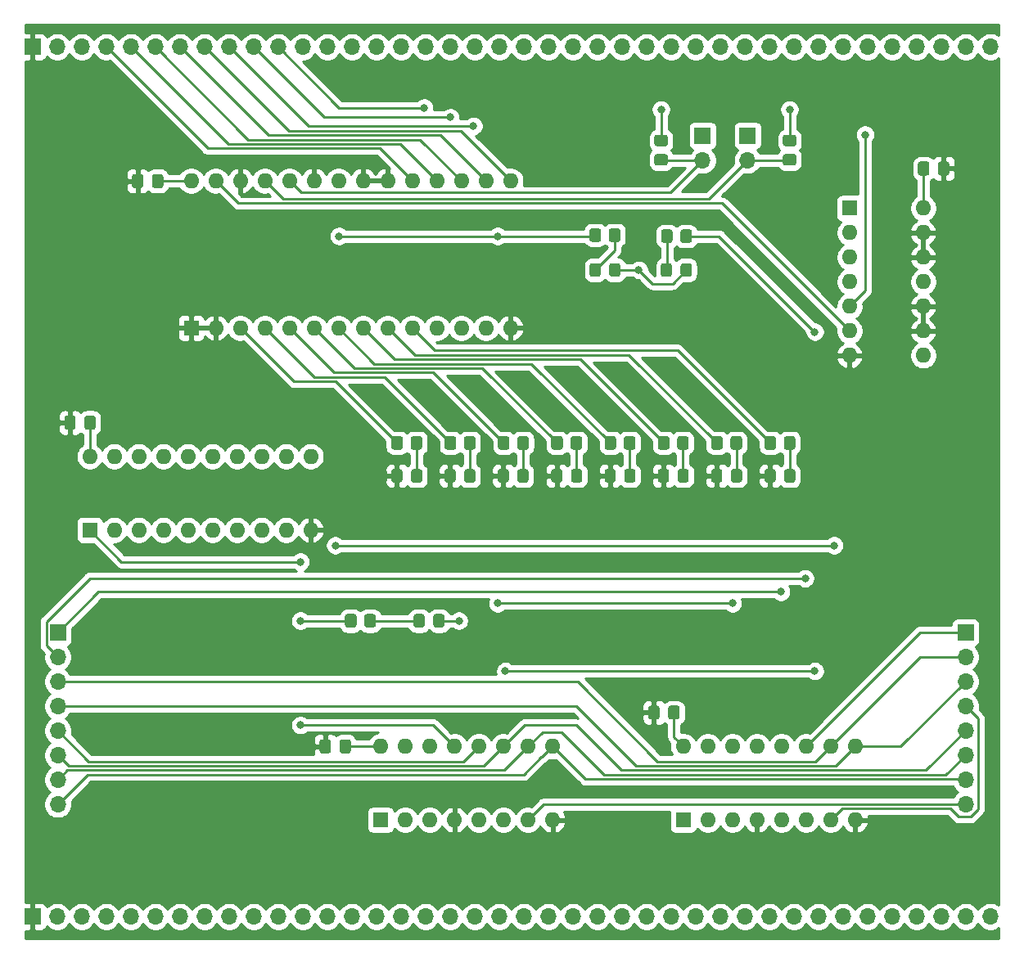
<source format=gtl>
G04 #@! TF.GenerationSoftware,KiCad,Pcbnew,(5.1.9)-1*
G04 #@! TF.CreationDate,2021-10-24T10:03:21-04:00*
G04 #@! TF.ProjectId,ram-mar,72616d2d-6d61-4722-9e6b-696361645f70,1.0*
G04 #@! TF.SameCoordinates,Original*
G04 #@! TF.FileFunction,Copper,L1,Top*
G04 #@! TF.FilePolarity,Positive*
%FSLAX46Y46*%
G04 Gerber Fmt 4.6, Leading zero omitted, Abs format (unit mm)*
G04 Created by KiCad (PCBNEW (5.1.9)-1) date 2021-10-24 10:03:21*
%MOMM*%
%LPD*%
G01*
G04 APERTURE LIST*
G04 #@! TA.AperFunction,ComponentPad*
%ADD10O,1.600000X1.600000*%
G04 #@! TD*
G04 #@! TA.AperFunction,ComponentPad*
%ADD11R,1.600000X1.600000*%
G04 #@! TD*
G04 #@! TA.AperFunction,ComponentPad*
%ADD12O,1.700000X1.700000*%
G04 #@! TD*
G04 #@! TA.AperFunction,ComponentPad*
%ADD13R,1.700000X1.700000*%
G04 #@! TD*
G04 #@! TA.AperFunction,ViaPad*
%ADD14C,0.800000*%
G04 #@! TD*
G04 #@! TA.AperFunction,Conductor*
%ADD15C,0.250000*%
G04 #@! TD*
G04 #@! TA.AperFunction,Conductor*
%ADD16C,0.254000*%
G04 #@! TD*
G04 #@! TA.AperFunction,Conductor*
%ADD17C,0.100000*%
G04 #@! TD*
G04 APERTURE END LIST*
D10*
X102800000Y-59860000D03*
X135820000Y-75100000D03*
X105340000Y-59860000D03*
X133280000Y-75100000D03*
X107880000Y-59860000D03*
X130740000Y-75100000D03*
X110420000Y-59860000D03*
X128200000Y-75100000D03*
X112960000Y-59860000D03*
X125660000Y-75100000D03*
X115500000Y-59860000D03*
X123120000Y-75100000D03*
X118040000Y-59860000D03*
X120580000Y-75100000D03*
X120580000Y-59860000D03*
X118040000Y-75100000D03*
X123120000Y-59860000D03*
X115500000Y-75100000D03*
X125660000Y-59860000D03*
X112960000Y-75100000D03*
X128200000Y-59860000D03*
X110420000Y-75100000D03*
X130740000Y-59860000D03*
X107880000Y-75100000D03*
X133280000Y-59860000D03*
X105340000Y-75100000D03*
X135820000Y-59860000D03*
D11*
X102800000Y-75100000D03*
D12*
X182900000Y-124380000D03*
X182900000Y-121840000D03*
X182900000Y-119300000D03*
X182900000Y-116760000D03*
X182900000Y-114220000D03*
X182900000Y-111680000D03*
X182900000Y-109140000D03*
D13*
X182900000Y-106600000D03*
D10*
X178520000Y-62700000D03*
X170900000Y-77940000D03*
X178520000Y-65240000D03*
X170900000Y-75400000D03*
X178520000Y-67780000D03*
X170900000Y-72860000D03*
X178520000Y-70320000D03*
X170900000Y-70320000D03*
X178520000Y-72860000D03*
X170900000Y-67780000D03*
X178520000Y-75400000D03*
X170900000Y-65240000D03*
X178520000Y-77940000D03*
D11*
X170900000Y-62700000D03*
D10*
X122400000Y-118380000D03*
X140180000Y-126000000D03*
X124940000Y-118380000D03*
X137640000Y-126000000D03*
X127480000Y-118380000D03*
X135100000Y-126000000D03*
X130020000Y-118380000D03*
X132560000Y-126000000D03*
X132560000Y-118380000D03*
X130020000Y-126000000D03*
X135100000Y-118380000D03*
X127480000Y-126000000D03*
X137640000Y-118380000D03*
X124940000Y-126000000D03*
X140180000Y-118380000D03*
D11*
X122400000Y-126000000D03*
D10*
X153700000Y-118380000D03*
X171480000Y-126000000D03*
X156240000Y-118380000D03*
X168940000Y-126000000D03*
X158780000Y-118380000D03*
X166400000Y-126000000D03*
X161320000Y-118380000D03*
X163860000Y-126000000D03*
X163860000Y-118380000D03*
X161320000Y-126000000D03*
X166400000Y-118380000D03*
X158780000Y-126000000D03*
X168940000Y-118380000D03*
X156240000Y-126000000D03*
X171480000Y-118380000D03*
D11*
X153700000Y-126000000D03*
G04 #@! TA.AperFunction,SMDPad,CuDef*
G36*
G01*
X151850001Y-56300000D02*
X150949999Y-56300000D01*
G75*
G02*
X150700000Y-56050001I0J249999D01*
G01*
X150700000Y-55349999D01*
G75*
G02*
X150949999Y-55100000I249999J0D01*
G01*
X151850001Y-55100000D01*
G75*
G02*
X152100000Y-55349999I0J-249999D01*
G01*
X152100000Y-56050001D01*
G75*
G02*
X151850001Y-56300000I-249999J0D01*
G01*
G37*
G04 #@! TD.AperFunction*
G04 #@! TA.AperFunction,SMDPad,CuDef*
G36*
G01*
X151850001Y-58300000D02*
X150949999Y-58300000D01*
G75*
G02*
X150700000Y-58050001I0J249999D01*
G01*
X150700000Y-57349999D01*
G75*
G02*
X150949999Y-57100000I249999J0D01*
G01*
X151850001Y-57100000D01*
G75*
G02*
X152100000Y-57349999I0J-249999D01*
G01*
X152100000Y-58050001D01*
G75*
G02*
X151850001Y-58300000I-249999J0D01*
G01*
G37*
G04 #@! TD.AperFunction*
G04 #@! TA.AperFunction,SMDPad,CuDef*
G36*
G01*
X165150001Y-56300000D02*
X164249999Y-56300000D01*
G75*
G02*
X164000000Y-56050001I0J249999D01*
G01*
X164000000Y-55349999D01*
G75*
G02*
X164249999Y-55100000I249999J0D01*
G01*
X165150001Y-55100000D01*
G75*
G02*
X165400000Y-55349999I0J-249999D01*
G01*
X165400000Y-56050001D01*
G75*
G02*
X165150001Y-56300000I-249999J0D01*
G01*
G37*
G04 #@! TD.AperFunction*
G04 #@! TA.AperFunction,SMDPad,CuDef*
G36*
G01*
X165150001Y-58300000D02*
X164249999Y-58300000D01*
G75*
G02*
X164000000Y-58050001I0J249999D01*
G01*
X164000000Y-57349999D01*
G75*
G02*
X164249999Y-57100000I249999J0D01*
G01*
X165150001Y-57100000D01*
G75*
G02*
X165400000Y-57349999I0J-249999D01*
G01*
X165400000Y-58050001D01*
G75*
G02*
X165150001Y-58300000I-249999J0D01*
G01*
G37*
G04 #@! TD.AperFunction*
D12*
X160350000Y-57740000D03*
D13*
X160350000Y-55200000D03*
D12*
X155700000Y-57740000D03*
D13*
X155700000Y-55200000D03*
D10*
X92300000Y-88380000D03*
X115160000Y-96000000D03*
X94840000Y-88380000D03*
X112620000Y-96000000D03*
X97380000Y-88380000D03*
X110080000Y-96000000D03*
X99920000Y-88380000D03*
X107540000Y-96000000D03*
X102460000Y-88380000D03*
X105000000Y-96000000D03*
X105000000Y-88380000D03*
X102460000Y-96000000D03*
X107540000Y-88380000D03*
X99920000Y-96000000D03*
X110080000Y-88380000D03*
X97380000Y-96000000D03*
X112620000Y-88380000D03*
X94840000Y-96000000D03*
X115160000Y-88380000D03*
D11*
X92300000Y-96000000D03*
G04 #@! TA.AperFunction,SMDPad,CuDef*
G36*
G01*
X145200000Y-65049999D02*
X145200000Y-65950001D01*
G75*
G02*
X144950001Y-66200000I-249999J0D01*
G01*
X144249999Y-66200000D01*
G75*
G02*
X144000000Y-65950001I0J249999D01*
G01*
X144000000Y-65049999D01*
G75*
G02*
X144249999Y-64800000I249999J0D01*
G01*
X144950001Y-64800000D01*
G75*
G02*
X145200000Y-65049999I0J-249999D01*
G01*
G37*
G04 #@! TD.AperFunction*
G04 #@! TA.AperFunction,SMDPad,CuDef*
G36*
G01*
X147200000Y-65049999D02*
X147200000Y-65950001D01*
G75*
G02*
X146950001Y-66200000I-249999J0D01*
G01*
X146249999Y-66200000D01*
G75*
G02*
X146000000Y-65950001I0J249999D01*
G01*
X146000000Y-65049999D01*
G75*
G02*
X146249999Y-64800000I249999J0D01*
G01*
X146950001Y-64800000D01*
G75*
G02*
X147200000Y-65049999I0J-249999D01*
G01*
G37*
G04 #@! TD.AperFunction*
G04 #@! TA.AperFunction,SMDPad,CuDef*
G36*
G01*
X153400000Y-66050001D02*
X153400000Y-65149999D01*
G75*
G02*
X153649999Y-64900000I249999J0D01*
G01*
X154350001Y-64900000D01*
G75*
G02*
X154600000Y-65149999I0J-249999D01*
G01*
X154600000Y-66050001D01*
G75*
G02*
X154350001Y-66300000I-249999J0D01*
G01*
X153649999Y-66300000D01*
G75*
G02*
X153400000Y-66050001I0J249999D01*
G01*
G37*
G04 #@! TD.AperFunction*
G04 #@! TA.AperFunction,SMDPad,CuDef*
G36*
G01*
X151400000Y-66050001D02*
X151400000Y-65149999D01*
G75*
G02*
X151649999Y-64900000I249999J0D01*
G01*
X152350001Y-64900000D01*
G75*
G02*
X152600000Y-65149999I0J-249999D01*
G01*
X152600000Y-66050001D01*
G75*
G02*
X152350001Y-66300000I-249999J0D01*
G01*
X151649999Y-66300000D01*
G75*
G02*
X151400000Y-66050001I0J249999D01*
G01*
G37*
G04 #@! TD.AperFunction*
G04 #@! TA.AperFunction,SMDPad,CuDef*
G36*
G01*
X146050000Y-69550001D02*
X146050000Y-68649999D01*
G75*
G02*
X146299999Y-68400000I249999J0D01*
G01*
X146950001Y-68400000D01*
G75*
G02*
X147200000Y-68649999I0J-249999D01*
G01*
X147200000Y-69550001D01*
G75*
G02*
X146950001Y-69800000I-249999J0D01*
G01*
X146299999Y-69800000D01*
G75*
G02*
X146050000Y-69550001I0J249999D01*
G01*
G37*
G04 #@! TD.AperFunction*
G04 #@! TA.AperFunction,SMDPad,CuDef*
G36*
G01*
X144000000Y-69550001D02*
X144000000Y-68649999D01*
G75*
G02*
X144249999Y-68400000I249999J0D01*
G01*
X144900001Y-68400000D01*
G75*
G02*
X145150000Y-68649999I0J-249999D01*
G01*
X145150000Y-69550001D01*
G75*
G02*
X144900001Y-69800000I-249999J0D01*
G01*
X144249999Y-69800000D01*
G75*
G02*
X144000000Y-69550001I0J249999D01*
G01*
G37*
G04 #@! TD.AperFunction*
G04 #@! TA.AperFunction,SMDPad,CuDef*
G36*
G01*
X153425000Y-69550001D02*
X153425000Y-68649999D01*
G75*
G02*
X153674999Y-68400000I249999J0D01*
G01*
X154325001Y-68400000D01*
G75*
G02*
X154575000Y-68649999I0J-249999D01*
G01*
X154575000Y-69550001D01*
G75*
G02*
X154325001Y-69800000I-249999J0D01*
G01*
X153674999Y-69800000D01*
G75*
G02*
X153425000Y-69550001I0J249999D01*
G01*
G37*
G04 #@! TD.AperFunction*
G04 #@! TA.AperFunction,SMDPad,CuDef*
G36*
G01*
X151375000Y-69550001D02*
X151375000Y-68649999D01*
G75*
G02*
X151624999Y-68400000I249999J0D01*
G01*
X152275001Y-68400000D01*
G75*
G02*
X152525000Y-68649999I0J-249999D01*
G01*
X152525000Y-69550001D01*
G75*
G02*
X152275001Y-69800000I-249999J0D01*
G01*
X151624999Y-69800000D01*
G75*
G02*
X151375000Y-69550001I0J249999D01*
G01*
G37*
G04 #@! TD.AperFunction*
G04 #@! TA.AperFunction,SMDPad,CuDef*
G36*
G01*
X118150000Y-118875000D02*
X118150000Y-117925000D01*
G75*
G02*
X118400000Y-117675000I250000J0D01*
G01*
X119075000Y-117675000D01*
G75*
G02*
X119325000Y-117925000I0J-250000D01*
G01*
X119325000Y-118875000D01*
G75*
G02*
X119075000Y-119125000I-250000J0D01*
G01*
X118400000Y-119125000D01*
G75*
G02*
X118150000Y-118875000I0J250000D01*
G01*
G37*
G04 #@! TD.AperFunction*
G04 #@! TA.AperFunction,SMDPad,CuDef*
G36*
G01*
X116075000Y-118875000D02*
X116075000Y-117925000D01*
G75*
G02*
X116325000Y-117675000I250000J0D01*
G01*
X117000000Y-117675000D01*
G75*
G02*
X117250000Y-117925000I0J-250000D01*
G01*
X117250000Y-118875000D01*
G75*
G02*
X117000000Y-119125000I-250000J0D01*
G01*
X116325000Y-119125000D01*
G75*
G02*
X116075000Y-118875000I0J250000D01*
G01*
G37*
G04 #@! TD.AperFunction*
G04 #@! TA.AperFunction,SMDPad,CuDef*
G36*
G01*
X152150000Y-115375000D02*
X152150000Y-114425000D01*
G75*
G02*
X152400000Y-114175000I250000J0D01*
G01*
X153075000Y-114175000D01*
G75*
G02*
X153325000Y-114425000I0J-250000D01*
G01*
X153325000Y-115375000D01*
G75*
G02*
X153075000Y-115625000I-250000J0D01*
G01*
X152400000Y-115625000D01*
G75*
G02*
X152150000Y-115375000I0J250000D01*
G01*
G37*
G04 #@! TD.AperFunction*
G04 #@! TA.AperFunction,SMDPad,CuDef*
G36*
G01*
X150075000Y-115375000D02*
X150075000Y-114425000D01*
G75*
G02*
X150325000Y-114175000I250000J0D01*
G01*
X151000000Y-114175000D01*
G75*
G02*
X151250000Y-114425000I0J-250000D01*
G01*
X151250000Y-115375000D01*
G75*
G02*
X151000000Y-115625000I-250000J0D01*
G01*
X150325000Y-115625000D01*
G75*
G02*
X150075000Y-115375000I0J250000D01*
G01*
G37*
G04 #@! TD.AperFunction*
G04 #@! TA.AperFunction,SMDPad,CuDef*
G36*
G01*
X91750000Y-85375000D02*
X91750000Y-84425000D01*
G75*
G02*
X92000000Y-84175000I250000J0D01*
G01*
X92675000Y-84175000D01*
G75*
G02*
X92925000Y-84425000I0J-250000D01*
G01*
X92925000Y-85375000D01*
G75*
G02*
X92675000Y-85625000I-250000J0D01*
G01*
X92000000Y-85625000D01*
G75*
G02*
X91750000Y-85375000I0J250000D01*
G01*
G37*
G04 #@! TD.AperFunction*
G04 #@! TA.AperFunction,SMDPad,CuDef*
G36*
G01*
X89675000Y-85375000D02*
X89675000Y-84425000D01*
G75*
G02*
X89925000Y-84175000I250000J0D01*
G01*
X90600000Y-84175000D01*
G75*
G02*
X90850000Y-84425000I0J-250000D01*
G01*
X90850000Y-85375000D01*
G75*
G02*
X90600000Y-85625000I-250000J0D01*
G01*
X89925000Y-85625000D01*
G75*
G02*
X89675000Y-85375000I0J250000D01*
G01*
G37*
G04 #@! TD.AperFunction*
G04 #@! TA.AperFunction,SMDPad,CuDef*
G36*
G01*
X98750000Y-60375000D02*
X98750000Y-59425000D01*
G75*
G02*
X99000000Y-59175000I250000J0D01*
G01*
X99675000Y-59175000D01*
G75*
G02*
X99925000Y-59425000I0J-250000D01*
G01*
X99925000Y-60375000D01*
G75*
G02*
X99675000Y-60625000I-250000J0D01*
G01*
X99000000Y-60625000D01*
G75*
G02*
X98750000Y-60375000I0J250000D01*
G01*
G37*
G04 #@! TD.AperFunction*
G04 #@! TA.AperFunction,SMDPad,CuDef*
G36*
G01*
X96675000Y-60375000D02*
X96675000Y-59425000D01*
G75*
G02*
X96925000Y-59175000I250000J0D01*
G01*
X97600000Y-59175000D01*
G75*
G02*
X97850000Y-59425000I0J-250000D01*
G01*
X97850000Y-60375000D01*
G75*
G02*
X97600000Y-60625000I-250000J0D01*
G01*
X96925000Y-60625000D01*
G75*
G02*
X96675000Y-60375000I0J250000D01*
G01*
G37*
G04 #@! TD.AperFunction*
G04 #@! TA.AperFunction,SMDPad,CuDef*
G36*
G01*
X179150000Y-58125000D02*
X179150000Y-59075000D01*
G75*
G02*
X178900000Y-59325000I-250000J0D01*
G01*
X178225000Y-59325000D01*
G75*
G02*
X177975000Y-59075000I0J250000D01*
G01*
X177975000Y-58125000D01*
G75*
G02*
X178225000Y-57875000I250000J0D01*
G01*
X178900000Y-57875000D01*
G75*
G02*
X179150000Y-58125000I0J-250000D01*
G01*
G37*
G04 #@! TD.AperFunction*
G04 #@! TA.AperFunction,SMDPad,CuDef*
G36*
G01*
X181225000Y-58125000D02*
X181225000Y-59075000D01*
G75*
G02*
X180975000Y-59325000I-250000J0D01*
G01*
X180300000Y-59325000D01*
G75*
G02*
X180050000Y-59075000I0J250000D01*
G01*
X180050000Y-58125000D01*
G75*
G02*
X180300000Y-57875000I250000J0D01*
G01*
X180975000Y-57875000D01*
G75*
G02*
X181225000Y-58125000I0J-250000D01*
G01*
G37*
G04 #@! TD.AperFunction*
G04 #@! TA.AperFunction,SMDPad,CuDef*
G36*
G01*
X119900000Y-104949999D02*
X119900000Y-105850001D01*
G75*
G02*
X119650001Y-106100000I-249999J0D01*
G01*
X118949999Y-106100000D01*
G75*
G02*
X118700000Y-105850001I0J249999D01*
G01*
X118700000Y-104949999D01*
G75*
G02*
X118949999Y-104700000I249999J0D01*
G01*
X119650001Y-104700000D01*
G75*
G02*
X119900000Y-104949999I0J-249999D01*
G01*
G37*
G04 #@! TD.AperFunction*
G04 #@! TA.AperFunction,SMDPad,CuDef*
G36*
G01*
X121900000Y-104949999D02*
X121900000Y-105850001D01*
G75*
G02*
X121650001Y-106100000I-249999J0D01*
G01*
X120949999Y-106100000D01*
G75*
G02*
X120700000Y-105850001I0J249999D01*
G01*
X120700000Y-104949999D01*
G75*
G02*
X120949999Y-104700000I249999J0D01*
G01*
X121650001Y-104700000D01*
G75*
G02*
X121900000Y-104949999I0J-249999D01*
G01*
G37*
G04 #@! TD.AperFunction*
G04 #@! TA.AperFunction,SMDPad,CuDef*
G36*
G01*
X127850000Y-105850001D02*
X127850000Y-104949999D01*
G75*
G02*
X128099999Y-104700000I249999J0D01*
G01*
X128750001Y-104700000D01*
G75*
G02*
X129000000Y-104949999I0J-249999D01*
G01*
X129000000Y-105850001D01*
G75*
G02*
X128750001Y-106100000I-249999J0D01*
G01*
X128099999Y-106100000D01*
G75*
G02*
X127850000Y-105850001I0J249999D01*
G01*
G37*
G04 #@! TD.AperFunction*
G04 #@! TA.AperFunction,SMDPad,CuDef*
G36*
G01*
X125800000Y-105850001D02*
X125800000Y-104949999D01*
G75*
G02*
X126049999Y-104700000I249999J0D01*
G01*
X126700001Y-104700000D01*
G75*
G02*
X126950000Y-104949999I0J-249999D01*
G01*
X126950000Y-105850001D01*
G75*
G02*
X126700001Y-106100000I-249999J0D01*
G01*
X126049999Y-106100000D01*
G75*
G02*
X125800000Y-105850001I0J249999D01*
G01*
G37*
G04 #@! TD.AperFunction*
D12*
X89000000Y-124380000D03*
X89000000Y-121840000D03*
X89000000Y-119300000D03*
X89000000Y-116760000D03*
X89000000Y-114220000D03*
X89000000Y-111680000D03*
X89000000Y-109140000D03*
D13*
X89000000Y-106600000D03*
G04 #@! TA.AperFunction,SMDPad,CuDef*
G36*
G01*
X125500000Y-87450001D02*
X125500000Y-86549999D01*
G75*
G02*
X125749999Y-86300000I249999J0D01*
G01*
X126450001Y-86300000D01*
G75*
G02*
X126700000Y-86549999I0J-249999D01*
G01*
X126700000Y-87450001D01*
G75*
G02*
X126450001Y-87700000I-249999J0D01*
G01*
X125749999Y-87700000D01*
G75*
G02*
X125500000Y-87450001I0J249999D01*
G01*
G37*
G04 #@! TD.AperFunction*
G04 #@! TA.AperFunction,SMDPad,CuDef*
G36*
G01*
X123500000Y-87450001D02*
X123500000Y-86549999D01*
G75*
G02*
X123749999Y-86300000I249999J0D01*
G01*
X124450001Y-86300000D01*
G75*
G02*
X124700000Y-86549999I0J-249999D01*
G01*
X124700000Y-87450001D01*
G75*
G02*
X124450001Y-87700000I-249999J0D01*
G01*
X123749999Y-87700000D01*
G75*
G02*
X123500000Y-87450001I0J249999D01*
G01*
G37*
G04 #@! TD.AperFunction*
G04 #@! TA.AperFunction,SMDPad,CuDef*
G36*
G01*
X131014285Y-87450001D02*
X131014285Y-86549999D01*
G75*
G02*
X131264284Y-86300000I249999J0D01*
G01*
X131964286Y-86300000D01*
G75*
G02*
X132214285Y-86549999I0J-249999D01*
G01*
X132214285Y-87450001D01*
G75*
G02*
X131964286Y-87700000I-249999J0D01*
G01*
X131264284Y-87700000D01*
G75*
G02*
X131014285Y-87450001I0J249999D01*
G01*
G37*
G04 #@! TD.AperFunction*
G04 #@! TA.AperFunction,SMDPad,CuDef*
G36*
G01*
X129014285Y-87450001D02*
X129014285Y-86549999D01*
G75*
G02*
X129264284Y-86300000I249999J0D01*
G01*
X129964286Y-86300000D01*
G75*
G02*
X130214285Y-86549999I0J-249999D01*
G01*
X130214285Y-87450001D01*
G75*
G02*
X129964286Y-87700000I-249999J0D01*
G01*
X129264284Y-87700000D01*
G75*
G02*
X129014285Y-87450001I0J249999D01*
G01*
G37*
G04 #@! TD.AperFunction*
G04 #@! TA.AperFunction,SMDPad,CuDef*
G36*
G01*
X136528570Y-87450001D02*
X136528570Y-86549999D01*
G75*
G02*
X136778569Y-86300000I249999J0D01*
G01*
X137478571Y-86300000D01*
G75*
G02*
X137728570Y-86549999I0J-249999D01*
G01*
X137728570Y-87450001D01*
G75*
G02*
X137478571Y-87700000I-249999J0D01*
G01*
X136778569Y-87700000D01*
G75*
G02*
X136528570Y-87450001I0J249999D01*
G01*
G37*
G04 #@! TD.AperFunction*
G04 #@! TA.AperFunction,SMDPad,CuDef*
G36*
G01*
X134528570Y-87450001D02*
X134528570Y-86549999D01*
G75*
G02*
X134778569Y-86300000I249999J0D01*
G01*
X135478571Y-86300000D01*
G75*
G02*
X135728570Y-86549999I0J-249999D01*
G01*
X135728570Y-87450001D01*
G75*
G02*
X135478571Y-87700000I-249999J0D01*
G01*
X134778569Y-87700000D01*
G75*
G02*
X134528570Y-87450001I0J249999D01*
G01*
G37*
G04 #@! TD.AperFunction*
G04 #@! TA.AperFunction,SMDPad,CuDef*
G36*
G01*
X142042855Y-87450001D02*
X142042855Y-86549999D01*
G75*
G02*
X142292854Y-86300000I249999J0D01*
G01*
X142992856Y-86300000D01*
G75*
G02*
X143242855Y-86549999I0J-249999D01*
G01*
X143242855Y-87450001D01*
G75*
G02*
X142992856Y-87700000I-249999J0D01*
G01*
X142292854Y-87700000D01*
G75*
G02*
X142042855Y-87450001I0J249999D01*
G01*
G37*
G04 #@! TD.AperFunction*
G04 #@! TA.AperFunction,SMDPad,CuDef*
G36*
G01*
X140042855Y-87450001D02*
X140042855Y-86549999D01*
G75*
G02*
X140292854Y-86300000I249999J0D01*
G01*
X140992856Y-86300000D01*
G75*
G02*
X141242855Y-86549999I0J-249999D01*
G01*
X141242855Y-87450001D01*
G75*
G02*
X140992856Y-87700000I-249999J0D01*
G01*
X140292854Y-87700000D01*
G75*
G02*
X140042855Y-87450001I0J249999D01*
G01*
G37*
G04 #@! TD.AperFunction*
G04 #@! TA.AperFunction,SMDPad,CuDef*
G36*
G01*
X147557140Y-87450001D02*
X147557140Y-86549999D01*
G75*
G02*
X147807139Y-86300000I249999J0D01*
G01*
X148507141Y-86300000D01*
G75*
G02*
X148757140Y-86549999I0J-249999D01*
G01*
X148757140Y-87450001D01*
G75*
G02*
X148507141Y-87700000I-249999J0D01*
G01*
X147807139Y-87700000D01*
G75*
G02*
X147557140Y-87450001I0J249999D01*
G01*
G37*
G04 #@! TD.AperFunction*
G04 #@! TA.AperFunction,SMDPad,CuDef*
G36*
G01*
X145557140Y-87450001D02*
X145557140Y-86549999D01*
G75*
G02*
X145807139Y-86300000I249999J0D01*
G01*
X146507141Y-86300000D01*
G75*
G02*
X146757140Y-86549999I0J-249999D01*
G01*
X146757140Y-87450001D01*
G75*
G02*
X146507141Y-87700000I-249999J0D01*
G01*
X145807139Y-87700000D01*
G75*
G02*
X145557140Y-87450001I0J249999D01*
G01*
G37*
G04 #@! TD.AperFunction*
G04 #@! TA.AperFunction,SMDPad,CuDef*
G36*
G01*
X153071425Y-87450001D02*
X153071425Y-86549999D01*
G75*
G02*
X153321424Y-86300000I249999J0D01*
G01*
X154021426Y-86300000D01*
G75*
G02*
X154271425Y-86549999I0J-249999D01*
G01*
X154271425Y-87450001D01*
G75*
G02*
X154021426Y-87700000I-249999J0D01*
G01*
X153321424Y-87700000D01*
G75*
G02*
X153071425Y-87450001I0J249999D01*
G01*
G37*
G04 #@! TD.AperFunction*
G04 #@! TA.AperFunction,SMDPad,CuDef*
G36*
G01*
X151071425Y-87450001D02*
X151071425Y-86549999D01*
G75*
G02*
X151321424Y-86300000I249999J0D01*
G01*
X152021426Y-86300000D01*
G75*
G02*
X152271425Y-86549999I0J-249999D01*
G01*
X152271425Y-87450001D01*
G75*
G02*
X152021426Y-87700000I-249999J0D01*
G01*
X151321424Y-87700000D01*
G75*
G02*
X151071425Y-87450001I0J249999D01*
G01*
G37*
G04 #@! TD.AperFunction*
G04 #@! TA.AperFunction,SMDPad,CuDef*
G36*
G01*
X158585710Y-87450001D02*
X158585710Y-86549999D01*
G75*
G02*
X158835709Y-86300000I249999J0D01*
G01*
X159535711Y-86300000D01*
G75*
G02*
X159785710Y-86549999I0J-249999D01*
G01*
X159785710Y-87450001D01*
G75*
G02*
X159535711Y-87700000I-249999J0D01*
G01*
X158835709Y-87700000D01*
G75*
G02*
X158585710Y-87450001I0J249999D01*
G01*
G37*
G04 #@! TD.AperFunction*
G04 #@! TA.AperFunction,SMDPad,CuDef*
G36*
G01*
X156585710Y-87450001D02*
X156585710Y-86549999D01*
G75*
G02*
X156835709Y-86300000I249999J0D01*
G01*
X157535711Y-86300000D01*
G75*
G02*
X157785710Y-86549999I0J-249999D01*
G01*
X157785710Y-87450001D01*
G75*
G02*
X157535711Y-87700000I-249999J0D01*
G01*
X156835709Y-87700000D01*
G75*
G02*
X156585710Y-87450001I0J249999D01*
G01*
G37*
G04 #@! TD.AperFunction*
G04 #@! TA.AperFunction,SMDPad,CuDef*
G36*
G01*
X164100000Y-87450001D02*
X164100000Y-86549999D01*
G75*
G02*
X164349999Y-86300000I249999J0D01*
G01*
X165050001Y-86300000D01*
G75*
G02*
X165300000Y-86549999I0J-249999D01*
G01*
X165300000Y-87450001D01*
G75*
G02*
X165050001Y-87700000I-249999J0D01*
G01*
X164349999Y-87700000D01*
G75*
G02*
X164100000Y-87450001I0J249999D01*
G01*
G37*
G04 #@! TD.AperFunction*
G04 #@! TA.AperFunction,SMDPad,CuDef*
G36*
G01*
X162100000Y-87450001D02*
X162100000Y-86549999D01*
G75*
G02*
X162349999Y-86300000I249999J0D01*
G01*
X163050001Y-86300000D01*
G75*
G02*
X163300000Y-86549999I0J-249999D01*
G01*
X163300000Y-87450001D01*
G75*
G02*
X163050001Y-87700000I-249999J0D01*
G01*
X162349999Y-87700000D01*
G75*
G02*
X162100000Y-87450001I0J249999D01*
G01*
G37*
G04 #@! TD.AperFunction*
G04 #@! TA.AperFunction,SMDPad,CuDef*
G36*
G01*
X125550000Y-90850001D02*
X125550000Y-89949999D01*
G75*
G02*
X125799999Y-89700000I249999J0D01*
G01*
X126450001Y-89700000D01*
G75*
G02*
X126700000Y-89949999I0J-249999D01*
G01*
X126700000Y-90850001D01*
G75*
G02*
X126450001Y-91100000I-249999J0D01*
G01*
X125799999Y-91100000D01*
G75*
G02*
X125550000Y-90850001I0J249999D01*
G01*
G37*
G04 #@! TD.AperFunction*
G04 #@! TA.AperFunction,SMDPad,CuDef*
G36*
G01*
X123500000Y-90850001D02*
X123500000Y-89949999D01*
G75*
G02*
X123749999Y-89700000I249999J0D01*
G01*
X124400001Y-89700000D01*
G75*
G02*
X124650000Y-89949999I0J-249999D01*
G01*
X124650000Y-90850001D01*
G75*
G02*
X124400001Y-91100000I-249999J0D01*
G01*
X123749999Y-91100000D01*
G75*
G02*
X123500000Y-90850001I0J249999D01*
G01*
G37*
G04 #@! TD.AperFunction*
G04 #@! TA.AperFunction,SMDPad,CuDef*
G36*
G01*
X131050000Y-90850001D02*
X131050000Y-89949999D01*
G75*
G02*
X131299999Y-89700000I249999J0D01*
G01*
X131950001Y-89700000D01*
G75*
G02*
X132200000Y-89949999I0J-249999D01*
G01*
X132200000Y-90850001D01*
G75*
G02*
X131950001Y-91100000I-249999J0D01*
G01*
X131299999Y-91100000D01*
G75*
G02*
X131050000Y-90850001I0J249999D01*
G01*
G37*
G04 #@! TD.AperFunction*
G04 #@! TA.AperFunction,SMDPad,CuDef*
G36*
G01*
X129000000Y-90850001D02*
X129000000Y-89949999D01*
G75*
G02*
X129249999Y-89700000I249999J0D01*
G01*
X129900001Y-89700000D01*
G75*
G02*
X130150000Y-89949999I0J-249999D01*
G01*
X130150000Y-90850001D01*
G75*
G02*
X129900001Y-91100000I-249999J0D01*
G01*
X129249999Y-91100000D01*
G75*
G02*
X129000000Y-90850001I0J249999D01*
G01*
G37*
G04 #@! TD.AperFunction*
G04 #@! TA.AperFunction,SMDPad,CuDef*
G36*
G01*
X136550000Y-90850001D02*
X136550000Y-89949999D01*
G75*
G02*
X136799999Y-89700000I249999J0D01*
G01*
X137450001Y-89700000D01*
G75*
G02*
X137700000Y-89949999I0J-249999D01*
G01*
X137700000Y-90850001D01*
G75*
G02*
X137450001Y-91100000I-249999J0D01*
G01*
X136799999Y-91100000D01*
G75*
G02*
X136550000Y-90850001I0J249999D01*
G01*
G37*
G04 #@! TD.AperFunction*
G04 #@! TA.AperFunction,SMDPad,CuDef*
G36*
G01*
X134500000Y-90850001D02*
X134500000Y-89949999D01*
G75*
G02*
X134749999Y-89700000I249999J0D01*
G01*
X135400001Y-89700000D01*
G75*
G02*
X135650000Y-89949999I0J-249999D01*
G01*
X135650000Y-90850001D01*
G75*
G02*
X135400001Y-91100000I-249999J0D01*
G01*
X134749999Y-91100000D01*
G75*
G02*
X134500000Y-90850001I0J249999D01*
G01*
G37*
G04 #@! TD.AperFunction*
G04 #@! TA.AperFunction,SMDPad,CuDef*
G36*
G01*
X142092855Y-90850001D02*
X142092855Y-89949999D01*
G75*
G02*
X142342854Y-89700000I249999J0D01*
G01*
X142992856Y-89700000D01*
G75*
G02*
X143242855Y-89949999I0J-249999D01*
G01*
X143242855Y-90850001D01*
G75*
G02*
X142992856Y-91100000I-249999J0D01*
G01*
X142342854Y-91100000D01*
G75*
G02*
X142092855Y-90850001I0J249999D01*
G01*
G37*
G04 #@! TD.AperFunction*
G04 #@! TA.AperFunction,SMDPad,CuDef*
G36*
G01*
X140042855Y-90850001D02*
X140042855Y-89949999D01*
G75*
G02*
X140292854Y-89700000I249999J0D01*
G01*
X140942856Y-89700000D01*
G75*
G02*
X141192855Y-89949999I0J-249999D01*
G01*
X141192855Y-90850001D01*
G75*
G02*
X140942856Y-91100000I-249999J0D01*
G01*
X140292854Y-91100000D01*
G75*
G02*
X140042855Y-90850001I0J249999D01*
G01*
G37*
G04 #@! TD.AperFunction*
G04 #@! TA.AperFunction,SMDPad,CuDef*
G36*
G01*
X147607140Y-90850001D02*
X147607140Y-89949999D01*
G75*
G02*
X147857139Y-89700000I249999J0D01*
G01*
X148507141Y-89700000D01*
G75*
G02*
X148757140Y-89949999I0J-249999D01*
G01*
X148757140Y-90850001D01*
G75*
G02*
X148507141Y-91100000I-249999J0D01*
G01*
X147857139Y-91100000D01*
G75*
G02*
X147607140Y-90850001I0J249999D01*
G01*
G37*
G04 #@! TD.AperFunction*
G04 #@! TA.AperFunction,SMDPad,CuDef*
G36*
G01*
X145557140Y-90850001D02*
X145557140Y-89949999D01*
G75*
G02*
X145807139Y-89700000I249999J0D01*
G01*
X146457141Y-89700000D01*
G75*
G02*
X146707140Y-89949999I0J-249999D01*
G01*
X146707140Y-90850001D01*
G75*
G02*
X146457141Y-91100000I-249999J0D01*
G01*
X145807139Y-91100000D01*
G75*
G02*
X145557140Y-90850001I0J249999D01*
G01*
G37*
G04 #@! TD.AperFunction*
G04 #@! TA.AperFunction,SMDPad,CuDef*
G36*
G01*
X153121425Y-90850001D02*
X153121425Y-89949999D01*
G75*
G02*
X153371424Y-89700000I249999J0D01*
G01*
X154021426Y-89700000D01*
G75*
G02*
X154271425Y-89949999I0J-249999D01*
G01*
X154271425Y-90850001D01*
G75*
G02*
X154021426Y-91100000I-249999J0D01*
G01*
X153371424Y-91100000D01*
G75*
G02*
X153121425Y-90850001I0J249999D01*
G01*
G37*
G04 #@! TD.AperFunction*
G04 #@! TA.AperFunction,SMDPad,CuDef*
G36*
G01*
X151071425Y-90850001D02*
X151071425Y-89949999D01*
G75*
G02*
X151321424Y-89700000I249999J0D01*
G01*
X151971426Y-89700000D01*
G75*
G02*
X152221425Y-89949999I0J-249999D01*
G01*
X152221425Y-90850001D01*
G75*
G02*
X151971426Y-91100000I-249999J0D01*
G01*
X151321424Y-91100000D01*
G75*
G02*
X151071425Y-90850001I0J249999D01*
G01*
G37*
G04 #@! TD.AperFunction*
G04 #@! TA.AperFunction,SMDPad,CuDef*
G36*
G01*
X158635710Y-90850001D02*
X158635710Y-89949999D01*
G75*
G02*
X158885709Y-89700000I249999J0D01*
G01*
X159535711Y-89700000D01*
G75*
G02*
X159785710Y-89949999I0J-249999D01*
G01*
X159785710Y-90850001D01*
G75*
G02*
X159535711Y-91100000I-249999J0D01*
G01*
X158885709Y-91100000D01*
G75*
G02*
X158635710Y-90850001I0J249999D01*
G01*
G37*
G04 #@! TD.AperFunction*
G04 #@! TA.AperFunction,SMDPad,CuDef*
G36*
G01*
X156585710Y-90850001D02*
X156585710Y-89949999D01*
G75*
G02*
X156835709Y-89700000I249999J0D01*
G01*
X157485711Y-89700000D01*
G75*
G02*
X157735710Y-89949999I0J-249999D01*
G01*
X157735710Y-90850001D01*
G75*
G02*
X157485711Y-91100000I-249999J0D01*
G01*
X156835709Y-91100000D01*
G75*
G02*
X156585710Y-90850001I0J249999D01*
G01*
G37*
G04 #@! TD.AperFunction*
G04 #@! TA.AperFunction,SMDPad,CuDef*
G36*
G01*
X164150000Y-90850001D02*
X164150000Y-89949999D01*
G75*
G02*
X164399999Y-89700000I249999J0D01*
G01*
X165050001Y-89700000D01*
G75*
G02*
X165300000Y-89949999I0J-249999D01*
G01*
X165300000Y-90850001D01*
G75*
G02*
X165050001Y-91100000I-249999J0D01*
G01*
X164399999Y-91100000D01*
G75*
G02*
X164150000Y-90850001I0J249999D01*
G01*
G37*
G04 #@! TD.AperFunction*
G04 #@! TA.AperFunction,SMDPad,CuDef*
G36*
G01*
X162100000Y-90850001D02*
X162100000Y-89949999D01*
G75*
G02*
X162349999Y-89700000I249999J0D01*
G01*
X163000001Y-89700000D01*
G75*
G02*
X163250000Y-89949999I0J-249999D01*
G01*
X163250000Y-90850001D01*
G75*
G02*
X163000001Y-91100000I-249999J0D01*
G01*
X162349999Y-91100000D01*
G75*
G02*
X162100000Y-90850001I0J249999D01*
G01*
G37*
G04 #@! TD.AperFunction*
D12*
X185460000Y-136000000D03*
X182920000Y-136000000D03*
X180380000Y-136000000D03*
X177840000Y-136000000D03*
X175300000Y-136000000D03*
X172760000Y-136000000D03*
X170220000Y-136000000D03*
X167680000Y-136000000D03*
X165140000Y-136000000D03*
X162600000Y-136000000D03*
X160060000Y-136000000D03*
X157520000Y-136000000D03*
X154980000Y-136000000D03*
X152440000Y-136000000D03*
X149900000Y-136000000D03*
X147360000Y-136000000D03*
X144820000Y-136000000D03*
X142280000Y-136000000D03*
X139740000Y-136000000D03*
X137200000Y-136000000D03*
X134660000Y-136000000D03*
X132120000Y-136000000D03*
X129580000Y-136000000D03*
X127040000Y-136000000D03*
X124500000Y-136000000D03*
X121960000Y-136000000D03*
X119420000Y-136000000D03*
X116880000Y-136000000D03*
X114340000Y-136000000D03*
X111800000Y-136000000D03*
X109260000Y-136000000D03*
X106720000Y-136000000D03*
X104180000Y-136000000D03*
X101640000Y-136000000D03*
X99100000Y-136000000D03*
X96560000Y-136000000D03*
X94020000Y-136000000D03*
X91480000Y-136000000D03*
X88940000Y-136000000D03*
D13*
X86400000Y-136000000D03*
D12*
X185460000Y-46000000D03*
X182920000Y-46000000D03*
X180380000Y-46000000D03*
X177840000Y-46000000D03*
X175300000Y-46000000D03*
X172760000Y-46000000D03*
X170220000Y-46000000D03*
X167680000Y-46000000D03*
X165140000Y-46000000D03*
X162600000Y-46000000D03*
X160060000Y-46000000D03*
X157520000Y-46000000D03*
X154980000Y-46000000D03*
X152440000Y-46000000D03*
X149900000Y-46000000D03*
X147360000Y-46000000D03*
X144820000Y-46000000D03*
X142280000Y-46000000D03*
X139740000Y-46000000D03*
X137200000Y-46000000D03*
X134660000Y-46000000D03*
X132120000Y-46000000D03*
X129580000Y-46000000D03*
X127040000Y-46000000D03*
X124500000Y-46000000D03*
X121960000Y-46000000D03*
X119420000Y-46000000D03*
X116880000Y-46000000D03*
X114340000Y-46000000D03*
X111800000Y-46000000D03*
X109260000Y-46000000D03*
X106720000Y-46000000D03*
X104180000Y-46000000D03*
X101640000Y-46000000D03*
X99100000Y-46000000D03*
X96560000Y-46000000D03*
X94020000Y-46000000D03*
X91480000Y-46000000D03*
X88940000Y-46000000D03*
D13*
X86400000Y-46000000D03*
D14*
X117700000Y-97600000D03*
X169300000Y-97600002D03*
X172500000Y-55100000D03*
X126900000Y-52300000D03*
X129600000Y-53300000D03*
X132000000Y-54199998D03*
X114100000Y-118400000D03*
X114100000Y-122900000D03*
X130500000Y-105400000D03*
X149100000Y-69100000D03*
X164700000Y-52500000D03*
X151400000Y-52500000D03*
X134500000Y-103600000D03*
X158800000Y-103600000D03*
X134500000Y-65600000D03*
X118100000Y-65600000D03*
X167300000Y-75500000D03*
X135300000Y-110600000D03*
X167300000Y-110600000D03*
X114100000Y-116200000D03*
X114100000Y-99300000D03*
X114100000Y-105400000D03*
X166300000Y-101000000D03*
X163800000Y-102400000D03*
D15*
X170900000Y-72860000D02*
X172500000Y-71260000D01*
X117700000Y-97600000D02*
X169299998Y-97600000D01*
X169299998Y-97600000D02*
X169300000Y-97600002D01*
X172500000Y-71260000D02*
X172500000Y-55100000D01*
X111800000Y-46000000D02*
X118100000Y-52300000D01*
X118100000Y-52300000D02*
X126900000Y-52300000D01*
X109260000Y-46000000D02*
X116560000Y-53300000D01*
X116560000Y-53300000D02*
X129600000Y-53300000D01*
X106720000Y-46000000D02*
X114919998Y-54199998D01*
X114919998Y-54199998D02*
X132000000Y-54199998D01*
X130660000Y-54700000D02*
X135820000Y-59860000D01*
X112880000Y-54700000D02*
X130660000Y-54700000D01*
X104180000Y-46000000D02*
X112880000Y-54700000D01*
X128570011Y-55150011D02*
X133280000Y-59860000D01*
X110790011Y-55150011D02*
X128570011Y-55150011D01*
X101640000Y-46000000D02*
X110790011Y-55150011D01*
X126480022Y-55600022D02*
X130740000Y-59860000D01*
X99100000Y-46000000D02*
X108700022Y-55600022D01*
X108700022Y-55600022D02*
X126480022Y-55600022D01*
X106610033Y-56050033D02*
X124390033Y-56050033D01*
X96560000Y-46000000D02*
X106610033Y-56050033D01*
X124390033Y-56050033D02*
X128200000Y-59860000D01*
X104520044Y-56500044D02*
X122300044Y-56500044D01*
X94020000Y-46000000D02*
X104520044Y-56500044D01*
X122300044Y-56500044D02*
X125660000Y-59860000D01*
X146157140Y-90375000D02*
X146132140Y-90400000D01*
X140642855Y-90375000D02*
X140617855Y-90400000D01*
X128425000Y-105400000D02*
X128500000Y-105400000D01*
X128500000Y-105400000D02*
X130500000Y-105400000D01*
X178562500Y-62657500D02*
X178520000Y-62700000D01*
X178562500Y-58600000D02*
X178562500Y-62657500D01*
X102760000Y-59900000D02*
X102800000Y-59860000D01*
X99337500Y-59900000D02*
X102760000Y-59900000D01*
X92337500Y-88342500D02*
X92300000Y-88380000D01*
X92337500Y-84900000D02*
X92337500Y-88342500D01*
X122380000Y-118400000D02*
X122400000Y-118380000D01*
X118737500Y-118400000D02*
X122380000Y-118400000D01*
X152737500Y-117417500D02*
X153700000Y-118380000D01*
X152737500Y-114900000D02*
X152737500Y-117417500D01*
X146625000Y-69100000D02*
X149100000Y-69100000D01*
X150510010Y-70510010D02*
X149100000Y-69100000D01*
X152589990Y-70510010D02*
X150510010Y-70510010D01*
X154000000Y-69100000D02*
X152589990Y-70510010D01*
X164700000Y-55700000D02*
X164700000Y-52500000D01*
X151400000Y-55700000D02*
X151400000Y-52500000D01*
X121300000Y-105400000D02*
X121200000Y-105300000D01*
X121300000Y-105400000D02*
X126375000Y-105400000D01*
X152000000Y-69335000D02*
X152150000Y-69485000D01*
X152000000Y-69050000D02*
X151950000Y-69100000D01*
X152000000Y-65600000D02*
X152000000Y-69050000D01*
X153100000Y-77400000D02*
X162700000Y-87000000D01*
X127960000Y-77400000D02*
X153100000Y-77400000D01*
X125660000Y-75100000D02*
X127960000Y-77400000D01*
X157185710Y-86985710D02*
X157185710Y-87000000D01*
X148085710Y-77900000D02*
X157185710Y-87000000D01*
X125920000Y-77900000D02*
X148085710Y-77900000D01*
X123120000Y-75100000D02*
X125920000Y-77900000D01*
X151648212Y-87000000D02*
X151671425Y-87000000D01*
X143021436Y-78350011D02*
X151671425Y-87000000D01*
X123830011Y-78350011D02*
X143021436Y-78350011D01*
X120580000Y-75100000D02*
X123830011Y-78350011D01*
X146157140Y-86957140D02*
X146157140Y-87000000D01*
X137957162Y-78800022D02*
X146157140Y-87000000D01*
X121740022Y-78800022D02*
X137957162Y-78800022D01*
X118040000Y-75100000D02*
X121740022Y-78800022D01*
X140642855Y-86958927D02*
X140642855Y-87000000D01*
X132892888Y-79250033D02*
X140642855Y-87000000D01*
X119650033Y-79250033D02*
X132892888Y-79250033D01*
X115500000Y-75100000D02*
X119650033Y-79250033D01*
X135128570Y-86951785D02*
X135128570Y-87000000D01*
X127828614Y-79700044D02*
X135128570Y-87000000D01*
X117560044Y-79700044D02*
X127828614Y-79700044D01*
X112960000Y-75100000D02*
X117560044Y-79700044D01*
X129614285Y-86994643D02*
X129614285Y-87000000D01*
X122814285Y-80200000D02*
X129614285Y-87000000D01*
X115520000Y-80200000D02*
X122814285Y-80200000D01*
X110420000Y-75100000D02*
X115520000Y-80200000D01*
X117750011Y-80650011D02*
X124100000Y-87000000D01*
X113430011Y-80650011D02*
X117750011Y-80650011D01*
X107880000Y-75100000D02*
X113430011Y-80650011D01*
X146600000Y-67075000D02*
X144575000Y-69100000D01*
X146600000Y-65500000D02*
X146600000Y-67075000D01*
X158800000Y-118360000D02*
X158780000Y-118380000D01*
X158800000Y-103600000D02*
X158800000Y-103600000D01*
X134500000Y-103600000D02*
X158800000Y-103600000D01*
X118100000Y-65600000D02*
X134500000Y-65600000D01*
X144500000Y-65600000D02*
X144600000Y-65500000D01*
X134500000Y-65600000D02*
X144500000Y-65600000D01*
X135300000Y-110600000D02*
X167300000Y-110600000D01*
X157400000Y-65600000D02*
X167300000Y-75500000D01*
X157400000Y-65600000D02*
X154000000Y-65600000D01*
X127840000Y-116200000D02*
X114100000Y-116200000D01*
X130020000Y-118380000D02*
X127840000Y-116200000D01*
X95600000Y-99300000D02*
X92300000Y-96000000D01*
X114100000Y-99300000D02*
X95600000Y-99300000D01*
X119300000Y-105400000D02*
X114100000Y-105400000D01*
X152340000Y-61100000D02*
X155700000Y-57740000D01*
X122694998Y-61100000D02*
X152340000Y-61100000D01*
X114200000Y-61100000D02*
X122694998Y-61100000D01*
X112960000Y-59860000D02*
X114200000Y-61100000D01*
X151440000Y-57740000D02*
X151400000Y-57700000D01*
X155700000Y-57740000D02*
X151440000Y-57740000D01*
X110420000Y-59860000D02*
X112309989Y-61749989D01*
X112309989Y-61749989D02*
X156340011Y-61749989D01*
X156340011Y-61749989D02*
X160350000Y-57740000D01*
X164660000Y-57740000D02*
X164700000Y-57700000D01*
X160350000Y-57740000D02*
X164660000Y-57740000D01*
X107680000Y-62200000D02*
X157700000Y-62200000D01*
X105340000Y-59860000D02*
X107680000Y-62200000D01*
X157700000Y-62200000D02*
X170900000Y-75400000D01*
X143600000Y-121800000D02*
X182860000Y-121800000D01*
X182860000Y-121800000D02*
X182900000Y-121840000D01*
X140180000Y-118380000D02*
X143600000Y-121800000D01*
X92080000Y-121300000D02*
X89000000Y-124380000D01*
X138994999Y-119505001D02*
X137200000Y-121300000D01*
X140180000Y-118380000D02*
X139054999Y-119505001D01*
X139054999Y-119505001D02*
X138994999Y-119505001D01*
X137200000Y-121300000D02*
X92080000Y-121300000D01*
X139120000Y-116900000D02*
X141100000Y-116900000D01*
X141100000Y-116900000D02*
X145549989Y-121349989D01*
X137640000Y-118380000D02*
X139120000Y-116900000D01*
X145549989Y-121349989D02*
X180850011Y-121349989D01*
X180850011Y-121349989D02*
X182900000Y-119300000D01*
X89990011Y-120849989D02*
X89000000Y-121840000D01*
X135170011Y-120849989D02*
X89990011Y-120849989D01*
X137640000Y-118380000D02*
X135170011Y-120849989D01*
X178804967Y-120855033D02*
X182900000Y-116760000D01*
X147255033Y-120855033D02*
X178804967Y-120855033D01*
X142600000Y-116200000D02*
X147255033Y-120855033D01*
X137280000Y-116200000D02*
X142600000Y-116200000D01*
X135100000Y-118380000D02*
X137280000Y-116200000D01*
X133080022Y-120399978D02*
X90099978Y-120399978D01*
X135100000Y-118380000D02*
X133080022Y-120399978D01*
X90099978Y-120399978D02*
X89000000Y-119300000D01*
X92189967Y-119949967D02*
X89000000Y-116760000D01*
X130990033Y-119949967D02*
X92189967Y-119949967D01*
X132560000Y-118380000D02*
X130990033Y-119949967D01*
X176200000Y-118380000D02*
X182900000Y-111680000D01*
X171480000Y-118380000D02*
X176200000Y-118380000D01*
X169454978Y-120405022D02*
X148805022Y-120405022D01*
X171480000Y-118380000D02*
X169454978Y-120405022D01*
X142620000Y-114220000D02*
X89000000Y-114220000D01*
X148805022Y-120405022D02*
X142620000Y-114220000D01*
X178180000Y-109140000D02*
X182900000Y-109140000D01*
X168940000Y-118380000D02*
X178180000Y-109140000D01*
X142779999Y-111680000D02*
X89000000Y-111680000D01*
X167364988Y-119955012D02*
X151055011Y-119955012D01*
X151055011Y-119955012D02*
X142779999Y-111680000D01*
X168940000Y-118380000D02*
X167364988Y-119955012D01*
X178180000Y-106600000D02*
X182900000Y-106600000D01*
X166400000Y-118380000D02*
X178180000Y-106600000D01*
X87824999Y-107964999D02*
X89000000Y-109140000D01*
X87824999Y-105489999D02*
X87824999Y-107964999D01*
X92314998Y-101000000D02*
X87824999Y-105489999D01*
X166300000Y-101000000D02*
X92314998Y-101000000D01*
X166400000Y-118380000D02*
X166300000Y-118280000D01*
X166300000Y-101000000D02*
X166300000Y-101000000D01*
X93200000Y-102400000D02*
X89000000Y-106600000D01*
X163800000Y-102400000D02*
X93200000Y-102400000D01*
X163860000Y-118380000D02*
X163800000Y-118320000D01*
X163800000Y-102400000D02*
X163800000Y-102400000D01*
X139260000Y-124380000D02*
X182900000Y-124380000D01*
X137640000Y-126000000D02*
X139260000Y-124380000D01*
X184200000Y-115520000D02*
X182900000Y-114220000D01*
X184200000Y-124900000D02*
X184200000Y-115520000D01*
X183400000Y-125700000D02*
X184200000Y-124900000D01*
X182200000Y-125700000D02*
X183400000Y-125700000D01*
X181330010Y-124830010D02*
X182200000Y-125700000D01*
X170109990Y-124830010D02*
X181330010Y-124830010D01*
X168940000Y-126000000D02*
X170109990Y-124830010D01*
X164700000Y-90375000D02*
X164725000Y-90400000D01*
X164700000Y-87000000D02*
X164700000Y-90375000D01*
X159185710Y-90375000D02*
X159210710Y-90400000D01*
X159185710Y-87000000D02*
X159185710Y-90375000D01*
X153696425Y-89700000D02*
X153696425Y-90400000D01*
X153671425Y-90375000D02*
X153696425Y-90400000D01*
X153671425Y-87000000D02*
X153671425Y-90375000D01*
X148182140Y-89700000D02*
X148182140Y-90400000D01*
X148157140Y-90375000D02*
X148182140Y-90400000D01*
X148157140Y-87000000D02*
X148157140Y-90375000D01*
X142667855Y-89700000D02*
X142667855Y-90400000D01*
X142642855Y-90375000D02*
X142667855Y-90400000D01*
X142642855Y-87000000D02*
X142642855Y-90375000D01*
X137128570Y-90396430D02*
X137125000Y-90400000D01*
X137128570Y-87000000D02*
X137128570Y-90396430D01*
X131614285Y-90389285D02*
X131625000Y-90400000D01*
X131614285Y-87000000D02*
X131614285Y-90389285D01*
X126100000Y-90375000D02*
X126125000Y-90400000D01*
X126100000Y-87000000D02*
X126100000Y-90375000D01*
D16*
X186315000Y-44785298D02*
X186163411Y-44684010D01*
X185893158Y-44572068D01*
X185606260Y-44515000D01*
X185313740Y-44515000D01*
X185026842Y-44572068D01*
X184756589Y-44684010D01*
X184513368Y-44846525D01*
X184306525Y-45053368D01*
X184190000Y-45227760D01*
X184073475Y-45053368D01*
X183866632Y-44846525D01*
X183623411Y-44684010D01*
X183353158Y-44572068D01*
X183066260Y-44515000D01*
X182773740Y-44515000D01*
X182486842Y-44572068D01*
X182216589Y-44684010D01*
X181973368Y-44846525D01*
X181766525Y-45053368D01*
X181650000Y-45227760D01*
X181533475Y-45053368D01*
X181326632Y-44846525D01*
X181083411Y-44684010D01*
X180813158Y-44572068D01*
X180526260Y-44515000D01*
X180233740Y-44515000D01*
X179946842Y-44572068D01*
X179676589Y-44684010D01*
X179433368Y-44846525D01*
X179226525Y-45053368D01*
X179110000Y-45227760D01*
X178993475Y-45053368D01*
X178786632Y-44846525D01*
X178543411Y-44684010D01*
X178273158Y-44572068D01*
X177986260Y-44515000D01*
X177693740Y-44515000D01*
X177406842Y-44572068D01*
X177136589Y-44684010D01*
X176893368Y-44846525D01*
X176686525Y-45053368D01*
X176570000Y-45227760D01*
X176453475Y-45053368D01*
X176246632Y-44846525D01*
X176003411Y-44684010D01*
X175733158Y-44572068D01*
X175446260Y-44515000D01*
X175153740Y-44515000D01*
X174866842Y-44572068D01*
X174596589Y-44684010D01*
X174353368Y-44846525D01*
X174146525Y-45053368D01*
X174030000Y-45227760D01*
X173913475Y-45053368D01*
X173706632Y-44846525D01*
X173463411Y-44684010D01*
X173193158Y-44572068D01*
X172906260Y-44515000D01*
X172613740Y-44515000D01*
X172326842Y-44572068D01*
X172056589Y-44684010D01*
X171813368Y-44846525D01*
X171606525Y-45053368D01*
X171490000Y-45227760D01*
X171373475Y-45053368D01*
X171166632Y-44846525D01*
X170923411Y-44684010D01*
X170653158Y-44572068D01*
X170366260Y-44515000D01*
X170073740Y-44515000D01*
X169786842Y-44572068D01*
X169516589Y-44684010D01*
X169273368Y-44846525D01*
X169066525Y-45053368D01*
X168950000Y-45227760D01*
X168833475Y-45053368D01*
X168626632Y-44846525D01*
X168383411Y-44684010D01*
X168113158Y-44572068D01*
X167826260Y-44515000D01*
X167533740Y-44515000D01*
X167246842Y-44572068D01*
X166976589Y-44684010D01*
X166733368Y-44846525D01*
X166526525Y-45053368D01*
X166410000Y-45227760D01*
X166293475Y-45053368D01*
X166086632Y-44846525D01*
X165843411Y-44684010D01*
X165573158Y-44572068D01*
X165286260Y-44515000D01*
X164993740Y-44515000D01*
X164706842Y-44572068D01*
X164436589Y-44684010D01*
X164193368Y-44846525D01*
X163986525Y-45053368D01*
X163870000Y-45227760D01*
X163753475Y-45053368D01*
X163546632Y-44846525D01*
X163303411Y-44684010D01*
X163033158Y-44572068D01*
X162746260Y-44515000D01*
X162453740Y-44515000D01*
X162166842Y-44572068D01*
X161896589Y-44684010D01*
X161653368Y-44846525D01*
X161446525Y-45053368D01*
X161330000Y-45227760D01*
X161213475Y-45053368D01*
X161006632Y-44846525D01*
X160763411Y-44684010D01*
X160493158Y-44572068D01*
X160206260Y-44515000D01*
X159913740Y-44515000D01*
X159626842Y-44572068D01*
X159356589Y-44684010D01*
X159113368Y-44846525D01*
X158906525Y-45053368D01*
X158790000Y-45227760D01*
X158673475Y-45053368D01*
X158466632Y-44846525D01*
X158223411Y-44684010D01*
X157953158Y-44572068D01*
X157666260Y-44515000D01*
X157373740Y-44515000D01*
X157086842Y-44572068D01*
X156816589Y-44684010D01*
X156573368Y-44846525D01*
X156366525Y-45053368D01*
X156250000Y-45227760D01*
X156133475Y-45053368D01*
X155926632Y-44846525D01*
X155683411Y-44684010D01*
X155413158Y-44572068D01*
X155126260Y-44515000D01*
X154833740Y-44515000D01*
X154546842Y-44572068D01*
X154276589Y-44684010D01*
X154033368Y-44846525D01*
X153826525Y-45053368D01*
X153710000Y-45227760D01*
X153593475Y-45053368D01*
X153386632Y-44846525D01*
X153143411Y-44684010D01*
X152873158Y-44572068D01*
X152586260Y-44515000D01*
X152293740Y-44515000D01*
X152006842Y-44572068D01*
X151736589Y-44684010D01*
X151493368Y-44846525D01*
X151286525Y-45053368D01*
X151170000Y-45227760D01*
X151053475Y-45053368D01*
X150846632Y-44846525D01*
X150603411Y-44684010D01*
X150333158Y-44572068D01*
X150046260Y-44515000D01*
X149753740Y-44515000D01*
X149466842Y-44572068D01*
X149196589Y-44684010D01*
X148953368Y-44846525D01*
X148746525Y-45053368D01*
X148630000Y-45227760D01*
X148513475Y-45053368D01*
X148306632Y-44846525D01*
X148063411Y-44684010D01*
X147793158Y-44572068D01*
X147506260Y-44515000D01*
X147213740Y-44515000D01*
X146926842Y-44572068D01*
X146656589Y-44684010D01*
X146413368Y-44846525D01*
X146206525Y-45053368D01*
X146090000Y-45227760D01*
X145973475Y-45053368D01*
X145766632Y-44846525D01*
X145523411Y-44684010D01*
X145253158Y-44572068D01*
X144966260Y-44515000D01*
X144673740Y-44515000D01*
X144386842Y-44572068D01*
X144116589Y-44684010D01*
X143873368Y-44846525D01*
X143666525Y-45053368D01*
X143550000Y-45227760D01*
X143433475Y-45053368D01*
X143226632Y-44846525D01*
X142983411Y-44684010D01*
X142713158Y-44572068D01*
X142426260Y-44515000D01*
X142133740Y-44515000D01*
X141846842Y-44572068D01*
X141576589Y-44684010D01*
X141333368Y-44846525D01*
X141126525Y-45053368D01*
X141010000Y-45227760D01*
X140893475Y-45053368D01*
X140686632Y-44846525D01*
X140443411Y-44684010D01*
X140173158Y-44572068D01*
X139886260Y-44515000D01*
X139593740Y-44515000D01*
X139306842Y-44572068D01*
X139036589Y-44684010D01*
X138793368Y-44846525D01*
X138586525Y-45053368D01*
X138470000Y-45227760D01*
X138353475Y-45053368D01*
X138146632Y-44846525D01*
X137903411Y-44684010D01*
X137633158Y-44572068D01*
X137346260Y-44515000D01*
X137053740Y-44515000D01*
X136766842Y-44572068D01*
X136496589Y-44684010D01*
X136253368Y-44846525D01*
X136046525Y-45053368D01*
X135930000Y-45227760D01*
X135813475Y-45053368D01*
X135606632Y-44846525D01*
X135363411Y-44684010D01*
X135093158Y-44572068D01*
X134806260Y-44515000D01*
X134513740Y-44515000D01*
X134226842Y-44572068D01*
X133956589Y-44684010D01*
X133713368Y-44846525D01*
X133506525Y-45053368D01*
X133390000Y-45227760D01*
X133273475Y-45053368D01*
X133066632Y-44846525D01*
X132823411Y-44684010D01*
X132553158Y-44572068D01*
X132266260Y-44515000D01*
X131973740Y-44515000D01*
X131686842Y-44572068D01*
X131416589Y-44684010D01*
X131173368Y-44846525D01*
X130966525Y-45053368D01*
X130850000Y-45227760D01*
X130733475Y-45053368D01*
X130526632Y-44846525D01*
X130283411Y-44684010D01*
X130013158Y-44572068D01*
X129726260Y-44515000D01*
X129433740Y-44515000D01*
X129146842Y-44572068D01*
X128876589Y-44684010D01*
X128633368Y-44846525D01*
X128426525Y-45053368D01*
X128310000Y-45227760D01*
X128193475Y-45053368D01*
X127986632Y-44846525D01*
X127743411Y-44684010D01*
X127473158Y-44572068D01*
X127186260Y-44515000D01*
X126893740Y-44515000D01*
X126606842Y-44572068D01*
X126336589Y-44684010D01*
X126093368Y-44846525D01*
X125886525Y-45053368D01*
X125770000Y-45227760D01*
X125653475Y-45053368D01*
X125446632Y-44846525D01*
X125203411Y-44684010D01*
X124933158Y-44572068D01*
X124646260Y-44515000D01*
X124353740Y-44515000D01*
X124066842Y-44572068D01*
X123796589Y-44684010D01*
X123553368Y-44846525D01*
X123346525Y-45053368D01*
X123230000Y-45227760D01*
X123113475Y-45053368D01*
X122906632Y-44846525D01*
X122663411Y-44684010D01*
X122393158Y-44572068D01*
X122106260Y-44515000D01*
X121813740Y-44515000D01*
X121526842Y-44572068D01*
X121256589Y-44684010D01*
X121013368Y-44846525D01*
X120806525Y-45053368D01*
X120690000Y-45227760D01*
X120573475Y-45053368D01*
X120366632Y-44846525D01*
X120123411Y-44684010D01*
X119853158Y-44572068D01*
X119566260Y-44515000D01*
X119273740Y-44515000D01*
X118986842Y-44572068D01*
X118716589Y-44684010D01*
X118473368Y-44846525D01*
X118266525Y-45053368D01*
X118150000Y-45227760D01*
X118033475Y-45053368D01*
X117826632Y-44846525D01*
X117583411Y-44684010D01*
X117313158Y-44572068D01*
X117026260Y-44515000D01*
X116733740Y-44515000D01*
X116446842Y-44572068D01*
X116176589Y-44684010D01*
X115933368Y-44846525D01*
X115726525Y-45053368D01*
X115610000Y-45227760D01*
X115493475Y-45053368D01*
X115286632Y-44846525D01*
X115043411Y-44684010D01*
X114773158Y-44572068D01*
X114486260Y-44515000D01*
X114193740Y-44515000D01*
X113906842Y-44572068D01*
X113636589Y-44684010D01*
X113393368Y-44846525D01*
X113186525Y-45053368D01*
X113070000Y-45227760D01*
X112953475Y-45053368D01*
X112746632Y-44846525D01*
X112503411Y-44684010D01*
X112233158Y-44572068D01*
X111946260Y-44515000D01*
X111653740Y-44515000D01*
X111366842Y-44572068D01*
X111096589Y-44684010D01*
X110853368Y-44846525D01*
X110646525Y-45053368D01*
X110530000Y-45227760D01*
X110413475Y-45053368D01*
X110206632Y-44846525D01*
X109963411Y-44684010D01*
X109693158Y-44572068D01*
X109406260Y-44515000D01*
X109113740Y-44515000D01*
X108826842Y-44572068D01*
X108556589Y-44684010D01*
X108313368Y-44846525D01*
X108106525Y-45053368D01*
X107990000Y-45227760D01*
X107873475Y-45053368D01*
X107666632Y-44846525D01*
X107423411Y-44684010D01*
X107153158Y-44572068D01*
X106866260Y-44515000D01*
X106573740Y-44515000D01*
X106286842Y-44572068D01*
X106016589Y-44684010D01*
X105773368Y-44846525D01*
X105566525Y-45053368D01*
X105450000Y-45227760D01*
X105333475Y-45053368D01*
X105126632Y-44846525D01*
X104883411Y-44684010D01*
X104613158Y-44572068D01*
X104326260Y-44515000D01*
X104033740Y-44515000D01*
X103746842Y-44572068D01*
X103476589Y-44684010D01*
X103233368Y-44846525D01*
X103026525Y-45053368D01*
X102910000Y-45227760D01*
X102793475Y-45053368D01*
X102586632Y-44846525D01*
X102343411Y-44684010D01*
X102073158Y-44572068D01*
X101786260Y-44515000D01*
X101493740Y-44515000D01*
X101206842Y-44572068D01*
X100936589Y-44684010D01*
X100693368Y-44846525D01*
X100486525Y-45053368D01*
X100370000Y-45227760D01*
X100253475Y-45053368D01*
X100046632Y-44846525D01*
X99803411Y-44684010D01*
X99533158Y-44572068D01*
X99246260Y-44515000D01*
X98953740Y-44515000D01*
X98666842Y-44572068D01*
X98396589Y-44684010D01*
X98153368Y-44846525D01*
X97946525Y-45053368D01*
X97830000Y-45227760D01*
X97713475Y-45053368D01*
X97506632Y-44846525D01*
X97263411Y-44684010D01*
X96993158Y-44572068D01*
X96706260Y-44515000D01*
X96413740Y-44515000D01*
X96126842Y-44572068D01*
X95856589Y-44684010D01*
X95613368Y-44846525D01*
X95406525Y-45053368D01*
X95290000Y-45227760D01*
X95173475Y-45053368D01*
X94966632Y-44846525D01*
X94723411Y-44684010D01*
X94453158Y-44572068D01*
X94166260Y-44515000D01*
X93873740Y-44515000D01*
X93586842Y-44572068D01*
X93316589Y-44684010D01*
X93073368Y-44846525D01*
X92866525Y-45053368D01*
X92750000Y-45227760D01*
X92633475Y-45053368D01*
X92426632Y-44846525D01*
X92183411Y-44684010D01*
X91913158Y-44572068D01*
X91626260Y-44515000D01*
X91333740Y-44515000D01*
X91046842Y-44572068D01*
X90776589Y-44684010D01*
X90533368Y-44846525D01*
X90326525Y-45053368D01*
X90210000Y-45227760D01*
X90093475Y-45053368D01*
X89886632Y-44846525D01*
X89643411Y-44684010D01*
X89373158Y-44572068D01*
X89086260Y-44515000D01*
X88793740Y-44515000D01*
X88506842Y-44572068D01*
X88236589Y-44684010D01*
X87993368Y-44846525D01*
X87861513Y-44978380D01*
X87839502Y-44905820D01*
X87780537Y-44795506D01*
X87701185Y-44698815D01*
X87604494Y-44619463D01*
X87494180Y-44560498D01*
X87374482Y-44524188D01*
X87250000Y-44511928D01*
X86685750Y-44515000D01*
X86527000Y-44673750D01*
X86527000Y-45873000D01*
X86547000Y-45873000D01*
X86547000Y-46127000D01*
X86527000Y-46127000D01*
X86527000Y-47326250D01*
X86685750Y-47485000D01*
X87250000Y-47488072D01*
X87374482Y-47475812D01*
X87494180Y-47439502D01*
X87604494Y-47380537D01*
X87701185Y-47301185D01*
X87780537Y-47204494D01*
X87839502Y-47094180D01*
X87861513Y-47021620D01*
X87993368Y-47153475D01*
X88236589Y-47315990D01*
X88506842Y-47427932D01*
X88793740Y-47485000D01*
X89086260Y-47485000D01*
X89373158Y-47427932D01*
X89643411Y-47315990D01*
X89886632Y-47153475D01*
X90093475Y-46946632D01*
X90210000Y-46772240D01*
X90326525Y-46946632D01*
X90533368Y-47153475D01*
X90776589Y-47315990D01*
X91046842Y-47427932D01*
X91333740Y-47485000D01*
X91626260Y-47485000D01*
X91913158Y-47427932D01*
X92183411Y-47315990D01*
X92426632Y-47153475D01*
X92633475Y-46946632D01*
X92750000Y-46772240D01*
X92866525Y-46946632D01*
X93073368Y-47153475D01*
X93316589Y-47315990D01*
X93586842Y-47427932D01*
X93873740Y-47485000D01*
X94166260Y-47485000D01*
X94386408Y-47441209D01*
X103956244Y-57011046D01*
X103980043Y-57040045D01*
X104095768Y-57135018D01*
X104227797Y-57205590D01*
X104371058Y-57249047D01*
X104482711Y-57260044D01*
X104482719Y-57260044D01*
X104520044Y-57263720D01*
X104557369Y-57260044D01*
X121985243Y-57260044D01*
X123291071Y-58565872D01*
X123247000Y-58590085D01*
X123247000Y-59733000D01*
X123267000Y-59733000D01*
X123267000Y-59987000D01*
X123247000Y-59987000D01*
X123247000Y-60007000D01*
X122993000Y-60007000D01*
X122993000Y-59987000D01*
X120707000Y-59987000D01*
X120707000Y-60007000D01*
X120453000Y-60007000D01*
X120453000Y-59987000D01*
X120433000Y-59987000D01*
X120433000Y-59733000D01*
X120453000Y-59733000D01*
X120453000Y-58590085D01*
X120707000Y-58590085D01*
X120707000Y-59733000D01*
X122993000Y-59733000D01*
X122993000Y-58590085D01*
X122770961Y-58468096D01*
X122636913Y-58508754D01*
X122382580Y-58628963D01*
X122156586Y-58796481D01*
X121967615Y-59004869D01*
X121850000Y-59200982D01*
X121732385Y-59004869D01*
X121543414Y-58796481D01*
X121317420Y-58628963D01*
X121063087Y-58508754D01*
X120929039Y-58468096D01*
X120707000Y-58590085D01*
X120453000Y-58590085D01*
X120230961Y-58468096D01*
X120096913Y-58508754D01*
X119842580Y-58628963D01*
X119616586Y-58796481D01*
X119427615Y-59004869D01*
X119316067Y-59190865D01*
X119311680Y-59180273D01*
X119154637Y-58945241D01*
X118954759Y-58745363D01*
X118719727Y-58588320D01*
X118458574Y-58480147D01*
X118181335Y-58425000D01*
X117898665Y-58425000D01*
X117621426Y-58480147D01*
X117360273Y-58588320D01*
X117125241Y-58745363D01*
X116925363Y-58945241D01*
X116768320Y-59180273D01*
X116763933Y-59190865D01*
X116652385Y-59004869D01*
X116463414Y-58796481D01*
X116237420Y-58628963D01*
X115983087Y-58508754D01*
X115849039Y-58468096D01*
X115627000Y-58590085D01*
X115627000Y-59733000D01*
X115647000Y-59733000D01*
X115647000Y-59987000D01*
X115627000Y-59987000D01*
X115627000Y-60007000D01*
X115373000Y-60007000D01*
X115373000Y-59987000D01*
X115353000Y-59987000D01*
X115353000Y-59733000D01*
X115373000Y-59733000D01*
X115373000Y-58590085D01*
X115150961Y-58468096D01*
X115016913Y-58508754D01*
X114762580Y-58628963D01*
X114536586Y-58796481D01*
X114347615Y-59004869D01*
X114236067Y-59190865D01*
X114231680Y-59180273D01*
X114074637Y-58945241D01*
X113874759Y-58745363D01*
X113639727Y-58588320D01*
X113378574Y-58480147D01*
X113101335Y-58425000D01*
X112818665Y-58425000D01*
X112541426Y-58480147D01*
X112280273Y-58588320D01*
X112045241Y-58745363D01*
X111845363Y-58945241D01*
X111690000Y-59177759D01*
X111534637Y-58945241D01*
X111334759Y-58745363D01*
X111099727Y-58588320D01*
X110838574Y-58480147D01*
X110561335Y-58425000D01*
X110278665Y-58425000D01*
X110001426Y-58480147D01*
X109740273Y-58588320D01*
X109505241Y-58745363D01*
X109305363Y-58945241D01*
X109148320Y-59180273D01*
X109143933Y-59190865D01*
X109032385Y-59004869D01*
X108843414Y-58796481D01*
X108617420Y-58628963D01*
X108363087Y-58508754D01*
X108229039Y-58468096D01*
X108007000Y-58590085D01*
X108007000Y-59733000D01*
X108027000Y-59733000D01*
X108027000Y-59987000D01*
X108007000Y-59987000D01*
X108007000Y-61129915D01*
X108229039Y-61251904D01*
X108363087Y-61211246D01*
X108617420Y-61091037D01*
X108843414Y-60923519D01*
X109032385Y-60715131D01*
X109143933Y-60529135D01*
X109148320Y-60539727D01*
X109305363Y-60774759D01*
X109505241Y-60974637D01*
X109740273Y-61131680D01*
X110001426Y-61239853D01*
X110278665Y-61295000D01*
X110561335Y-61295000D01*
X110743886Y-61258688D01*
X110925198Y-61440000D01*
X107994802Y-61440000D01*
X107708929Y-61154128D01*
X107753000Y-61129915D01*
X107753000Y-59987000D01*
X107733000Y-59987000D01*
X107733000Y-59733000D01*
X107753000Y-59733000D01*
X107753000Y-58590085D01*
X107530961Y-58468096D01*
X107396913Y-58508754D01*
X107142580Y-58628963D01*
X106916586Y-58796481D01*
X106727615Y-59004869D01*
X106616067Y-59190865D01*
X106611680Y-59180273D01*
X106454637Y-58945241D01*
X106254759Y-58745363D01*
X106019727Y-58588320D01*
X105758574Y-58480147D01*
X105481335Y-58425000D01*
X105198665Y-58425000D01*
X104921426Y-58480147D01*
X104660273Y-58588320D01*
X104425241Y-58745363D01*
X104225363Y-58945241D01*
X104070000Y-59177759D01*
X103914637Y-58945241D01*
X103714759Y-58745363D01*
X103479727Y-58588320D01*
X103218574Y-58480147D01*
X102941335Y-58425000D01*
X102658665Y-58425000D01*
X102381426Y-58480147D01*
X102120273Y-58588320D01*
X101885241Y-58745363D01*
X101685363Y-58945241D01*
X101555229Y-59140000D01*
X100512110Y-59140000D01*
X100495472Y-59085150D01*
X100413405Y-58931614D01*
X100302962Y-58797038D01*
X100168386Y-58686595D01*
X100014850Y-58604528D01*
X99848254Y-58553992D01*
X99675000Y-58536928D01*
X99000000Y-58536928D01*
X98826746Y-58553992D01*
X98660150Y-58604528D01*
X98506614Y-58686595D01*
X98372038Y-58797038D01*
X98366658Y-58803594D01*
X98301185Y-58723815D01*
X98204494Y-58644463D01*
X98094180Y-58585498D01*
X97974482Y-58549188D01*
X97850000Y-58536928D01*
X97548250Y-58540000D01*
X97389500Y-58698750D01*
X97389500Y-59773000D01*
X97409500Y-59773000D01*
X97409500Y-60027000D01*
X97389500Y-60027000D01*
X97389500Y-61101250D01*
X97548250Y-61260000D01*
X97850000Y-61263072D01*
X97974482Y-61250812D01*
X98094180Y-61214502D01*
X98204494Y-61155537D01*
X98301185Y-61076185D01*
X98366658Y-60996406D01*
X98372038Y-61002962D01*
X98506614Y-61113405D01*
X98660150Y-61195472D01*
X98826746Y-61246008D01*
X99000000Y-61263072D01*
X99675000Y-61263072D01*
X99848254Y-61246008D01*
X100014850Y-61195472D01*
X100168386Y-61113405D01*
X100302962Y-61002962D01*
X100413405Y-60868386D01*
X100495472Y-60714850D01*
X100512110Y-60660000D01*
X101608684Y-60660000D01*
X101685363Y-60774759D01*
X101885241Y-60974637D01*
X102120273Y-61131680D01*
X102381426Y-61239853D01*
X102658665Y-61295000D01*
X102941335Y-61295000D01*
X103218574Y-61239853D01*
X103479727Y-61131680D01*
X103714759Y-60974637D01*
X103914637Y-60774759D01*
X104070000Y-60542241D01*
X104225363Y-60774759D01*
X104425241Y-60974637D01*
X104660273Y-61131680D01*
X104921426Y-61239853D01*
X105198665Y-61295000D01*
X105481335Y-61295000D01*
X105663886Y-61258688D01*
X107116200Y-62711002D01*
X107139999Y-62740001D01*
X107255724Y-62834974D01*
X107387753Y-62905546D01*
X107531014Y-62949003D01*
X107642667Y-62960000D01*
X107642675Y-62960000D01*
X107680000Y-62963676D01*
X107717325Y-62960000D01*
X157385199Y-62960000D01*
X169501312Y-75076114D01*
X169465000Y-75258665D01*
X169465000Y-75541335D01*
X169520147Y-75818574D01*
X169628320Y-76079727D01*
X169785363Y-76314759D01*
X169985241Y-76514637D01*
X170220273Y-76671680D01*
X170230865Y-76676067D01*
X170044869Y-76787615D01*
X169836481Y-76976586D01*
X169668963Y-77202580D01*
X169548754Y-77456913D01*
X169508096Y-77590961D01*
X169630085Y-77813000D01*
X170773000Y-77813000D01*
X170773000Y-77793000D01*
X171027000Y-77793000D01*
X171027000Y-77813000D01*
X172169915Y-77813000D01*
X172177790Y-77798665D01*
X177085000Y-77798665D01*
X177085000Y-78081335D01*
X177140147Y-78358574D01*
X177248320Y-78619727D01*
X177405363Y-78854759D01*
X177605241Y-79054637D01*
X177840273Y-79211680D01*
X178101426Y-79319853D01*
X178378665Y-79375000D01*
X178661335Y-79375000D01*
X178938574Y-79319853D01*
X179199727Y-79211680D01*
X179434759Y-79054637D01*
X179634637Y-78854759D01*
X179791680Y-78619727D01*
X179899853Y-78358574D01*
X179955000Y-78081335D01*
X179955000Y-77798665D01*
X179899853Y-77521426D01*
X179791680Y-77260273D01*
X179634637Y-77025241D01*
X179434759Y-76825363D01*
X179199727Y-76668320D01*
X179189135Y-76663933D01*
X179375131Y-76552385D01*
X179583519Y-76363414D01*
X179751037Y-76137420D01*
X179871246Y-75883087D01*
X179911904Y-75749039D01*
X179789915Y-75527000D01*
X178647000Y-75527000D01*
X178647000Y-75547000D01*
X178393000Y-75547000D01*
X178393000Y-75527000D01*
X177250085Y-75527000D01*
X177128096Y-75749039D01*
X177168754Y-75883087D01*
X177288963Y-76137420D01*
X177456481Y-76363414D01*
X177664869Y-76552385D01*
X177850865Y-76663933D01*
X177840273Y-76668320D01*
X177605241Y-76825363D01*
X177405363Y-77025241D01*
X177248320Y-77260273D01*
X177140147Y-77521426D01*
X177085000Y-77798665D01*
X172177790Y-77798665D01*
X172291904Y-77590961D01*
X172251246Y-77456913D01*
X172131037Y-77202580D01*
X171963519Y-76976586D01*
X171755131Y-76787615D01*
X171569135Y-76676067D01*
X171579727Y-76671680D01*
X171814759Y-76514637D01*
X172014637Y-76314759D01*
X172171680Y-76079727D01*
X172279853Y-75818574D01*
X172335000Y-75541335D01*
X172335000Y-75258665D01*
X172279853Y-74981426D01*
X172171680Y-74720273D01*
X172014637Y-74485241D01*
X171814759Y-74285363D01*
X171582241Y-74130000D01*
X171814759Y-73974637D01*
X172014637Y-73774759D01*
X172171680Y-73539727D01*
X172279853Y-73278574D01*
X172293684Y-73209039D01*
X177128096Y-73209039D01*
X177168754Y-73343087D01*
X177288963Y-73597420D01*
X177456481Y-73823414D01*
X177664869Y-74012385D01*
X177860982Y-74130000D01*
X177664869Y-74247615D01*
X177456481Y-74436586D01*
X177288963Y-74662580D01*
X177168754Y-74916913D01*
X177128096Y-75050961D01*
X177250085Y-75273000D01*
X178393000Y-75273000D01*
X178393000Y-72987000D01*
X178647000Y-72987000D01*
X178647000Y-75273000D01*
X179789915Y-75273000D01*
X179911904Y-75050961D01*
X179871246Y-74916913D01*
X179751037Y-74662580D01*
X179583519Y-74436586D01*
X179375131Y-74247615D01*
X179179018Y-74130000D01*
X179375131Y-74012385D01*
X179583519Y-73823414D01*
X179751037Y-73597420D01*
X179871246Y-73343087D01*
X179911904Y-73209039D01*
X179789915Y-72987000D01*
X178647000Y-72987000D01*
X178393000Y-72987000D01*
X177250085Y-72987000D01*
X177128096Y-73209039D01*
X172293684Y-73209039D01*
X172335000Y-73001335D01*
X172335000Y-72718665D01*
X172298688Y-72536114D01*
X173011004Y-71823798D01*
X173040001Y-71800001D01*
X173134974Y-71684276D01*
X173205546Y-71552247D01*
X173249003Y-71408986D01*
X173260000Y-71297333D01*
X173260000Y-71297325D01*
X173263676Y-71260000D01*
X173260000Y-71222675D01*
X173260000Y-70178665D01*
X177085000Y-70178665D01*
X177085000Y-70461335D01*
X177140147Y-70738574D01*
X177248320Y-70999727D01*
X177405363Y-71234759D01*
X177605241Y-71434637D01*
X177840273Y-71591680D01*
X177850865Y-71596067D01*
X177664869Y-71707615D01*
X177456481Y-71896586D01*
X177288963Y-72122580D01*
X177168754Y-72376913D01*
X177128096Y-72510961D01*
X177250085Y-72733000D01*
X178393000Y-72733000D01*
X178393000Y-72713000D01*
X178647000Y-72713000D01*
X178647000Y-72733000D01*
X179789915Y-72733000D01*
X179911904Y-72510961D01*
X179871246Y-72376913D01*
X179751037Y-72122580D01*
X179583519Y-71896586D01*
X179375131Y-71707615D01*
X179189135Y-71596067D01*
X179199727Y-71591680D01*
X179434759Y-71434637D01*
X179634637Y-71234759D01*
X179791680Y-70999727D01*
X179899853Y-70738574D01*
X179955000Y-70461335D01*
X179955000Y-70178665D01*
X179899853Y-69901426D01*
X179791680Y-69640273D01*
X179634637Y-69405241D01*
X179434759Y-69205363D01*
X179199727Y-69048320D01*
X179189135Y-69043933D01*
X179375131Y-68932385D01*
X179583519Y-68743414D01*
X179751037Y-68517420D01*
X179871246Y-68263087D01*
X179911904Y-68129039D01*
X179789915Y-67907000D01*
X178647000Y-67907000D01*
X178647000Y-67927000D01*
X178393000Y-67927000D01*
X178393000Y-67907000D01*
X177250085Y-67907000D01*
X177128096Y-68129039D01*
X177168754Y-68263087D01*
X177288963Y-68517420D01*
X177456481Y-68743414D01*
X177664869Y-68932385D01*
X177850865Y-69043933D01*
X177840273Y-69048320D01*
X177605241Y-69205363D01*
X177405363Y-69405241D01*
X177248320Y-69640273D01*
X177140147Y-69901426D01*
X177085000Y-70178665D01*
X173260000Y-70178665D01*
X173260000Y-65589039D01*
X177128096Y-65589039D01*
X177168754Y-65723087D01*
X177288963Y-65977420D01*
X177456481Y-66203414D01*
X177664869Y-66392385D01*
X177860982Y-66510000D01*
X177664869Y-66627615D01*
X177456481Y-66816586D01*
X177288963Y-67042580D01*
X177168754Y-67296913D01*
X177128096Y-67430961D01*
X177250085Y-67653000D01*
X178393000Y-67653000D01*
X178393000Y-65367000D01*
X178647000Y-65367000D01*
X178647000Y-67653000D01*
X179789915Y-67653000D01*
X179911904Y-67430961D01*
X179871246Y-67296913D01*
X179751037Y-67042580D01*
X179583519Y-66816586D01*
X179375131Y-66627615D01*
X179179018Y-66510000D01*
X179375131Y-66392385D01*
X179583519Y-66203414D01*
X179751037Y-65977420D01*
X179871246Y-65723087D01*
X179911904Y-65589039D01*
X179789915Y-65367000D01*
X178647000Y-65367000D01*
X178393000Y-65367000D01*
X177250085Y-65367000D01*
X177128096Y-65589039D01*
X173260000Y-65589039D01*
X173260000Y-62558665D01*
X177085000Y-62558665D01*
X177085000Y-62841335D01*
X177140147Y-63118574D01*
X177248320Y-63379727D01*
X177405363Y-63614759D01*
X177605241Y-63814637D01*
X177840273Y-63971680D01*
X177850865Y-63976067D01*
X177664869Y-64087615D01*
X177456481Y-64276586D01*
X177288963Y-64502580D01*
X177168754Y-64756913D01*
X177128096Y-64890961D01*
X177250085Y-65113000D01*
X178393000Y-65113000D01*
X178393000Y-65093000D01*
X178647000Y-65093000D01*
X178647000Y-65113000D01*
X179789915Y-65113000D01*
X179911904Y-64890961D01*
X179871246Y-64756913D01*
X179751037Y-64502580D01*
X179583519Y-64276586D01*
X179375131Y-64087615D01*
X179189135Y-63976067D01*
X179199727Y-63971680D01*
X179434759Y-63814637D01*
X179634637Y-63614759D01*
X179791680Y-63379727D01*
X179899853Y-63118574D01*
X179955000Y-62841335D01*
X179955000Y-62558665D01*
X179899853Y-62281426D01*
X179791680Y-62020273D01*
X179634637Y-61785241D01*
X179434759Y-61585363D01*
X179322500Y-61510354D01*
X179322500Y-59851294D01*
X179393386Y-59813405D01*
X179527962Y-59702962D01*
X179533342Y-59696406D01*
X179598815Y-59776185D01*
X179695506Y-59855537D01*
X179805820Y-59914502D01*
X179925518Y-59950812D01*
X180050000Y-59963072D01*
X180351750Y-59960000D01*
X180510500Y-59801250D01*
X180510500Y-58727000D01*
X180764500Y-58727000D01*
X180764500Y-59801250D01*
X180923250Y-59960000D01*
X181225000Y-59963072D01*
X181349482Y-59950812D01*
X181469180Y-59914502D01*
X181579494Y-59855537D01*
X181676185Y-59776185D01*
X181755537Y-59679494D01*
X181814502Y-59569180D01*
X181850812Y-59449482D01*
X181863072Y-59325000D01*
X181860000Y-58885750D01*
X181701250Y-58727000D01*
X180764500Y-58727000D01*
X180510500Y-58727000D01*
X180490500Y-58727000D01*
X180490500Y-58473000D01*
X180510500Y-58473000D01*
X180510500Y-57398750D01*
X180764500Y-57398750D01*
X180764500Y-58473000D01*
X181701250Y-58473000D01*
X181860000Y-58314250D01*
X181863072Y-57875000D01*
X181850812Y-57750518D01*
X181814502Y-57630820D01*
X181755537Y-57520506D01*
X181676185Y-57423815D01*
X181579494Y-57344463D01*
X181469180Y-57285498D01*
X181349482Y-57249188D01*
X181225000Y-57236928D01*
X180923250Y-57240000D01*
X180764500Y-57398750D01*
X180510500Y-57398750D01*
X180351750Y-57240000D01*
X180050000Y-57236928D01*
X179925518Y-57249188D01*
X179805820Y-57285498D01*
X179695506Y-57344463D01*
X179598815Y-57423815D01*
X179533342Y-57503594D01*
X179527962Y-57497038D01*
X179393386Y-57386595D01*
X179239850Y-57304528D01*
X179073254Y-57253992D01*
X178900000Y-57236928D01*
X178225000Y-57236928D01*
X178051746Y-57253992D01*
X177885150Y-57304528D01*
X177731614Y-57386595D01*
X177597038Y-57497038D01*
X177486595Y-57631614D01*
X177404528Y-57785150D01*
X177353992Y-57951746D01*
X177336928Y-58125000D01*
X177336928Y-59075000D01*
X177353992Y-59248254D01*
X177404528Y-59414850D01*
X177486595Y-59568386D01*
X177597038Y-59702962D01*
X177731614Y-59813405D01*
X177802500Y-59851295D01*
X177802501Y-61453559D01*
X177605241Y-61585363D01*
X177405363Y-61785241D01*
X177248320Y-62020273D01*
X177140147Y-62281426D01*
X177085000Y-62558665D01*
X173260000Y-62558665D01*
X173260000Y-55803711D01*
X173303937Y-55759774D01*
X173417205Y-55590256D01*
X173495226Y-55401898D01*
X173535000Y-55201939D01*
X173535000Y-54998061D01*
X173495226Y-54798102D01*
X173417205Y-54609744D01*
X173303937Y-54440226D01*
X173159774Y-54296063D01*
X172990256Y-54182795D01*
X172801898Y-54104774D01*
X172601939Y-54065000D01*
X172398061Y-54065000D01*
X172198102Y-54104774D01*
X172009744Y-54182795D01*
X171840226Y-54296063D01*
X171696063Y-54440226D01*
X171582795Y-54609744D01*
X171504774Y-54798102D01*
X171465000Y-54998061D01*
X171465000Y-55201939D01*
X171504774Y-55401898D01*
X171582795Y-55590256D01*
X171696063Y-55759774D01*
X171740001Y-55803712D01*
X171740001Y-61265868D01*
X171700000Y-61261928D01*
X170100000Y-61261928D01*
X169975518Y-61274188D01*
X169855820Y-61310498D01*
X169745506Y-61369463D01*
X169648815Y-61448815D01*
X169569463Y-61545506D01*
X169510498Y-61655820D01*
X169474188Y-61775518D01*
X169461928Y-61900000D01*
X169461928Y-63500000D01*
X169474188Y-63624482D01*
X169510498Y-63744180D01*
X169569463Y-63854494D01*
X169648815Y-63951185D01*
X169745506Y-64030537D01*
X169855820Y-64089502D01*
X169975518Y-64125812D01*
X169983961Y-64126643D01*
X169785363Y-64325241D01*
X169628320Y-64560273D01*
X169520147Y-64821426D01*
X169465000Y-65098665D01*
X169465000Y-65381335D01*
X169520147Y-65658574D01*
X169628320Y-65919727D01*
X169785363Y-66154759D01*
X169985241Y-66354637D01*
X170217759Y-66510000D01*
X169985241Y-66665363D01*
X169785363Y-66865241D01*
X169628320Y-67100273D01*
X169520147Y-67361426D01*
X169465000Y-67638665D01*
X169465000Y-67921335D01*
X169520147Y-68198574D01*
X169628320Y-68459727D01*
X169785363Y-68694759D01*
X169985241Y-68894637D01*
X170217759Y-69050000D01*
X169985241Y-69205363D01*
X169785363Y-69405241D01*
X169628320Y-69640273D01*
X169520147Y-69901426D01*
X169465000Y-70178665D01*
X169465000Y-70461335D01*
X169520147Y-70738574D01*
X169628320Y-70999727D01*
X169785363Y-71234759D01*
X169985241Y-71434637D01*
X170217759Y-71590000D01*
X169985241Y-71745363D01*
X169785363Y-71945241D01*
X169628320Y-72180273D01*
X169520147Y-72441426D01*
X169465000Y-72718665D01*
X169465000Y-72890198D01*
X158263804Y-61689003D01*
X158240001Y-61659999D01*
X158124276Y-61565026D01*
X157992247Y-61494454D01*
X157848986Y-61450997D01*
X157737333Y-61440000D01*
X157737322Y-61440000D01*
X157725924Y-61438877D01*
X159983592Y-59181210D01*
X160203740Y-59225000D01*
X160496260Y-59225000D01*
X160783158Y-59167932D01*
X161053411Y-59055990D01*
X161296632Y-58893475D01*
X161503475Y-58686632D01*
X161628178Y-58500000D01*
X163488404Y-58500000D01*
X163511595Y-58543387D01*
X163622038Y-58677962D01*
X163756613Y-58788405D01*
X163910149Y-58870472D01*
X164076745Y-58921008D01*
X164249999Y-58938072D01*
X165150001Y-58938072D01*
X165323255Y-58921008D01*
X165489851Y-58870472D01*
X165643387Y-58788405D01*
X165777962Y-58677962D01*
X165888405Y-58543387D01*
X165970472Y-58389851D01*
X166021008Y-58223255D01*
X166038072Y-58050001D01*
X166038072Y-57349999D01*
X166021008Y-57176745D01*
X165970472Y-57010149D01*
X165888405Y-56856613D01*
X165777962Y-56722038D01*
X165751109Y-56700000D01*
X165777962Y-56677962D01*
X165888405Y-56543387D01*
X165970472Y-56389851D01*
X166021008Y-56223255D01*
X166038072Y-56050001D01*
X166038072Y-55349999D01*
X166021008Y-55176745D01*
X165970472Y-55010149D01*
X165888405Y-54856613D01*
X165777962Y-54722038D01*
X165643387Y-54611595D01*
X165489851Y-54529528D01*
X165460000Y-54520473D01*
X165460000Y-53203711D01*
X165503937Y-53159774D01*
X165617205Y-52990256D01*
X165695226Y-52801898D01*
X165735000Y-52601939D01*
X165735000Y-52398061D01*
X165695226Y-52198102D01*
X165617205Y-52009744D01*
X165503937Y-51840226D01*
X165359774Y-51696063D01*
X165190256Y-51582795D01*
X165001898Y-51504774D01*
X164801939Y-51465000D01*
X164598061Y-51465000D01*
X164398102Y-51504774D01*
X164209744Y-51582795D01*
X164040226Y-51696063D01*
X163896063Y-51840226D01*
X163782795Y-52009744D01*
X163704774Y-52198102D01*
X163665000Y-52398061D01*
X163665000Y-52601939D01*
X163704774Y-52801898D01*
X163782795Y-52990256D01*
X163896063Y-53159774D01*
X163940001Y-53203712D01*
X163940000Y-54520473D01*
X163910149Y-54529528D01*
X163756613Y-54611595D01*
X163622038Y-54722038D01*
X163511595Y-54856613D01*
X163429528Y-55010149D01*
X163378992Y-55176745D01*
X163361928Y-55349999D01*
X163361928Y-56050001D01*
X163378992Y-56223255D01*
X163429528Y-56389851D01*
X163511595Y-56543387D01*
X163622038Y-56677962D01*
X163648891Y-56700000D01*
X163622038Y-56722038D01*
X163511595Y-56856613D01*
X163445643Y-56980000D01*
X161628178Y-56980000D01*
X161503475Y-56793368D01*
X161371620Y-56661513D01*
X161444180Y-56639502D01*
X161554494Y-56580537D01*
X161651185Y-56501185D01*
X161730537Y-56404494D01*
X161789502Y-56294180D01*
X161825812Y-56174482D01*
X161838072Y-56050000D01*
X161838072Y-54350000D01*
X161825812Y-54225518D01*
X161789502Y-54105820D01*
X161730537Y-53995506D01*
X161651185Y-53898815D01*
X161554494Y-53819463D01*
X161444180Y-53760498D01*
X161324482Y-53724188D01*
X161200000Y-53711928D01*
X159500000Y-53711928D01*
X159375518Y-53724188D01*
X159255820Y-53760498D01*
X159145506Y-53819463D01*
X159048815Y-53898815D01*
X158969463Y-53995506D01*
X158910498Y-54105820D01*
X158874188Y-54225518D01*
X158861928Y-54350000D01*
X158861928Y-56050000D01*
X158874188Y-56174482D01*
X158910498Y-56294180D01*
X158969463Y-56404494D01*
X159048815Y-56501185D01*
X159145506Y-56580537D01*
X159255820Y-56639502D01*
X159328380Y-56661513D01*
X159196525Y-56793368D01*
X159034010Y-57036589D01*
X158922068Y-57306842D01*
X158865000Y-57593740D01*
X158865000Y-57886260D01*
X158908790Y-58106408D01*
X156025210Y-60989989D01*
X153524812Y-60989989D01*
X155333592Y-59181210D01*
X155553740Y-59225000D01*
X155846260Y-59225000D01*
X156133158Y-59167932D01*
X156403411Y-59055990D01*
X156646632Y-58893475D01*
X156853475Y-58686632D01*
X157015990Y-58443411D01*
X157127932Y-58173158D01*
X157185000Y-57886260D01*
X157185000Y-57593740D01*
X157127932Y-57306842D01*
X157015990Y-57036589D01*
X156853475Y-56793368D01*
X156721620Y-56661513D01*
X156794180Y-56639502D01*
X156904494Y-56580537D01*
X157001185Y-56501185D01*
X157080537Y-56404494D01*
X157139502Y-56294180D01*
X157175812Y-56174482D01*
X157188072Y-56050000D01*
X157188072Y-54350000D01*
X157175812Y-54225518D01*
X157139502Y-54105820D01*
X157080537Y-53995506D01*
X157001185Y-53898815D01*
X156904494Y-53819463D01*
X156794180Y-53760498D01*
X156674482Y-53724188D01*
X156550000Y-53711928D01*
X154850000Y-53711928D01*
X154725518Y-53724188D01*
X154605820Y-53760498D01*
X154495506Y-53819463D01*
X154398815Y-53898815D01*
X154319463Y-53995506D01*
X154260498Y-54105820D01*
X154224188Y-54225518D01*
X154211928Y-54350000D01*
X154211928Y-56050000D01*
X154224188Y-56174482D01*
X154260498Y-56294180D01*
X154319463Y-56404494D01*
X154398815Y-56501185D01*
X154495506Y-56580537D01*
X154605820Y-56639502D01*
X154678380Y-56661513D01*
X154546525Y-56793368D01*
X154421822Y-56980000D01*
X152654357Y-56980000D01*
X152588405Y-56856613D01*
X152477962Y-56722038D01*
X152451109Y-56700000D01*
X152477962Y-56677962D01*
X152588405Y-56543387D01*
X152670472Y-56389851D01*
X152721008Y-56223255D01*
X152738072Y-56050001D01*
X152738072Y-55349999D01*
X152721008Y-55176745D01*
X152670472Y-55010149D01*
X152588405Y-54856613D01*
X152477962Y-54722038D01*
X152343387Y-54611595D01*
X152189851Y-54529528D01*
X152160000Y-54520473D01*
X152160000Y-53203711D01*
X152203937Y-53159774D01*
X152317205Y-52990256D01*
X152395226Y-52801898D01*
X152435000Y-52601939D01*
X152435000Y-52398061D01*
X152395226Y-52198102D01*
X152317205Y-52009744D01*
X152203937Y-51840226D01*
X152059774Y-51696063D01*
X151890256Y-51582795D01*
X151701898Y-51504774D01*
X151501939Y-51465000D01*
X151298061Y-51465000D01*
X151098102Y-51504774D01*
X150909744Y-51582795D01*
X150740226Y-51696063D01*
X150596063Y-51840226D01*
X150482795Y-52009744D01*
X150404774Y-52198102D01*
X150365000Y-52398061D01*
X150365000Y-52601939D01*
X150404774Y-52801898D01*
X150482795Y-52990256D01*
X150596063Y-53159774D01*
X150640001Y-53203712D01*
X150640000Y-54520473D01*
X150610149Y-54529528D01*
X150456613Y-54611595D01*
X150322038Y-54722038D01*
X150211595Y-54856613D01*
X150129528Y-55010149D01*
X150078992Y-55176745D01*
X150061928Y-55349999D01*
X150061928Y-56050001D01*
X150078992Y-56223255D01*
X150129528Y-56389851D01*
X150211595Y-56543387D01*
X150322038Y-56677962D01*
X150348891Y-56700000D01*
X150322038Y-56722038D01*
X150211595Y-56856613D01*
X150129528Y-57010149D01*
X150078992Y-57176745D01*
X150061928Y-57349999D01*
X150061928Y-58050001D01*
X150078992Y-58223255D01*
X150129528Y-58389851D01*
X150211595Y-58543387D01*
X150322038Y-58677962D01*
X150456613Y-58788405D01*
X150610149Y-58870472D01*
X150776745Y-58921008D01*
X150949999Y-58938072D01*
X151850001Y-58938072D01*
X152023255Y-58921008D01*
X152189851Y-58870472D01*
X152343387Y-58788405D01*
X152477962Y-58677962D01*
X152588405Y-58543387D01*
X152611596Y-58500000D01*
X153865198Y-58500000D01*
X152025199Y-60340000D01*
X137174410Y-60340000D01*
X137199853Y-60278574D01*
X137255000Y-60001335D01*
X137255000Y-59718665D01*
X137199853Y-59441426D01*
X137091680Y-59180273D01*
X136934637Y-58945241D01*
X136734759Y-58745363D01*
X136499727Y-58588320D01*
X136238574Y-58480147D01*
X135961335Y-58425000D01*
X135678665Y-58425000D01*
X135496114Y-58461312D01*
X132241950Y-55207148D01*
X132301898Y-55195224D01*
X132490256Y-55117203D01*
X132659774Y-55003935D01*
X132803937Y-54859772D01*
X132917205Y-54690254D01*
X132995226Y-54501896D01*
X133035000Y-54301937D01*
X133035000Y-54098059D01*
X132995226Y-53898100D01*
X132917205Y-53709742D01*
X132803937Y-53540224D01*
X132659774Y-53396061D01*
X132490256Y-53282793D01*
X132301898Y-53204772D01*
X132101939Y-53164998D01*
X131898061Y-53164998D01*
X131698102Y-53204772D01*
X131509744Y-53282793D01*
X131340226Y-53396061D01*
X131296289Y-53439998D01*
X130627430Y-53439998D01*
X130635000Y-53401939D01*
X130635000Y-53198061D01*
X130595226Y-52998102D01*
X130517205Y-52809744D01*
X130403937Y-52640226D01*
X130259774Y-52496063D01*
X130090256Y-52382795D01*
X129901898Y-52304774D01*
X129701939Y-52265000D01*
X129498061Y-52265000D01*
X129298102Y-52304774D01*
X129109744Y-52382795D01*
X128940226Y-52496063D01*
X128896289Y-52540000D01*
X127907538Y-52540000D01*
X127935000Y-52401939D01*
X127935000Y-52198061D01*
X127895226Y-51998102D01*
X127817205Y-51809744D01*
X127703937Y-51640226D01*
X127559774Y-51496063D01*
X127390256Y-51382795D01*
X127201898Y-51304774D01*
X127001939Y-51265000D01*
X126798061Y-51265000D01*
X126598102Y-51304774D01*
X126409744Y-51382795D01*
X126240226Y-51496063D01*
X126196289Y-51540000D01*
X118414803Y-51540000D01*
X114359802Y-47485000D01*
X114486260Y-47485000D01*
X114773158Y-47427932D01*
X115043411Y-47315990D01*
X115286632Y-47153475D01*
X115493475Y-46946632D01*
X115610000Y-46772240D01*
X115726525Y-46946632D01*
X115933368Y-47153475D01*
X116176589Y-47315990D01*
X116446842Y-47427932D01*
X116733740Y-47485000D01*
X117026260Y-47485000D01*
X117313158Y-47427932D01*
X117583411Y-47315990D01*
X117826632Y-47153475D01*
X118033475Y-46946632D01*
X118150000Y-46772240D01*
X118266525Y-46946632D01*
X118473368Y-47153475D01*
X118716589Y-47315990D01*
X118986842Y-47427932D01*
X119273740Y-47485000D01*
X119566260Y-47485000D01*
X119853158Y-47427932D01*
X120123411Y-47315990D01*
X120366632Y-47153475D01*
X120573475Y-46946632D01*
X120690000Y-46772240D01*
X120806525Y-46946632D01*
X121013368Y-47153475D01*
X121256589Y-47315990D01*
X121526842Y-47427932D01*
X121813740Y-47485000D01*
X122106260Y-47485000D01*
X122393158Y-47427932D01*
X122663411Y-47315990D01*
X122906632Y-47153475D01*
X123113475Y-46946632D01*
X123230000Y-46772240D01*
X123346525Y-46946632D01*
X123553368Y-47153475D01*
X123796589Y-47315990D01*
X124066842Y-47427932D01*
X124353740Y-47485000D01*
X124646260Y-47485000D01*
X124933158Y-47427932D01*
X125203411Y-47315990D01*
X125446632Y-47153475D01*
X125653475Y-46946632D01*
X125770000Y-46772240D01*
X125886525Y-46946632D01*
X126093368Y-47153475D01*
X126336589Y-47315990D01*
X126606842Y-47427932D01*
X126893740Y-47485000D01*
X127186260Y-47485000D01*
X127473158Y-47427932D01*
X127743411Y-47315990D01*
X127986632Y-47153475D01*
X128193475Y-46946632D01*
X128310000Y-46772240D01*
X128426525Y-46946632D01*
X128633368Y-47153475D01*
X128876589Y-47315990D01*
X129146842Y-47427932D01*
X129433740Y-47485000D01*
X129726260Y-47485000D01*
X130013158Y-47427932D01*
X130283411Y-47315990D01*
X130526632Y-47153475D01*
X130733475Y-46946632D01*
X130850000Y-46772240D01*
X130966525Y-46946632D01*
X131173368Y-47153475D01*
X131416589Y-47315990D01*
X131686842Y-47427932D01*
X131973740Y-47485000D01*
X132266260Y-47485000D01*
X132553158Y-47427932D01*
X132823411Y-47315990D01*
X133066632Y-47153475D01*
X133273475Y-46946632D01*
X133390000Y-46772240D01*
X133506525Y-46946632D01*
X133713368Y-47153475D01*
X133956589Y-47315990D01*
X134226842Y-47427932D01*
X134513740Y-47485000D01*
X134806260Y-47485000D01*
X135093158Y-47427932D01*
X135363411Y-47315990D01*
X135606632Y-47153475D01*
X135813475Y-46946632D01*
X135930000Y-46772240D01*
X136046525Y-46946632D01*
X136253368Y-47153475D01*
X136496589Y-47315990D01*
X136766842Y-47427932D01*
X137053740Y-47485000D01*
X137346260Y-47485000D01*
X137633158Y-47427932D01*
X137903411Y-47315990D01*
X138146632Y-47153475D01*
X138353475Y-46946632D01*
X138470000Y-46772240D01*
X138586525Y-46946632D01*
X138793368Y-47153475D01*
X139036589Y-47315990D01*
X139306842Y-47427932D01*
X139593740Y-47485000D01*
X139886260Y-47485000D01*
X140173158Y-47427932D01*
X140443411Y-47315990D01*
X140686632Y-47153475D01*
X140893475Y-46946632D01*
X141010000Y-46772240D01*
X141126525Y-46946632D01*
X141333368Y-47153475D01*
X141576589Y-47315990D01*
X141846842Y-47427932D01*
X142133740Y-47485000D01*
X142426260Y-47485000D01*
X142713158Y-47427932D01*
X142983411Y-47315990D01*
X143226632Y-47153475D01*
X143433475Y-46946632D01*
X143550000Y-46772240D01*
X143666525Y-46946632D01*
X143873368Y-47153475D01*
X144116589Y-47315990D01*
X144386842Y-47427932D01*
X144673740Y-47485000D01*
X144966260Y-47485000D01*
X145253158Y-47427932D01*
X145523411Y-47315990D01*
X145766632Y-47153475D01*
X145973475Y-46946632D01*
X146090000Y-46772240D01*
X146206525Y-46946632D01*
X146413368Y-47153475D01*
X146656589Y-47315990D01*
X146926842Y-47427932D01*
X147213740Y-47485000D01*
X147506260Y-47485000D01*
X147793158Y-47427932D01*
X148063411Y-47315990D01*
X148306632Y-47153475D01*
X148513475Y-46946632D01*
X148630000Y-46772240D01*
X148746525Y-46946632D01*
X148953368Y-47153475D01*
X149196589Y-47315990D01*
X149466842Y-47427932D01*
X149753740Y-47485000D01*
X150046260Y-47485000D01*
X150333158Y-47427932D01*
X150603411Y-47315990D01*
X150846632Y-47153475D01*
X151053475Y-46946632D01*
X151170000Y-46772240D01*
X151286525Y-46946632D01*
X151493368Y-47153475D01*
X151736589Y-47315990D01*
X152006842Y-47427932D01*
X152293740Y-47485000D01*
X152586260Y-47485000D01*
X152873158Y-47427932D01*
X153143411Y-47315990D01*
X153386632Y-47153475D01*
X153593475Y-46946632D01*
X153710000Y-46772240D01*
X153826525Y-46946632D01*
X154033368Y-47153475D01*
X154276589Y-47315990D01*
X154546842Y-47427932D01*
X154833740Y-47485000D01*
X155126260Y-47485000D01*
X155413158Y-47427932D01*
X155683411Y-47315990D01*
X155926632Y-47153475D01*
X156133475Y-46946632D01*
X156250000Y-46772240D01*
X156366525Y-46946632D01*
X156573368Y-47153475D01*
X156816589Y-47315990D01*
X157086842Y-47427932D01*
X157373740Y-47485000D01*
X157666260Y-47485000D01*
X157953158Y-47427932D01*
X158223411Y-47315990D01*
X158466632Y-47153475D01*
X158673475Y-46946632D01*
X158790000Y-46772240D01*
X158906525Y-46946632D01*
X159113368Y-47153475D01*
X159356589Y-47315990D01*
X159626842Y-47427932D01*
X159913740Y-47485000D01*
X160206260Y-47485000D01*
X160493158Y-47427932D01*
X160763411Y-47315990D01*
X161006632Y-47153475D01*
X161213475Y-46946632D01*
X161330000Y-46772240D01*
X161446525Y-46946632D01*
X161653368Y-47153475D01*
X161896589Y-47315990D01*
X162166842Y-47427932D01*
X162453740Y-47485000D01*
X162746260Y-47485000D01*
X163033158Y-47427932D01*
X163303411Y-47315990D01*
X163546632Y-47153475D01*
X163753475Y-46946632D01*
X163870000Y-46772240D01*
X163986525Y-46946632D01*
X164193368Y-47153475D01*
X164436589Y-47315990D01*
X164706842Y-47427932D01*
X164993740Y-47485000D01*
X165286260Y-47485000D01*
X165573158Y-47427932D01*
X165843411Y-47315990D01*
X166086632Y-47153475D01*
X166293475Y-46946632D01*
X166410000Y-46772240D01*
X166526525Y-46946632D01*
X166733368Y-47153475D01*
X166976589Y-47315990D01*
X167246842Y-47427932D01*
X167533740Y-47485000D01*
X167826260Y-47485000D01*
X168113158Y-47427932D01*
X168383411Y-47315990D01*
X168626632Y-47153475D01*
X168833475Y-46946632D01*
X168950000Y-46772240D01*
X169066525Y-46946632D01*
X169273368Y-47153475D01*
X169516589Y-47315990D01*
X169786842Y-47427932D01*
X170073740Y-47485000D01*
X170366260Y-47485000D01*
X170653158Y-47427932D01*
X170923411Y-47315990D01*
X171166632Y-47153475D01*
X171373475Y-46946632D01*
X171490000Y-46772240D01*
X171606525Y-46946632D01*
X171813368Y-47153475D01*
X172056589Y-47315990D01*
X172326842Y-47427932D01*
X172613740Y-47485000D01*
X172906260Y-47485000D01*
X173193158Y-47427932D01*
X173463411Y-47315990D01*
X173706632Y-47153475D01*
X173913475Y-46946632D01*
X174030000Y-46772240D01*
X174146525Y-46946632D01*
X174353368Y-47153475D01*
X174596589Y-47315990D01*
X174866842Y-47427932D01*
X175153740Y-47485000D01*
X175446260Y-47485000D01*
X175733158Y-47427932D01*
X176003411Y-47315990D01*
X176246632Y-47153475D01*
X176453475Y-46946632D01*
X176570000Y-46772240D01*
X176686525Y-46946632D01*
X176893368Y-47153475D01*
X177136589Y-47315990D01*
X177406842Y-47427932D01*
X177693740Y-47485000D01*
X177986260Y-47485000D01*
X178273158Y-47427932D01*
X178543411Y-47315990D01*
X178786632Y-47153475D01*
X178993475Y-46946632D01*
X179110000Y-46772240D01*
X179226525Y-46946632D01*
X179433368Y-47153475D01*
X179676589Y-47315990D01*
X179946842Y-47427932D01*
X180233740Y-47485000D01*
X180526260Y-47485000D01*
X180813158Y-47427932D01*
X181083411Y-47315990D01*
X181326632Y-47153475D01*
X181533475Y-46946632D01*
X181650000Y-46772240D01*
X181766525Y-46946632D01*
X181973368Y-47153475D01*
X182216589Y-47315990D01*
X182486842Y-47427932D01*
X182773740Y-47485000D01*
X183066260Y-47485000D01*
X183353158Y-47427932D01*
X183623411Y-47315990D01*
X183866632Y-47153475D01*
X184073475Y-46946632D01*
X184190000Y-46772240D01*
X184306525Y-46946632D01*
X184513368Y-47153475D01*
X184756589Y-47315990D01*
X185026842Y-47427932D01*
X185313740Y-47485000D01*
X185606260Y-47485000D01*
X185893158Y-47427932D01*
X186163411Y-47315990D01*
X186315000Y-47214701D01*
X186315001Y-134785299D01*
X186163411Y-134684010D01*
X185893158Y-134572068D01*
X185606260Y-134515000D01*
X185313740Y-134515000D01*
X185026842Y-134572068D01*
X184756589Y-134684010D01*
X184513368Y-134846525D01*
X184306525Y-135053368D01*
X184190000Y-135227760D01*
X184073475Y-135053368D01*
X183866632Y-134846525D01*
X183623411Y-134684010D01*
X183353158Y-134572068D01*
X183066260Y-134515000D01*
X182773740Y-134515000D01*
X182486842Y-134572068D01*
X182216589Y-134684010D01*
X181973368Y-134846525D01*
X181766525Y-135053368D01*
X181650000Y-135227760D01*
X181533475Y-135053368D01*
X181326632Y-134846525D01*
X181083411Y-134684010D01*
X180813158Y-134572068D01*
X180526260Y-134515000D01*
X180233740Y-134515000D01*
X179946842Y-134572068D01*
X179676589Y-134684010D01*
X179433368Y-134846525D01*
X179226525Y-135053368D01*
X179110000Y-135227760D01*
X178993475Y-135053368D01*
X178786632Y-134846525D01*
X178543411Y-134684010D01*
X178273158Y-134572068D01*
X177986260Y-134515000D01*
X177693740Y-134515000D01*
X177406842Y-134572068D01*
X177136589Y-134684010D01*
X176893368Y-134846525D01*
X176686525Y-135053368D01*
X176570000Y-135227760D01*
X176453475Y-135053368D01*
X176246632Y-134846525D01*
X176003411Y-134684010D01*
X175733158Y-134572068D01*
X175446260Y-134515000D01*
X175153740Y-134515000D01*
X174866842Y-134572068D01*
X174596589Y-134684010D01*
X174353368Y-134846525D01*
X174146525Y-135053368D01*
X174030000Y-135227760D01*
X173913475Y-135053368D01*
X173706632Y-134846525D01*
X173463411Y-134684010D01*
X173193158Y-134572068D01*
X172906260Y-134515000D01*
X172613740Y-134515000D01*
X172326842Y-134572068D01*
X172056589Y-134684010D01*
X171813368Y-134846525D01*
X171606525Y-135053368D01*
X171490000Y-135227760D01*
X171373475Y-135053368D01*
X171166632Y-134846525D01*
X170923411Y-134684010D01*
X170653158Y-134572068D01*
X170366260Y-134515000D01*
X170073740Y-134515000D01*
X169786842Y-134572068D01*
X169516589Y-134684010D01*
X169273368Y-134846525D01*
X169066525Y-135053368D01*
X168950000Y-135227760D01*
X168833475Y-135053368D01*
X168626632Y-134846525D01*
X168383411Y-134684010D01*
X168113158Y-134572068D01*
X167826260Y-134515000D01*
X167533740Y-134515000D01*
X167246842Y-134572068D01*
X166976589Y-134684010D01*
X166733368Y-134846525D01*
X166526525Y-135053368D01*
X166410000Y-135227760D01*
X166293475Y-135053368D01*
X166086632Y-134846525D01*
X165843411Y-134684010D01*
X165573158Y-134572068D01*
X165286260Y-134515000D01*
X164993740Y-134515000D01*
X164706842Y-134572068D01*
X164436589Y-134684010D01*
X164193368Y-134846525D01*
X163986525Y-135053368D01*
X163870000Y-135227760D01*
X163753475Y-135053368D01*
X163546632Y-134846525D01*
X163303411Y-134684010D01*
X163033158Y-134572068D01*
X162746260Y-134515000D01*
X162453740Y-134515000D01*
X162166842Y-134572068D01*
X161896589Y-134684010D01*
X161653368Y-134846525D01*
X161446525Y-135053368D01*
X161330000Y-135227760D01*
X161213475Y-135053368D01*
X161006632Y-134846525D01*
X160763411Y-134684010D01*
X160493158Y-134572068D01*
X160206260Y-134515000D01*
X159913740Y-134515000D01*
X159626842Y-134572068D01*
X159356589Y-134684010D01*
X159113368Y-134846525D01*
X158906525Y-135053368D01*
X158790000Y-135227760D01*
X158673475Y-135053368D01*
X158466632Y-134846525D01*
X158223411Y-134684010D01*
X157953158Y-134572068D01*
X157666260Y-134515000D01*
X157373740Y-134515000D01*
X157086842Y-134572068D01*
X156816589Y-134684010D01*
X156573368Y-134846525D01*
X156366525Y-135053368D01*
X156250000Y-135227760D01*
X156133475Y-135053368D01*
X155926632Y-134846525D01*
X155683411Y-134684010D01*
X155413158Y-134572068D01*
X155126260Y-134515000D01*
X154833740Y-134515000D01*
X154546842Y-134572068D01*
X154276589Y-134684010D01*
X154033368Y-134846525D01*
X153826525Y-135053368D01*
X153710000Y-135227760D01*
X153593475Y-135053368D01*
X153386632Y-134846525D01*
X153143411Y-134684010D01*
X152873158Y-134572068D01*
X152586260Y-134515000D01*
X152293740Y-134515000D01*
X152006842Y-134572068D01*
X151736589Y-134684010D01*
X151493368Y-134846525D01*
X151286525Y-135053368D01*
X151170000Y-135227760D01*
X151053475Y-135053368D01*
X150846632Y-134846525D01*
X150603411Y-134684010D01*
X150333158Y-134572068D01*
X150046260Y-134515000D01*
X149753740Y-134515000D01*
X149466842Y-134572068D01*
X149196589Y-134684010D01*
X148953368Y-134846525D01*
X148746525Y-135053368D01*
X148630000Y-135227760D01*
X148513475Y-135053368D01*
X148306632Y-134846525D01*
X148063411Y-134684010D01*
X147793158Y-134572068D01*
X147506260Y-134515000D01*
X147213740Y-134515000D01*
X146926842Y-134572068D01*
X146656589Y-134684010D01*
X146413368Y-134846525D01*
X146206525Y-135053368D01*
X146090000Y-135227760D01*
X145973475Y-135053368D01*
X145766632Y-134846525D01*
X145523411Y-134684010D01*
X145253158Y-134572068D01*
X144966260Y-134515000D01*
X144673740Y-134515000D01*
X144386842Y-134572068D01*
X144116589Y-134684010D01*
X143873368Y-134846525D01*
X143666525Y-135053368D01*
X143550000Y-135227760D01*
X143433475Y-135053368D01*
X143226632Y-134846525D01*
X142983411Y-134684010D01*
X142713158Y-134572068D01*
X142426260Y-134515000D01*
X142133740Y-134515000D01*
X141846842Y-134572068D01*
X141576589Y-134684010D01*
X141333368Y-134846525D01*
X141126525Y-135053368D01*
X141010000Y-135227760D01*
X140893475Y-135053368D01*
X140686632Y-134846525D01*
X140443411Y-134684010D01*
X140173158Y-134572068D01*
X139886260Y-134515000D01*
X139593740Y-134515000D01*
X139306842Y-134572068D01*
X139036589Y-134684010D01*
X138793368Y-134846525D01*
X138586525Y-135053368D01*
X138470000Y-135227760D01*
X138353475Y-135053368D01*
X138146632Y-134846525D01*
X137903411Y-134684010D01*
X137633158Y-134572068D01*
X137346260Y-134515000D01*
X137053740Y-134515000D01*
X136766842Y-134572068D01*
X136496589Y-134684010D01*
X136253368Y-134846525D01*
X136046525Y-135053368D01*
X135930000Y-135227760D01*
X135813475Y-135053368D01*
X135606632Y-134846525D01*
X135363411Y-134684010D01*
X135093158Y-134572068D01*
X134806260Y-134515000D01*
X134513740Y-134515000D01*
X134226842Y-134572068D01*
X133956589Y-134684010D01*
X133713368Y-134846525D01*
X133506525Y-135053368D01*
X133390000Y-135227760D01*
X133273475Y-135053368D01*
X133066632Y-134846525D01*
X132823411Y-134684010D01*
X132553158Y-134572068D01*
X132266260Y-134515000D01*
X131973740Y-134515000D01*
X131686842Y-134572068D01*
X131416589Y-134684010D01*
X131173368Y-134846525D01*
X130966525Y-135053368D01*
X130850000Y-135227760D01*
X130733475Y-135053368D01*
X130526632Y-134846525D01*
X130283411Y-134684010D01*
X130013158Y-134572068D01*
X129726260Y-134515000D01*
X129433740Y-134515000D01*
X129146842Y-134572068D01*
X128876589Y-134684010D01*
X128633368Y-134846525D01*
X128426525Y-135053368D01*
X128310000Y-135227760D01*
X128193475Y-135053368D01*
X127986632Y-134846525D01*
X127743411Y-134684010D01*
X127473158Y-134572068D01*
X127186260Y-134515000D01*
X126893740Y-134515000D01*
X126606842Y-134572068D01*
X126336589Y-134684010D01*
X126093368Y-134846525D01*
X125886525Y-135053368D01*
X125770000Y-135227760D01*
X125653475Y-135053368D01*
X125446632Y-134846525D01*
X125203411Y-134684010D01*
X124933158Y-134572068D01*
X124646260Y-134515000D01*
X124353740Y-134515000D01*
X124066842Y-134572068D01*
X123796589Y-134684010D01*
X123553368Y-134846525D01*
X123346525Y-135053368D01*
X123230000Y-135227760D01*
X123113475Y-135053368D01*
X122906632Y-134846525D01*
X122663411Y-134684010D01*
X122393158Y-134572068D01*
X122106260Y-134515000D01*
X121813740Y-134515000D01*
X121526842Y-134572068D01*
X121256589Y-134684010D01*
X121013368Y-134846525D01*
X120806525Y-135053368D01*
X120690000Y-135227760D01*
X120573475Y-135053368D01*
X120366632Y-134846525D01*
X120123411Y-134684010D01*
X119853158Y-134572068D01*
X119566260Y-134515000D01*
X119273740Y-134515000D01*
X118986842Y-134572068D01*
X118716589Y-134684010D01*
X118473368Y-134846525D01*
X118266525Y-135053368D01*
X118150000Y-135227760D01*
X118033475Y-135053368D01*
X117826632Y-134846525D01*
X117583411Y-134684010D01*
X117313158Y-134572068D01*
X117026260Y-134515000D01*
X116733740Y-134515000D01*
X116446842Y-134572068D01*
X116176589Y-134684010D01*
X115933368Y-134846525D01*
X115726525Y-135053368D01*
X115610000Y-135227760D01*
X115493475Y-135053368D01*
X115286632Y-134846525D01*
X115043411Y-134684010D01*
X114773158Y-134572068D01*
X114486260Y-134515000D01*
X114193740Y-134515000D01*
X113906842Y-134572068D01*
X113636589Y-134684010D01*
X113393368Y-134846525D01*
X113186525Y-135053368D01*
X113070000Y-135227760D01*
X112953475Y-135053368D01*
X112746632Y-134846525D01*
X112503411Y-134684010D01*
X112233158Y-134572068D01*
X111946260Y-134515000D01*
X111653740Y-134515000D01*
X111366842Y-134572068D01*
X111096589Y-134684010D01*
X110853368Y-134846525D01*
X110646525Y-135053368D01*
X110530000Y-135227760D01*
X110413475Y-135053368D01*
X110206632Y-134846525D01*
X109963411Y-134684010D01*
X109693158Y-134572068D01*
X109406260Y-134515000D01*
X109113740Y-134515000D01*
X108826842Y-134572068D01*
X108556589Y-134684010D01*
X108313368Y-134846525D01*
X108106525Y-135053368D01*
X107990000Y-135227760D01*
X107873475Y-135053368D01*
X107666632Y-134846525D01*
X107423411Y-134684010D01*
X107153158Y-134572068D01*
X106866260Y-134515000D01*
X106573740Y-134515000D01*
X106286842Y-134572068D01*
X106016589Y-134684010D01*
X105773368Y-134846525D01*
X105566525Y-135053368D01*
X105450000Y-135227760D01*
X105333475Y-135053368D01*
X105126632Y-134846525D01*
X104883411Y-134684010D01*
X104613158Y-134572068D01*
X104326260Y-134515000D01*
X104033740Y-134515000D01*
X103746842Y-134572068D01*
X103476589Y-134684010D01*
X103233368Y-134846525D01*
X103026525Y-135053368D01*
X102910000Y-135227760D01*
X102793475Y-135053368D01*
X102586632Y-134846525D01*
X102343411Y-134684010D01*
X102073158Y-134572068D01*
X101786260Y-134515000D01*
X101493740Y-134515000D01*
X101206842Y-134572068D01*
X100936589Y-134684010D01*
X100693368Y-134846525D01*
X100486525Y-135053368D01*
X100370000Y-135227760D01*
X100253475Y-135053368D01*
X100046632Y-134846525D01*
X99803411Y-134684010D01*
X99533158Y-134572068D01*
X99246260Y-134515000D01*
X98953740Y-134515000D01*
X98666842Y-134572068D01*
X98396589Y-134684010D01*
X98153368Y-134846525D01*
X97946525Y-135053368D01*
X97830000Y-135227760D01*
X97713475Y-135053368D01*
X97506632Y-134846525D01*
X97263411Y-134684010D01*
X96993158Y-134572068D01*
X96706260Y-134515000D01*
X96413740Y-134515000D01*
X96126842Y-134572068D01*
X95856589Y-134684010D01*
X95613368Y-134846525D01*
X95406525Y-135053368D01*
X95290000Y-135227760D01*
X95173475Y-135053368D01*
X94966632Y-134846525D01*
X94723411Y-134684010D01*
X94453158Y-134572068D01*
X94166260Y-134515000D01*
X93873740Y-134515000D01*
X93586842Y-134572068D01*
X93316589Y-134684010D01*
X93073368Y-134846525D01*
X92866525Y-135053368D01*
X92750000Y-135227760D01*
X92633475Y-135053368D01*
X92426632Y-134846525D01*
X92183411Y-134684010D01*
X91913158Y-134572068D01*
X91626260Y-134515000D01*
X91333740Y-134515000D01*
X91046842Y-134572068D01*
X90776589Y-134684010D01*
X90533368Y-134846525D01*
X90326525Y-135053368D01*
X90210000Y-135227760D01*
X90093475Y-135053368D01*
X89886632Y-134846525D01*
X89643411Y-134684010D01*
X89373158Y-134572068D01*
X89086260Y-134515000D01*
X88793740Y-134515000D01*
X88506842Y-134572068D01*
X88236589Y-134684010D01*
X87993368Y-134846525D01*
X87861513Y-134978380D01*
X87839502Y-134905820D01*
X87780537Y-134795506D01*
X87701185Y-134698815D01*
X87604494Y-134619463D01*
X87494180Y-134560498D01*
X87374482Y-134524188D01*
X87250000Y-134511928D01*
X86685750Y-134515000D01*
X86527000Y-134673750D01*
X86527000Y-135873000D01*
X86547000Y-135873000D01*
X86547000Y-136127000D01*
X86527000Y-136127000D01*
X86527000Y-137326250D01*
X86685750Y-137485000D01*
X87250000Y-137488072D01*
X87374482Y-137475812D01*
X87494180Y-137439502D01*
X87604494Y-137380537D01*
X87701185Y-137301185D01*
X87780537Y-137204494D01*
X87839502Y-137094180D01*
X87861513Y-137021620D01*
X87993368Y-137153475D01*
X88236589Y-137315990D01*
X88506842Y-137427932D01*
X88793740Y-137485000D01*
X89086260Y-137485000D01*
X89373158Y-137427932D01*
X89643411Y-137315990D01*
X89886632Y-137153475D01*
X90093475Y-136946632D01*
X90210000Y-136772240D01*
X90326525Y-136946632D01*
X90533368Y-137153475D01*
X90776589Y-137315990D01*
X91046842Y-137427932D01*
X91333740Y-137485000D01*
X91626260Y-137485000D01*
X91913158Y-137427932D01*
X92183411Y-137315990D01*
X92426632Y-137153475D01*
X92633475Y-136946632D01*
X92750000Y-136772240D01*
X92866525Y-136946632D01*
X93073368Y-137153475D01*
X93316589Y-137315990D01*
X93586842Y-137427932D01*
X93873740Y-137485000D01*
X94166260Y-137485000D01*
X94453158Y-137427932D01*
X94723411Y-137315990D01*
X94966632Y-137153475D01*
X95173475Y-136946632D01*
X95290000Y-136772240D01*
X95406525Y-136946632D01*
X95613368Y-137153475D01*
X95856589Y-137315990D01*
X96126842Y-137427932D01*
X96413740Y-137485000D01*
X96706260Y-137485000D01*
X96993158Y-137427932D01*
X97263411Y-137315990D01*
X97506632Y-137153475D01*
X97713475Y-136946632D01*
X97830000Y-136772240D01*
X97946525Y-136946632D01*
X98153368Y-137153475D01*
X98396589Y-137315990D01*
X98666842Y-137427932D01*
X98953740Y-137485000D01*
X99246260Y-137485000D01*
X99533158Y-137427932D01*
X99803411Y-137315990D01*
X100046632Y-137153475D01*
X100253475Y-136946632D01*
X100370000Y-136772240D01*
X100486525Y-136946632D01*
X100693368Y-137153475D01*
X100936589Y-137315990D01*
X101206842Y-137427932D01*
X101493740Y-137485000D01*
X101786260Y-137485000D01*
X102073158Y-137427932D01*
X102343411Y-137315990D01*
X102586632Y-137153475D01*
X102793475Y-136946632D01*
X102910000Y-136772240D01*
X103026525Y-136946632D01*
X103233368Y-137153475D01*
X103476589Y-137315990D01*
X103746842Y-137427932D01*
X104033740Y-137485000D01*
X104326260Y-137485000D01*
X104613158Y-137427932D01*
X104883411Y-137315990D01*
X105126632Y-137153475D01*
X105333475Y-136946632D01*
X105450000Y-136772240D01*
X105566525Y-136946632D01*
X105773368Y-137153475D01*
X106016589Y-137315990D01*
X106286842Y-137427932D01*
X106573740Y-137485000D01*
X106866260Y-137485000D01*
X107153158Y-137427932D01*
X107423411Y-137315990D01*
X107666632Y-137153475D01*
X107873475Y-136946632D01*
X107990000Y-136772240D01*
X108106525Y-136946632D01*
X108313368Y-137153475D01*
X108556589Y-137315990D01*
X108826842Y-137427932D01*
X109113740Y-137485000D01*
X109406260Y-137485000D01*
X109693158Y-137427932D01*
X109963411Y-137315990D01*
X110206632Y-137153475D01*
X110413475Y-136946632D01*
X110530000Y-136772240D01*
X110646525Y-136946632D01*
X110853368Y-137153475D01*
X111096589Y-137315990D01*
X111366842Y-137427932D01*
X111653740Y-137485000D01*
X111946260Y-137485000D01*
X112233158Y-137427932D01*
X112503411Y-137315990D01*
X112746632Y-137153475D01*
X112953475Y-136946632D01*
X113070000Y-136772240D01*
X113186525Y-136946632D01*
X113393368Y-137153475D01*
X113636589Y-137315990D01*
X113906842Y-137427932D01*
X114193740Y-137485000D01*
X114486260Y-137485000D01*
X114773158Y-137427932D01*
X115043411Y-137315990D01*
X115286632Y-137153475D01*
X115493475Y-136946632D01*
X115610000Y-136772240D01*
X115726525Y-136946632D01*
X115933368Y-137153475D01*
X116176589Y-137315990D01*
X116446842Y-137427932D01*
X116733740Y-137485000D01*
X117026260Y-137485000D01*
X117313158Y-137427932D01*
X117583411Y-137315990D01*
X117826632Y-137153475D01*
X118033475Y-136946632D01*
X118150000Y-136772240D01*
X118266525Y-136946632D01*
X118473368Y-137153475D01*
X118716589Y-137315990D01*
X118986842Y-137427932D01*
X119273740Y-137485000D01*
X119566260Y-137485000D01*
X119853158Y-137427932D01*
X120123411Y-137315990D01*
X120366632Y-137153475D01*
X120573475Y-136946632D01*
X120690000Y-136772240D01*
X120806525Y-136946632D01*
X121013368Y-137153475D01*
X121256589Y-137315990D01*
X121526842Y-137427932D01*
X121813740Y-137485000D01*
X122106260Y-137485000D01*
X122393158Y-137427932D01*
X122663411Y-137315990D01*
X122906632Y-137153475D01*
X123113475Y-136946632D01*
X123230000Y-136772240D01*
X123346525Y-136946632D01*
X123553368Y-137153475D01*
X123796589Y-137315990D01*
X124066842Y-137427932D01*
X124353740Y-137485000D01*
X124646260Y-137485000D01*
X124933158Y-137427932D01*
X125203411Y-137315990D01*
X125446632Y-137153475D01*
X125653475Y-136946632D01*
X125770000Y-136772240D01*
X125886525Y-136946632D01*
X126093368Y-137153475D01*
X126336589Y-137315990D01*
X126606842Y-137427932D01*
X126893740Y-137485000D01*
X127186260Y-137485000D01*
X127473158Y-137427932D01*
X127743411Y-137315990D01*
X127986632Y-137153475D01*
X128193475Y-136946632D01*
X128310000Y-136772240D01*
X128426525Y-136946632D01*
X128633368Y-137153475D01*
X128876589Y-137315990D01*
X129146842Y-137427932D01*
X129433740Y-137485000D01*
X129726260Y-137485000D01*
X130013158Y-137427932D01*
X130283411Y-137315990D01*
X130526632Y-137153475D01*
X130733475Y-136946632D01*
X130850000Y-136772240D01*
X130966525Y-136946632D01*
X131173368Y-137153475D01*
X131416589Y-137315990D01*
X131686842Y-137427932D01*
X131973740Y-137485000D01*
X132266260Y-137485000D01*
X132553158Y-137427932D01*
X132823411Y-137315990D01*
X133066632Y-137153475D01*
X133273475Y-136946632D01*
X133390000Y-136772240D01*
X133506525Y-136946632D01*
X133713368Y-137153475D01*
X133956589Y-137315990D01*
X134226842Y-137427932D01*
X134513740Y-137485000D01*
X134806260Y-137485000D01*
X135093158Y-137427932D01*
X135363411Y-137315990D01*
X135606632Y-137153475D01*
X135813475Y-136946632D01*
X135930000Y-136772240D01*
X136046525Y-136946632D01*
X136253368Y-137153475D01*
X136496589Y-137315990D01*
X136766842Y-137427932D01*
X137053740Y-137485000D01*
X137346260Y-137485000D01*
X137633158Y-137427932D01*
X137903411Y-137315990D01*
X138146632Y-137153475D01*
X138353475Y-136946632D01*
X138470000Y-136772240D01*
X138586525Y-136946632D01*
X138793368Y-137153475D01*
X139036589Y-137315990D01*
X139306842Y-137427932D01*
X139593740Y-137485000D01*
X139886260Y-137485000D01*
X140173158Y-137427932D01*
X140443411Y-137315990D01*
X140686632Y-137153475D01*
X140893475Y-136946632D01*
X141010000Y-136772240D01*
X141126525Y-136946632D01*
X141333368Y-137153475D01*
X141576589Y-137315990D01*
X141846842Y-137427932D01*
X142133740Y-137485000D01*
X142426260Y-137485000D01*
X142713158Y-137427932D01*
X142983411Y-137315990D01*
X143226632Y-137153475D01*
X143433475Y-136946632D01*
X143550000Y-136772240D01*
X143666525Y-136946632D01*
X143873368Y-137153475D01*
X144116589Y-137315990D01*
X144386842Y-137427932D01*
X144673740Y-137485000D01*
X144966260Y-137485000D01*
X145253158Y-137427932D01*
X145523411Y-137315990D01*
X145766632Y-137153475D01*
X145973475Y-136946632D01*
X146090000Y-136772240D01*
X146206525Y-136946632D01*
X146413368Y-137153475D01*
X146656589Y-137315990D01*
X146926842Y-137427932D01*
X147213740Y-137485000D01*
X147506260Y-137485000D01*
X147793158Y-137427932D01*
X148063411Y-137315990D01*
X148306632Y-137153475D01*
X148513475Y-136946632D01*
X148630000Y-136772240D01*
X148746525Y-136946632D01*
X148953368Y-137153475D01*
X149196589Y-137315990D01*
X149466842Y-137427932D01*
X149753740Y-137485000D01*
X150046260Y-137485000D01*
X150333158Y-137427932D01*
X150603411Y-137315990D01*
X150846632Y-137153475D01*
X151053475Y-136946632D01*
X151170000Y-136772240D01*
X151286525Y-136946632D01*
X151493368Y-137153475D01*
X151736589Y-137315990D01*
X152006842Y-137427932D01*
X152293740Y-137485000D01*
X152586260Y-137485000D01*
X152873158Y-137427932D01*
X153143411Y-137315990D01*
X153386632Y-137153475D01*
X153593475Y-136946632D01*
X153710000Y-136772240D01*
X153826525Y-136946632D01*
X154033368Y-137153475D01*
X154276589Y-137315990D01*
X154546842Y-137427932D01*
X154833740Y-137485000D01*
X155126260Y-137485000D01*
X155413158Y-137427932D01*
X155683411Y-137315990D01*
X155926632Y-137153475D01*
X156133475Y-136946632D01*
X156250000Y-136772240D01*
X156366525Y-136946632D01*
X156573368Y-137153475D01*
X156816589Y-137315990D01*
X157086842Y-137427932D01*
X157373740Y-137485000D01*
X157666260Y-137485000D01*
X157953158Y-137427932D01*
X158223411Y-137315990D01*
X158466632Y-137153475D01*
X158673475Y-136946632D01*
X158790000Y-136772240D01*
X158906525Y-136946632D01*
X159113368Y-137153475D01*
X159356589Y-137315990D01*
X159626842Y-137427932D01*
X159913740Y-137485000D01*
X160206260Y-137485000D01*
X160493158Y-137427932D01*
X160763411Y-137315990D01*
X161006632Y-137153475D01*
X161213475Y-136946632D01*
X161330000Y-136772240D01*
X161446525Y-136946632D01*
X161653368Y-137153475D01*
X161896589Y-137315990D01*
X162166842Y-137427932D01*
X162453740Y-137485000D01*
X162746260Y-137485000D01*
X163033158Y-137427932D01*
X163303411Y-137315990D01*
X163546632Y-137153475D01*
X163753475Y-136946632D01*
X163870000Y-136772240D01*
X163986525Y-136946632D01*
X164193368Y-137153475D01*
X164436589Y-137315990D01*
X164706842Y-137427932D01*
X164993740Y-137485000D01*
X165286260Y-137485000D01*
X165573158Y-137427932D01*
X165843411Y-137315990D01*
X166086632Y-137153475D01*
X166293475Y-136946632D01*
X166410000Y-136772240D01*
X166526525Y-136946632D01*
X166733368Y-137153475D01*
X166976589Y-137315990D01*
X167246842Y-137427932D01*
X167533740Y-137485000D01*
X167826260Y-137485000D01*
X168113158Y-137427932D01*
X168383411Y-137315990D01*
X168626632Y-137153475D01*
X168833475Y-136946632D01*
X168950000Y-136772240D01*
X169066525Y-136946632D01*
X169273368Y-137153475D01*
X169516589Y-137315990D01*
X169786842Y-137427932D01*
X170073740Y-137485000D01*
X170366260Y-137485000D01*
X170653158Y-137427932D01*
X170923411Y-137315990D01*
X171166632Y-137153475D01*
X171373475Y-136946632D01*
X171490000Y-136772240D01*
X171606525Y-136946632D01*
X171813368Y-137153475D01*
X172056589Y-137315990D01*
X172326842Y-137427932D01*
X172613740Y-137485000D01*
X172906260Y-137485000D01*
X173193158Y-137427932D01*
X173463411Y-137315990D01*
X173706632Y-137153475D01*
X173913475Y-136946632D01*
X174030000Y-136772240D01*
X174146525Y-136946632D01*
X174353368Y-137153475D01*
X174596589Y-137315990D01*
X174866842Y-137427932D01*
X175153740Y-137485000D01*
X175446260Y-137485000D01*
X175733158Y-137427932D01*
X176003411Y-137315990D01*
X176246632Y-137153475D01*
X176453475Y-136946632D01*
X176570000Y-136772240D01*
X176686525Y-136946632D01*
X176893368Y-137153475D01*
X177136589Y-137315990D01*
X177406842Y-137427932D01*
X177693740Y-137485000D01*
X177986260Y-137485000D01*
X178273158Y-137427932D01*
X178543411Y-137315990D01*
X178786632Y-137153475D01*
X178993475Y-136946632D01*
X179110000Y-136772240D01*
X179226525Y-136946632D01*
X179433368Y-137153475D01*
X179676589Y-137315990D01*
X179946842Y-137427932D01*
X180233740Y-137485000D01*
X180526260Y-137485000D01*
X180813158Y-137427932D01*
X181083411Y-137315990D01*
X181326632Y-137153475D01*
X181533475Y-136946632D01*
X181650000Y-136772240D01*
X181766525Y-136946632D01*
X181973368Y-137153475D01*
X182216589Y-137315990D01*
X182486842Y-137427932D01*
X182773740Y-137485000D01*
X183066260Y-137485000D01*
X183353158Y-137427932D01*
X183623411Y-137315990D01*
X183866632Y-137153475D01*
X184073475Y-136946632D01*
X184190000Y-136772240D01*
X184306525Y-136946632D01*
X184513368Y-137153475D01*
X184756589Y-137315990D01*
X185026842Y-137427932D01*
X185313740Y-137485000D01*
X185606260Y-137485000D01*
X185893158Y-137427932D01*
X186163411Y-137315990D01*
X186315001Y-137214701D01*
X186315001Y-138315000D01*
X85685000Y-138315000D01*
X85685000Y-137487337D01*
X86114250Y-137485000D01*
X86273000Y-137326250D01*
X86273000Y-136127000D01*
X86253000Y-136127000D01*
X86253000Y-135873000D01*
X86273000Y-135873000D01*
X86273000Y-134673750D01*
X86114250Y-134515000D01*
X85685000Y-134512663D01*
X85685000Y-105489999D01*
X87061323Y-105489999D01*
X87064999Y-105527322D01*
X87065000Y-107927667D01*
X87061323Y-107964999D01*
X87075997Y-108113984D01*
X87119453Y-108257245D01*
X87190025Y-108389275D01*
X87261200Y-108476001D01*
X87284999Y-108505000D01*
X87313997Y-108528798D01*
X87558791Y-108773592D01*
X87515000Y-108993740D01*
X87515000Y-109286260D01*
X87572068Y-109573158D01*
X87684010Y-109843411D01*
X87846525Y-110086632D01*
X88053368Y-110293475D01*
X88227760Y-110410000D01*
X88053368Y-110526525D01*
X87846525Y-110733368D01*
X87684010Y-110976589D01*
X87572068Y-111246842D01*
X87515000Y-111533740D01*
X87515000Y-111826260D01*
X87572068Y-112113158D01*
X87684010Y-112383411D01*
X87846525Y-112626632D01*
X88053368Y-112833475D01*
X88227760Y-112950000D01*
X88053368Y-113066525D01*
X87846525Y-113273368D01*
X87684010Y-113516589D01*
X87572068Y-113786842D01*
X87515000Y-114073740D01*
X87515000Y-114366260D01*
X87572068Y-114653158D01*
X87684010Y-114923411D01*
X87846525Y-115166632D01*
X88053368Y-115373475D01*
X88227760Y-115490000D01*
X88053368Y-115606525D01*
X87846525Y-115813368D01*
X87684010Y-116056589D01*
X87572068Y-116326842D01*
X87515000Y-116613740D01*
X87515000Y-116906260D01*
X87572068Y-117193158D01*
X87684010Y-117463411D01*
X87846525Y-117706632D01*
X88053368Y-117913475D01*
X88227760Y-118030000D01*
X88053368Y-118146525D01*
X87846525Y-118353368D01*
X87684010Y-118596589D01*
X87572068Y-118866842D01*
X87515000Y-119153740D01*
X87515000Y-119446260D01*
X87572068Y-119733158D01*
X87684010Y-120003411D01*
X87846525Y-120246632D01*
X88053368Y-120453475D01*
X88227760Y-120570000D01*
X88053368Y-120686525D01*
X87846525Y-120893368D01*
X87684010Y-121136589D01*
X87572068Y-121406842D01*
X87515000Y-121693740D01*
X87515000Y-121986260D01*
X87572068Y-122273158D01*
X87684010Y-122543411D01*
X87846525Y-122786632D01*
X88053368Y-122993475D01*
X88227760Y-123110000D01*
X88053368Y-123226525D01*
X87846525Y-123433368D01*
X87684010Y-123676589D01*
X87572068Y-123946842D01*
X87515000Y-124233740D01*
X87515000Y-124526260D01*
X87572068Y-124813158D01*
X87684010Y-125083411D01*
X87846525Y-125326632D01*
X88053368Y-125533475D01*
X88296589Y-125695990D01*
X88566842Y-125807932D01*
X88853740Y-125865000D01*
X89146260Y-125865000D01*
X89433158Y-125807932D01*
X89703411Y-125695990D01*
X89946632Y-125533475D01*
X90153475Y-125326632D01*
X90238087Y-125200000D01*
X120961928Y-125200000D01*
X120961928Y-126800000D01*
X120974188Y-126924482D01*
X121010498Y-127044180D01*
X121069463Y-127154494D01*
X121148815Y-127251185D01*
X121245506Y-127330537D01*
X121355820Y-127389502D01*
X121475518Y-127425812D01*
X121600000Y-127438072D01*
X123200000Y-127438072D01*
X123324482Y-127425812D01*
X123444180Y-127389502D01*
X123554494Y-127330537D01*
X123651185Y-127251185D01*
X123730537Y-127154494D01*
X123789502Y-127044180D01*
X123825812Y-126924482D01*
X123826643Y-126916039D01*
X124025241Y-127114637D01*
X124260273Y-127271680D01*
X124521426Y-127379853D01*
X124798665Y-127435000D01*
X125081335Y-127435000D01*
X125358574Y-127379853D01*
X125619727Y-127271680D01*
X125854759Y-127114637D01*
X126054637Y-126914759D01*
X126210000Y-126682241D01*
X126365363Y-126914759D01*
X126565241Y-127114637D01*
X126800273Y-127271680D01*
X127061426Y-127379853D01*
X127338665Y-127435000D01*
X127621335Y-127435000D01*
X127898574Y-127379853D01*
X128159727Y-127271680D01*
X128394759Y-127114637D01*
X128594637Y-126914759D01*
X128751680Y-126679727D01*
X128756067Y-126669135D01*
X128867615Y-126855131D01*
X129056586Y-127063519D01*
X129282580Y-127231037D01*
X129536913Y-127351246D01*
X129670961Y-127391904D01*
X129893000Y-127269915D01*
X129893000Y-126127000D01*
X129873000Y-126127000D01*
X129873000Y-125873000D01*
X129893000Y-125873000D01*
X129893000Y-124730085D01*
X129670961Y-124608096D01*
X129536913Y-124648754D01*
X129282580Y-124768963D01*
X129056586Y-124936481D01*
X128867615Y-125144869D01*
X128756067Y-125330865D01*
X128751680Y-125320273D01*
X128594637Y-125085241D01*
X128394759Y-124885363D01*
X128159727Y-124728320D01*
X127898574Y-124620147D01*
X127621335Y-124565000D01*
X127338665Y-124565000D01*
X127061426Y-124620147D01*
X126800273Y-124728320D01*
X126565241Y-124885363D01*
X126365363Y-125085241D01*
X126210000Y-125317759D01*
X126054637Y-125085241D01*
X125854759Y-124885363D01*
X125619727Y-124728320D01*
X125358574Y-124620147D01*
X125081335Y-124565000D01*
X124798665Y-124565000D01*
X124521426Y-124620147D01*
X124260273Y-124728320D01*
X124025241Y-124885363D01*
X123826643Y-125083961D01*
X123825812Y-125075518D01*
X123789502Y-124955820D01*
X123730537Y-124845506D01*
X123651185Y-124748815D01*
X123554494Y-124669463D01*
X123444180Y-124610498D01*
X123324482Y-124574188D01*
X123200000Y-124561928D01*
X121600000Y-124561928D01*
X121475518Y-124574188D01*
X121355820Y-124610498D01*
X121245506Y-124669463D01*
X121148815Y-124748815D01*
X121069463Y-124845506D01*
X121010498Y-124955820D01*
X120974188Y-125075518D01*
X120961928Y-125200000D01*
X90238087Y-125200000D01*
X90315990Y-125083411D01*
X90427932Y-124813158D01*
X90485000Y-124526260D01*
X90485000Y-124233740D01*
X90441209Y-124013592D01*
X92394802Y-122060000D01*
X137162678Y-122060000D01*
X137200000Y-122063676D01*
X137237322Y-122060000D01*
X137237333Y-122060000D01*
X137348986Y-122049003D01*
X137492247Y-122005546D01*
X137624276Y-121934974D01*
X137740001Y-121840001D01*
X137763804Y-121810997D01*
X139383786Y-120191015D01*
X139479275Y-120139975D01*
X139595000Y-120045002D01*
X139618803Y-120015999D01*
X139856113Y-119778688D01*
X140038665Y-119815000D01*
X140321335Y-119815000D01*
X140503886Y-119778688D01*
X143036205Y-122311008D01*
X143059999Y-122340001D01*
X143088992Y-122363795D01*
X143088996Y-122363799D01*
X143137737Y-122403799D01*
X143175724Y-122434974D01*
X143307753Y-122505546D01*
X143451014Y-122549003D01*
X143562667Y-122560000D01*
X143562676Y-122560000D01*
X143599999Y-122563676D01*
X143637322Y-122560000D01*
X181595094Y-122560000D01*
X181746525Y-122786632D01*
X181953368Y-122993475D01*
X182127760Y-123110000D01*
X181953368Y-123226525D01*
X181746525Y-123433368D01*
X181621822Y-123620000D01*
X139297323Y-123620000D01*
X139260000Y-123616324D01*
X139222677Y-123620000D01*
X139222667Y-123620000D01*
X139111014Y-123630997D01*
X138967753Y-123674454D01*
X138835723Y-123745026D01*
X138752083Y-123813668D01*
X138719999Y-123839999D01*
X138696201Y-123868997D01*
X137963886Y-124601312D01*
X137781335Y-124565000D01*
X137498665Y-124565000D01*
X137221426Y-124620147D01*
X136960273Y-124728320D01*
X136725241Y-124885363D01*
X136525363Y-125085241D01*
X136370000Y-125317759D01*
X136214637Y-125085241D01*
X136014759Y-124885363D01*
X135779727Y-124728320D01*
X135518574Y-124620147D01*
X135241335Y-124565000D01*
X134958665Y-124565000D01*
X134681426Y-124620147D01*
X134420273Y-124728320D01*
X134185241Y-124885363D01*
X133985363Y-125085241D01*
X133830000Y-125317759D01*
X133674637Y-125085241D01*
X133474759Y-124885363D01*
X133239727Y-124728320D01*
X132978574Y-124620147D01*
X132701335Y-124565000D01*
X132418665Y-124565000D01*
X132141426Y-124620147D01*
X131880273Y-124728320D01*
X131645241Y-124885363D01*
X131445363Y-125085241D01*
X131288320Y-125320273D01*
X131283933Y-125330865D01*
X131172385Y-125144869D01*
X130983414Y-124936481D01*
X130757420Y-124768963D01*
X130503087Y-124648754D01*
X130369039Y-124608096D01*
X130147000Y-124730085D01*
X130147000Y-125873000D01*
X130167000Y-125873000D01*
X130167000Y-126127000D01*
X130147000Y-126127000D01*
X130147000Y-127269915D01*
X130369039Y-127391904D01*
X130503087Y-127351246D01*
X130757420Y-127231037D01*
X130983414Y-127063519D01*
X131172385Y-126855131D01*
X131283933Y-126669135D01*
X131288320Y-126679727D01*
X131445363Y-126914759D01*
X131645241Y-127114637D01*
X131880273Y-127271680D01*
X132141426Y-127379853D01*
X132418665Y-127435000D01*
X132701335Y-127435000D01*
X132978574Y-127379853D01*
X133239727Y-127271680D01*
X133474759Y-127114637D01*
X133674637Y-126914759D01*
X133830000Y-126682241D01*
X133985363Y-126914759D01*
X134185241Y-127114637D01*
X134420273Y-127271680D01*
X134681426Y-127379853D01*
X134958665Y-127435000D01*
X135241335Y-127435000D01*
X135518574Y-127379853D01*
X135779727Y-127271680D01*
X136014759Y-127114637D01*
X136214637Y-126914759D01*
X136370000Y-126682241D01*
X136525363Y-126914759D01*
X136725241Y-127114637D01*
X136960273Y-127271680D01*
X137221426Y-127379853D01*
X137498665Y-127435000D01*
X137781335Y-127435000D01*
X138058574Y-127379853D01*
X138319727Y-127271680D01*
X138554759Y-127114637D01*
X138754637Y-126914759D01*
X138911680Y-126679727D01*
X138916067Y-126669135D01*
X139027615Y-126855131D01*
X139216586Y-127063519D01*
X139442580Y-127231037D01*
X139696913Y-127351246D01*
X139830961Y-127391904D01*
X140053000Y-127269915D01*
X140053000Y-126127000D01*
X140307000Y-126127000D01*
X140307000Y-127269915D01*
X140529039Y-127391904D01*
X140663087Y-127351246D01*
X140917420Y-127231037D01*
X141143414Y-127063519D01*
X141332385Y-126855131D01*
X141477070Y-126613881D01*
X141571909Y-126349040D01*
X141450624Y-126127000D01*
X140307000Y-126127000D01*
X140053000Y-126127000D01*
X140033000Y-126127000D01*
X140033000Y-125873000D01*
X140053000Y-125873000D01*
X140053000Y-125853000D01*
X140307000Y-125853000D01*
X140307000Y-125873000D01*
X141450624Y-125873000D01*
X141571909Y-125650960D01*
X141477070Y-125386119D01*
X141332385Y-125144869D01*
X141327970Y-125140000D01*
X152267837Y-125140000D01*
X152261928Y-125200000D01*
X152261928Y-126800000D01*
X152274188Y-126924482D01*
X152310498Y-127044180D01*
X152369463Y-127154494D01*
X152448815Y-127251185D01*
X152545506Y-127330537D01*
X152655820Y-127389502D01*
X152775518Y-127425812D01*
X152900000Y-127438072D01*
X154500000Y-127438072D01*
X154624482Y-127425812D01*
X154744180Y-127389502D01*
X154854494Y-127330537D01*
X154951185Y-127251185D01*
X155030537Y-127154494D01*
X155089502Y-127044180D01*
X155125812Y-126924482D01*
X155126643Y-126916039D01*
X155325241Y-127114637D01*
X155560273Y-127271680D01*
X155821426Y-127379853D01*
X156098665Y-127435000D01*
X156381335Y-127435000D01*
X156658574Y-127379853D01*
X156919727Y-127271680D01*
X157154759Y-127114637D01*
X157354637Y-126914759D01*
X157510000Y-126682241D01*
X157665363Y-126914759D01*
X157865241Y-127114637D01*
X158100273Y-127271680D01*
X158361426Y-127379853D01*
X158638665Y-127435000D01*
X158921335Y-127435000D01*
X159198574Y-127379853D01*
X159459727Y-127271680D01*
X159694759Y-127114637D01*
X159894637Y-126914759D01*
X160051680Y-126679727D01*
X160056067Y-126669135D01*
X160167615Y-126855131D01*
X160356586Y-127063519D01*
X160582580Y-127231037D01*
X160836913Y-127351246D01*
X160970961Y-127391904D01*
X161193000Y-127269915D01*
X161193000Y-126127000D01*
X161173000Y-126127000D01*
X161173000Y-125873000D01*
X161193000Y-125873000D01*
X161193000Y-125853000D01*
X161447000Y-125853000D01*
X161447000Y-125873000D01*
X161467000Y-125873000D01*
X161467000Y-126127000D01*
X161447000Y-126127000D01*
X161447000Y-127269915D01*
X161669039Y-127391904D01*
X161803087Y-127351246D01*
X162057420Y-127231037D01*
X162283414Y-127063519D01*
X162472385Y-126855131D01*
X162583933Y-126669135D01*
X162588320Y-126679727D01*
X162745363Y-126914759D01*
X162945241Y-127114637D01*
X163180273Y-127271680D01*
X163441426Y-127379853D01*
X163718665Y-127435000D01*
X164001335Y-127435000D01*
X164278574Y-127379853D01*
X164539727Y-127271680D01*
X164774759Y-127114637D01*
X164974637Y-126914759D01*
X165130000Y-126682241D01*
X165285363Y-126914759D01*
X165485241Y-127114637D01*
X165720273Y-127271680D01*
X165981426Y-127379853D01*
X166258665Y-127435000D01*
X166541335Y-127435000D01*
X166818574Y-127379853D01*
X167079727Y-127271680D01*
X167314759Y-127114637D01*
X167514637Y-126914759D01*
X167670000Y-126682241D01*
X167825363Y-126914759D01*
X168025241Y-127114637D01*
X168260273Y-127271680D01*
X168521426Y-127379853D01*
X168798665Y-127435000D01*
X169081335Y-127435000D01*
X169358574Y-127379853D01*
X169619727Y-127271680D01*
X169854759Y-127114637D01*
X170054637Y-126914759D01*
X170211680Y-126679727D01*
X170216067Y-126669135D01*
X170327615Y-126855131D01*
X170516586Y-127063519D01*
X170742580Y-127231037D01*
X170996913Y-127351246D01*
X171130961Y-127391904D01*
X171353000Y-127269915D01*
X171353000Y-126127000D01*
X171607000Y-126127000D01*
X171607000Y-127269915D01*
X171829039Y-127391904D01*
X171963087Y-127351246D01*
X172217420Y-127231037D01*
X172443414Y-127063519D01*
X172632385Y-126855131D01*
X172777070Y-126613881D01*
X172871909Y-126349040D01*
X172750624Y-126127000D01*
X171607000Y-126127000D01*
X171353000Y-126127000D01*
X171333000Y-126127000D01*
X171333000Y-125873000D01*
X171353000Y-125873000D01*
X171353000Y-125853000D01*
X171607000Y-125853000D01*
X171607000Y-125873000D01*
X172750624Y-125873000D01*
X172871909Y-125650960D01*
X172850083Y-125590010D01*
X181015209Y-125590010D01*
X181636201Y-126211003D01*
X181659999Y-126240001D01*
X181775724Y-126334974D01*
X181907753Y-126405546D01*
X182051014Y-126449003D01*
X182162667Y-126460000D01*
X182162675Y-126460000D01*
X182200000Y-126463676D01*
X182237325Y-126460000D01*
X183362678Y-126460000D01*
X183400000Y-126463676D01*
X183437322Y-126460000D01*
X183437333Y-126460000D01*
X183548986Y-126449003D01*
X183692247Y-126405546D01*
X183824276Y-126334974D01*
X183940001Y-126240001D01*
X183963803Y-126210998D01*
X184711004Y-125463798D01*
X184740001Y-125440001D01*
X184834974Y-125324276D01*
X184905546Y-125192247D01*
X184949003Y-125048986D01*
X184960000Y-124937333D01*
X184960000Y-124937323D01*
X184963676Y-124900000D01*
X184960000Y-124862677D01*
X184960000Y-115557325D01*
X184963676Y-115520000D01*
X184960000Y-115482675D01*
X184960000Y-115482667D01*
X184949003Y-115371014D01*
X184905546Y-115227753D01*
X184834974Y-115095724D01*
X184740001Y-114979999D01*
X184711003Y-114956201D01*
X184341210Y-114586408D01*
X184385000Y-114366260D01*
X184385000Y-114073740D01*
X184327932Y-113786842D01*
X184215990Y-113516589D01*
X184053475Y-113273368D01*
X183846632Y-113066525D01*
X183672240Y-112950000D01*
X183846632Y-112833475D01*
X184053475Y-112626632D01*
X184215990Y-112383411D01*
X184327932Y-112113158D01*
X184385000Y-111826260D01*
X184385000Y-111533740D01*
X184327932Y-111246842D01*
X184215990Y-110976589D01*
X184053475Y-110733368D01*
X183846632Y-110526525D01*
X183672240Y-110410000D01*
X183846632Y-110293475D01*
X184053475Y-110086632D01*
X184215990Y-109843411D01*
X184327932Y-109573158D01*
X184385000Y-109286260D01*
X184385000Y-108993740D01*
X184327932Y-108706842D01*
X184215990Y-108436589D01*
X184053475Y-108193368D01*
X183921620Y-108061513D01*
X183994180Y-108039502D01*
X184104494Y-107980537D01*
X184201185Y-107901185D01*
X184280537Y-107804494D01*
X184339502Y-107694180D01*
X184375812Y-107574482D01*
X184388072Y-107450000D01*
X184388072Y-105750000D01*
X184375812Y-105625518D01*
X184339502Y-105505820D01*
X184280537Y-105395506D01*
X184201185Y-105298815D01*
X184104494Y-105219463D01*
X183994180Y-105160498D01*
X183874482Y-105124188D01*
X183750000Y-105111928D01*
X182050000Y-105111928D01*
X181925518Y-105124188D01*
X181805820Y-105160498D01*
X181695506Y-105219463D01*
X181598815Y-105298815D01*
X181519463Y-105395506D01*
X181460498Y-105505820D01*
X181424188Y-105625518D01*
X181411928Y-105750000D01*
X181411928Y-105840000D01*
X178217325Y-105840000D01*
X178180000Y-105836324D01*
X178142675Y-105840000D01*
X178142667Y-105840000D01*
X178031014Y-105850997D01*
X177887753Y-105894454D01*
X177755724Y-105965026D01*
X177639999Y-106059999D01*
X177616201Y-106088997D01*
X166723887Y-116981312D01*
X166541335Y-116945000D01*
X166258665Y-116945000D01*
X165981426Y-117000147D01*
X165720273Y-117108320D01*
X165485241Y-117265363D01*
X165285363Y-117465241D01*
X165130000Y-117697759D01*
X164974637Y-117465241D01*
X164774759Y-117265363D01*
X164539727Y-117108320D01*
X164278574Y-117000147D01*
X164001335Y-116945000D01*
X163718665Y-116945000D01*
X163441426Y-117000147D01*
X163180273Y-117108320D01*
X162945241Y-117265363D01*
X162745363Y-117465241D01*
X162590000Y-117697759D01*
X162434637Y-117465241D01*
X162234759Y-117265363D01*
X161999727Y-117108320D01*
X161738574Y-117000147D01*
X161461335Y-116945000D01*
X161178665Y-116945000D01*
X160901426Y-117000147D01*
X160640273Y-117108320D01*
X160405241Y-117265363D01*
X160205363Y-117465241D01*
X160050000Y-117697759D01*
X159894637Y-117465241D01*
X159694759Y-117265363D01*
X159459727Y-117108320D01*
X159198574Y-117000147D01*
X158921335Y-116945000D01*
X158638665Y-116945000D01*
X158361426Y-117000147D01*
X158100273Y-117108320D01*
X157865241Y-117265363D01*
X157665363Y-117465241D01*
X157510000Y-117697759D01*
X157354637Y-117465241D01*
X157154759Y-117265363D01*
X156919727Y-117108320D01*
X156658574Y-117000147D01*
X156381335Y-116945000D01*
X156098665Y-116945000D01*
X155821426Y-117000147D01*
X155560273Y-117108320D01*
X155325241Y-117265363D01*
X155125363Y-117465241D01*
X154970000Y-117697759D01*
X154814637Y-117465241D01*
X154614759Y-117265363D01*
X154379727Y-117108320D01*
X154118574Y-117000147D01*
X153841335Y-116945000D01*
X153558665Y-116945000D01*
X153497500Y-116957167D01*
X153497500Y-116151294D01*
X153568386Y-116113405D01*
X153702962Y-116002962D01*
X153813405Y-115868386D01*
X153895472Y-115714850D01*
X153946008Y-115548254D01*
X153963072Y-115375000D01*
X153963072Y-114425000D01*
X153946008Y-114251746D01*
X153895472Y-114085150D01*
X153813405Y-113931614D01*
X153702962Y-113797038D01*
X153568386Y-113686595D01*
X153414850Y-113604528D01*
X153248254Y-113553992D01*
X153075000Y-113536928D01*
X152400000Y-113536928D01*
X152226746Y-113553992D01*
X152060150Y-113604528D01*
X151906614Y-113686595D01*
X151772038Y-113797038D01*
X151766658Y-113803594D01*
X151701185Y-113723815D01*
X151604494Y-113644463D01*
X151494180Y-113585498D01*
X151374482Y-113549188D01*
X151250000Y-113536928D01*
X150948250Y-113540000D01*
X150789500Y-113698750D01*
X150789500Y-114773000D01*
X150809500Y-114773000D01*
X150809500Y-115027000D01*
X150789500Y-115027000D01*
X150789500Y-116101250D01*
X150948250Y-116260000D01*
X151250000Y-116263072D01*
X151374482Y-116250812D01*
X151494180Y-116214502D01*
X151604494Y-116155537D01*
X151701185Y-116076185D01*
X151766658Y-115996406D01*
X151772038Y-116002962D01*
X151906614Y-116113405D01*
X151977500Y-116151295D01*
X151977501Y-117380168D01*
X151973824Y-117417500D01*
X151988498Y-117566485D01*
X152031954Y-117709746D01*
X152102526Y-117841776D01*
X152161369Y-117913475D01*
X152197500Y-117957501D01*
X152226498Y-117981299D01*
X152301312Y-118056113D01*
X152265000Y-118238665D01*
X152265000Y-118521335D01*
X152320147Y-118798574D01*
X152428320Y-119059727D01*
X152518714Y-119195012D01*
X151369813Y-119195012D01*
X147799801Y-115625000D01*
X149436928Y-115625000D01*
X149449188Y-115749482D01*
X149485498Y-115869180D01*
X149544463Y-115979494D01*
X149623815Y-116076185D01*
X149720506Y-116155537D01*
X149830820Y-116214502D01*
X149950518Y-116250812D01*
X150075000Y-116263072D01*
X150376750Y-116260000D01*
X150535500Y-116101250D01*
X150535500Y-115027000D01*
X149598750Y-115027000D01*
X149440000Y-115185750D01*
X149436928Y-115625000D01*
X147799801Y-115625000D01*
X146349801Y-114175000D01*
X149436928Y-114175000D01*
X149440000Y-114614250D01*
X149598750Y-114773000D01*
X150535500Y-114773000D01*
X150535500Y-113698750D01*
X150376750Y-113540000D01*
X150075000Y-113536928D01*
X149950518Y-113549188D01*
X149830820Y-113585498D01*
X149720506Y-113644463D01*
X149623815Y-113723815D01*
X149544463Y-113820506D01*
X149485498Y-113930820D01*
X149449188Y-114050518D01*
X149436928Y-114175000D01*
X146349801Y-114175000D01*
X143534800Y-111360000D01*
X166596289Y-111360000D01*
X166640226Y-111403937D01*
X166809744Y-111517205D01*
X166998102Y-111595226D01*
X167198061Y-111635000D01*
X167401939Y-111635000D01*
X167601898Y-111595226D01*
X167790256Y-111517205D01*
X167959774Y-111403937D01*
X168103937Y-111259774D01*
X168217205Y-111090256D01*
X168295226Y-110901898D01*
X168335000Y-110701939D01*
X168335000Y-110498061D01*
X168295226Y-110298102D01*
X168217205Y-110109744D01*
X168103937Y-109940226D01*
X167959774Y-109796063D01*
X167790256Y-109682795D01*
X167601898Y-109604774D01*
X167401939Y-109565000D01*
X167198061Y-109565000D01*
X166998102Y-109604774D01*
X166809744Y-109682795D01*
X166640226Y-109796063D01*
X166596289Y-109840000D01*
X136003711Y-109840000D01*
X135959774Y-109796063D01*
X135790256Y-109682795D01*
X135601898Y-109604774D01*
X135401939Y-109565000D01*
X135198061Y-109565000D01*
X134998102Y-109604774D01*
X134809744Y-109682795D01*
X134640226Y-109796063D01*
X134496063Y-109940226D01*
X134382795Y-110109744D01*
X134304774Y-110298102D01*
X134265000Y-110498061D01*
X134265000Y-110701939D01*
X134304774Y-110901898D01*
X134312272Y-110920000D01*
X90278178Y-110920000D01*
X90153475Y-110733368D01*
X89946632Y-110526525D01*
X89772240Y-110410000D01*
X89946632Y-110293475D01*
X90153475Y-110086632D01*
X90315990Y-109843411D01*
X90427932Y-109573158D01*
X90485000Y-109286260D01*
X90485000Y-108993740D01*
X90427932Y-108706842D01*
X90315990Y-108436589D01*
X90153475Y-108193368D01*
X90021620Y-108061513D01*
X90094180Y-108039502D01*
X90204494Y-107980537D01*
X90301185Y-107901185D01*
X90380537Y-107804494D01*
X90439502Y-107694180D01*
X90475812Y-107574482D01*
X90488072Y-107450000D01*
X90488072Y-106186729D01*
X91376740Y-105298061D01*
X113065000Y-105298061D01*
X113065000Y-105501939D01*
X113104774Y-105701898D01*
X113182795Y-105890256D01*
X113296063Y-106059774D01*
X113440226Y-106203937D01*
X113609744Y-106317205D01*
X113798102Y-106395226D01*
X113998061Y-106435000D01*
X114201939Y-106435000D01*
X114401898Y-106395226D01*
X114590256Y-106317205D01*
X114759774Y-106203937D01*
X114803711Y-106160000D01*
X118120473Y-106160000D01*
X118129528Y-106189851D01*
X118211595Y-106343387D01*
X118322038Y-106477962D01*
X118456613Y-106588405D01*
X118610149Y-106670472D01*
X118776745Y-106721008D01*
X118949999Y-106738072D01*
X119650001Y-106738072D01*
X119823255Y-106721008D01*
X119989851Y-106670472D01*
X120143387Y-106588405D01*
X120277962Y-106477962D01*
X120300000Y-106451109D01*
X120322038Y-106477962D01*
X120456613Y-106588405D01*
X120610149Y-106670472D01*
X120776745Y-106721008D01*
X120949999Y-106738072D01*
X121650001Y-106738072D01*
X121823255Y-106721008D01*
X121989851Y-106670472D01*
X122143387Y-106588405D01*
X122277962Y-106477962D01*
X122388405Y-106343387D01*
X122470472Y-106189851D01*
X122479527Y-106160000D01*
X125220473Y-106160000D01*
X125229528Y-106189851D01*
X125311595Y-106343387D01*
X125422038Y-106477962D01*
X125556613Y-106588405D01*
X125710149Y-106670472D01*
X125876745Y-106721008D01*
X126049999Y-106738072D01*
X126700001Y-106738072D01*
X126873255Y-106721008D01*
X127039851Y-106670472D01*
X127193387Y-106588405D01*
X127327962Y-106477962D01*
X127400000Y-106390184D01*
X127472038Y-106477962D01*
X127606613Y-106588405D01*
X127760149Y-106670472D01*
X127926745Y-106721008D01*
X128099999Y-106738072D01*
X128750001Y-106738072D01*
X128923255Y-106721008D01*
X129089851Y-106670472D01*
X129243387Y-106588405D01*
X129377962Y-106477962D01*
X129488405Y-106343387D01*
X129570472Y-106189851D01*
X129579527Y-106160000D01*
X129796289Y-106160000D01*
X129840226Y-106203937D01*
X130009744Y-106317205D01*
X130198102Y-106395226D01*
X130398061Y-106435000D01*
X130601939Y-106435000D01*
X130801898Y-106395226D01*
X130990256Y-106317205D01*
X131159774Y-106203937D01*
X131303937Y-106059774D01*
X131417205Y-105890256D01*
X131495226Y-105701898D01*
X131535000Y-105501939D01*
X131535000Y-105298061D01*
X131495226Y-105098102D01*
X131417205Y-104909744D01*
X131303937Y-104740226D01*
X131159774Y-104596063D01*
X130990256Y-104482795D01*
X130801898Y-104404774D01*
X130601939Y-104365000D01*
X130398061Y-104365000D01*
X130198102Y-104404774D01*
X130009744Y-104482795D01*
X129840226Y-104596063D01*
X129796289Y-104640000D01*
X129579527Y-104640000D01*
X129570472Y-104610149D01*
X129488405Y-104456613D01*
X129377962Y-104322038D01*
X129243387Y-104211595D01*
X129089851Y-104129528D01*
X128923255Y-104078992D01*
X128750001Y-104061928D01*
X128099999Y-104061928D01*
X127926745Y-104078992D01*
X127760149Y-104129528D01*
X127606613Y-104211595D01*
X127472038Y-104322038D01*
X127400000Y-104409816D01*
X127327962Y-104322038D01*
X127193387Y-104211595D01*
X127039851Y-104129528D01*
X126873255Y-104078992D01*
X126700001Y-104061928D01*
X126049999Y-104061928D01*
X125876745Y-104078992D01*
X125710149Y-104129528D01*
X125556613Y-104211595D01*
X125422038Y-104322038D01*
X125311595Y-104456613D01*
X125229528Y-104610149D01*
X125220473Y-104640000D01*
X122479527Y-104640000D01*
X122470472Y-104610149D01*
X122388405Y-104456613D01*
X122277962Y-104322038D01*
X122143387Y-104211595D01*
X121989851Y-104129528D01*
X121823255Y-104078992D01*
X121650001Y-104061928D01*
X120949999Y-104061928D01*
X120776745Y-104078992D01*
X120610149Y-104129528D01*
X120456613Y-104211595D01*
X120322038Y-104322038D01*
X120300000Y-104348891D01*
X120277962Y-104322038D01*
X120143387Y-104211595D01*
X119989851Y-104129528D01*
X119823255Y-104078992D01*
X119650001Y-104061928D01*
X118949999Y-104061928D01*
X118776745Y-104078992D01*
X118610149Y-104129528D01*
X118456613Y-104211595D01*
X118322038Y-104322038D01*
X118211595Y-104456613D01*
X118129528Y-104610149D01*
X118120473Y-104640000D01*
X114803711Y-104640000D01*
X114759774Y-104596063D01*
X114590256Y-104482795D01*
X114401898Y-104404774D01*
X114201939Y-104365000D01*
X113998061Y-104365000D01*
X113798102Y-104404774D01*
X113609744Y-104482795D01*
X113440226Y-104596063D01*
X113296063Y-104740226D01*
X113182795Y-104909744D01*
X113104774Y-105098102D01*
X113065000Y-105298061D01*
X91376740Y-105298061D01*
X93514802Y-103160000D01*
X133561978Y-103160000D01*
X133504774Y-103298102D01*
X133465000Y-103498061D01*
X133465000Y-103701939D01*
X133504774Y-103901898D01*
X133582795Y-104090256D01*
X133696063Y-104259774D01*
X133840226Y-104403937D01*
X134009744Y-104517205D01*
X134198102Y-104595226D01*
X134398061Y-104635000D01*
X134601939Y-104635000D01*
X134801898Y-104595226D01*
X134990256Y-104517205D01*
X135159774Y-104403937D01*
X135203711Y-104360000D01*
X158096289Y-104360000D01*
X158140226Y-104403937D01*
X158309744Y-104517205D01*
X158498102Y-104595226D01*
X158698061Y-104635000D01*
X158901939Y-104635000D01*
X159101898Y-104595226D01*
X159290256Y-104517205D01*
X159459774Y-104403937D01*
X159603937Y-104259774D01*
X159717205Y-104090256D01*
X159795226Y-103901898D01*
X159835000Y-103701939D01*
X159835000Y-103498061D01*
X159795226Y-103298102D01*
X159738022Y-103160000D01*
X163096289Y-103160000D01*
X163140226Y-103203937D01*
X163309744Y-103317205D01*
X163498102Y-103395226D01*
X163698061Y-103435000D01*
X163901939Y-103435000D01*
X164101898Y-103395226D01*
X164290256Y-103317205D01*
X164459774Y-103203937D01*
X164603937Y-103059774D01*
X164717205Y-102890256D01*
X164795226Y-102701898D01*
X164835000Y-102501939D01*
X164835000Y-102298061D01*
X164795226Y-102098102D01*
X164717205Y-101909744D01*
X164617150Y-101760000D01*
X165596289Y-101760000D01*
X165640226Y-101803937D01*
X165809744Y-101917205D01*
X165998102Y-101995226D01*
X166198061Y-102035000D01*
X166401939Y-102035000D01*
X166601898Y-101995226D01*
X166790256Y-101917205D01*
X166959774Y-101803937D01*
X167103937Y-101659774D01*
X167217205Y-101490256D01*
X167295226Y-101301898D01*
X167335000Y-101101939D01*
X167335000Y-100898061D01*
X167295226Y-100698102D01*
X167217205Y-100509744D01*
X167103937Y-100340226D01*
X166959774Y-100196063D01*
X166790256Y-100082795D01*
X166601898Y-100004774D01*
X166401939Y-99965000D01*
X166198061Y-99965000D01*
X165998102Y-100004774D01*
X165809744Y-100082795D01*
X165640226Y-100196063D01*
X165596289Y-100240000D01*
X114535224Y-100240000D01*
X114590256Y-100217205D01*
X114759774Y-100103937D01*
X114903937Y-99959774D01*
X115017205Y-99790256D01*
X115095226Y-99601898D01*
X115135000Y-99401939D01*
X115135000Y-99198061D01*
X115095226Y-98998102D01*
X115017205Y-98809744D01*
X114903937Y-98640226D01*
X114759774Y-98496063D01*
X114590256Y-98382795D01*
X114401898Y-98304774D01*
X114201939Y-98265000D01*
X113998061Y-98265000D01*
X113798102Y-98304774D01*
X113609744Y-98382795D01*
X113440226Y-98496063D01*
X113396289Y-98540000D01*
X95914802Y-98540000D01*
X94872863Y-97498061D01*
X116665000Y-97498061D01*
X116665000Y-97701939D01*
X116704774Y-97901898D01*
X116782795Y-98090256D01*
X116896063Y-98259774D01*
X117040226Y-98403937D01*
X117209744Y-98517205D01*
X117398102Y-98595226D01*
X117598061Y-98635000D01*
X117801939Y-98635000D01*
X118001898Y-98595226D01*
X118190256Y-98517205D01*
X118359774Y-98403937D01*
X118403711Y-98360000D01*
X168596287Y-98360000D01*
X168640226Y-98403939D01*
X168809744Y-98517207D01*
X168998102Y-98595228D01*
X169198061Y-98635002D01*
X169401939Y-98635002D01*
X169601898Y-98595228D01*
X169790256Y-98517207D01*
X169959774Y-98403939D01*
X170103937Y-98259776D01*
X170217205Y-98090258D01*
X170295226Y-97901900D01*
X170335000Y-97701941D01*
X170335000Y-97498063D01*
X170295226Y-97298104D01*
X170217205Y-97109746D01*
X170103937Y-96940228D01*
X169959774Y-96796065D01*
X169790256Y-96682797D01*
X169601898Y-96604776D01*
X169401939Y-96565002D01*
X169198061Y-96565002D01*
X168998102Y-96604776D01*
X168809744Y-96682797D01*
X168640226Y-96796065D01*
X168596291Y-96840000D01*
X118403711Y-96840000D01*
X118359774Y-96796063D01*
X118190256Y-96682795D01*
X118001898Y-96604774D01*
X117801939Y-96565000D01*
X117598061Y-96565000D01*
X117398102Y-96604774D01*
X117209744Y-96682795D01*
X117040226Y-96796063D01*
X116896063Y-96940226D01*
X116782795Y-97109744D01*
X116704774Y-97298102D01*
X116665000Y-97498061D01*
X94872863Y-97498061D01*
X94809802Y-97435000D01*
X94981335Y-97435000D01*
X95258574Y-97379853D01*
X95519727Y-97271680D01*
X95754759Y-97114637D01*
X95954637Y-96914759D01*
X96110000Y-96682241D01*
X96265363Y-96914759D01*
X96465241Y-97114637D01*
X96700273Y-97271680D01*
X96961426Y-97379853D01*
X97238665Y-97435000D01*
X97521335Y-97435000D01*
X97798574Y-97379853D01*
X98059727Y-97271680D01*
X98294759Y-97114637D01*
X98494637Y-96914759D01*
X98650000Y-96682241D01*
X98805363Y-96914759D01*
X99005241Y-97114637D01*
X99240273Y-97271680D01*
X99501426Y-97379853D01*
X99778665Y-97435000D01*
X100061335Y-97435000D01*
X100338574Y-97379853D01*
X100599727Y-97271680D01*
X100834759Y-97114637D01*
X101034637Y-96914759D01*
X101190000Y-96682241D01*
X101345363Y-96914759D01*
X101545241Y-97114637D01*
X101780273Y-97271680D01*
X102041426Y-97379853D01*
X102318665Y-97435000D01*
X102601335Y-97435000D01*
X102878574Y-97379853D01*
X103139727Y-97271680D01*
X103374759Y-97114637D01*
X103574637Y-96914759D01*
X103730000Y-96682241D01*
X103885363Y-96914759D01*
X104085241Y-97114637D01*
X104320273Y-97271680D01*
X104581426Y-97379853D01*
X104858665Y-97435000D01*
X105141335Y-97435000D01*
X105418574Y-97379853D01*
X105679727Y-97271680D01*
X105914759Y-97114637D01*
X106114637Y-96914759D01*
X106270000Y-96682241D01*
X106425363Y-96914759D01*
X106625241Y-97114637D01*
X106860273Y-97271680D01*
X107121426Y-97379853D01*
X107398665Y-97435000D01*
X107681335Y-97435000D01*
X107958574Y-97379853D01*
X108219727Y-97271680D01*
X108454759Y-97114637D01*
X108654637Y-96914759D01*
X108810000Y-96682241D01*
X108965363Y-96914759D01*
X109165241Y-97114637D01*
X109400273Y-97271680D01*
X109661426Y-97379853D01*
X109938665Y-97435000D01*
X110221335Y-97435000D01*
X110498574Y-97379853D01*
X110759727Y-97271680D01*
X110994759Y-97114637D01*
X111194637Y-96914759D01*
X111350000Y-96682241D01*
X111505363Y-96914759D01*
X111705241Y-97114637D01*
X111940273Y-97271680D01*
X112201426Y-97379853D01*
X112478665Y-97435000D01*
X112761335Y-97435000D01*
X113038574Y-97379853D01*
X113299727Y-97271680D01*
X113534759Y-97114637D01*
X113734637Y-96914759D01*
X113891680Y-96679727D01*
X113896067Y-96669135D01*
X114007615Y-96855131D01*
X114196586Y-97063519D01*
X114422580Y-97231037D01*
X114676913Y-97351246D01*
X114810961Y-97391904D01*
X115033000Y-97269915D01*
X115033000Y-96127000D01*
X115287000Y-96127000D01*
X115287000Y-97269915D01*
X115509039Y-97391904D01*
X115643087Y-97351246D01*
X115897420Y-97231037D01*
X116123414Y-97063519D01*
X116312385Y-96855131D01*
X116457070Y-96613881D01*
X116551909Y-96349040D01*
X116430624Y-96127000D01*
X115287000Y-96127000D01*
X115033000Y-96127000D01*
X115013000Y-96127000D01*
X115013000Y-95873000D01*
X115033000Y-95873000D01*
X115033000Y-94730085D01*
X115287000Y-94730085D01*
X115287000Y-95873000D01*
X116430624Y-95873000D01*
X116551909Y-95650960D01*
X116457070Y-95386119D01*
X116312385Y-95144869D01*
X116123414Y-94936481D01*
X115897420Y-94768963D01*
X115643087Y-94648754D01*
X115509039Y-94608096D01*
X115287000Y-94730085D01*
X115033000Y-94730085D01*
X114810961Y-94608096D01*
X114676913Y-94648754D01*
X114422580Y-94768963D01*
X114196586Y-94936481D01*
X114007615Y-95144869D01*
X113896067Y-95330865D01*
X113891680Y-95320273D01*
X113734637Y-95085241D01*
X113534759Y-94885363D01*
X113299727Y-94728320D01*
X113038574Y-94620147D01*
X112761335Y-94565000D01*
X112478665Y-94565000D01*
X112201426Y-94620147D01*
X111940273Y-94728320D01*
X111705241Y-94885363D01*
X111505363Y-95085241D01*
X111350000Y-95317759D01*
X111194637Y-95085241D01*
X110994759Y-94885363D01*
X110759727Y-94728320D01*
X110498574Y-94620147D01*
X110221335Y-94565000D01*
X109938665Y-94565000D01*
X109661426Y-94620147D01*
X109400273Y-94728320D01*
X109165241Y-94885363D01*
X108965363Y-95085241D01*
X108810000Y-95317759D01*
X108654637Y-95085241D01*
X108454759Y-94885363D01*
X108219727Y-94728320D01*
X107958574Y-94620147D01*
X107681335Y-94565000D01*
X107398665Y-94565000D01*
X107121426Y-94620147D01*
X106860273Y-94728320D01*
X106625241Y-94885363D01*
X106425363Y-95085241D01*
X106270000Y-95317759D01*
X106114637Y-95085241D01*
X105914759Y-94885363D01*
X105679727Y-94728320D01*
X105418574Y-94620147D01*
X105141335Y-94565000D01*
X104858665Y-94565000D01*
X104581426Y-94620147D01*
X104320273Y-94728320D01*
X104085241Y-94885363D01*
X103885363Y-95085241D01*
X103730000Y-95317759D01*
X103574637Y-95085241D01*
X103374759Y-94885363D01*
X103139727Y-94728320D01*
X102878574Y-94620147D01*
X102601335Y-94565000D01*
X102318665Y-94565000D01*
X102041426Y-94620147D01*
X101780273Y-94728320D01*
X101545241Y-94885363D01*
X101345363Y-95085241D01*
X101190000Y-95317759D01*
X101034637Y-95085241D01*
X100834759Y-94885363D01*
X100599727Y-94728320D01*
X100338574Y-94620147D01*
X100061335Y-94565000D01*
X99778665Y-94565000D01*
X99501426Y-94620147D01*
X99240273Y-94728320D01*
X99005241Y-94885363D01*
X98805363Y-95085241D01*
X98650000Y-95317759D01*
X98494637Y-95085241D01*
X98294759Y-94885363D01*
X98059727Y-94728320D01*
X97798574Y-94620147D01*
X97521335Y-94565000D01*
X97238665Y-94565000D01*
X96961426Y-94620147D01*
X96700273Y-94728320D01*
X96465241Y-94885363D01*
X96265363Y-95085241D01*
X96110000Y-95317759D01*
X95954637Y-95085241D01*
X95754759Y-94885363D01*
X95519727Y-94728320D01*
X95258574Y-94620147D01*
X94981335Y-94565000D01*
X94698665Y-94565000D01*
X94421426Y-94620147D01*
X94160273Y-94728320D01*
X93925241Y-94885363D01*
X93726643Y-95083961D01*
X93725812Y-95075518D01*
X93689502Y-94955820D01*
X93630537Y-94845506D01*
X93551185Y-94748815D01*
X93454494Y-94669463D01*
X93344180Y-94610498D01*
X93224482Y-94574188D01*
X93100000Y-94561928D01*
X91500000Y-94561928D01*
X91375518Y-94574188D01*
X91255820Y-94610498D01*
X91145506Y-94669463D01*
X91048815Y-94748815D01*
X90969463Y-94845506D01*
X90910498Y-94955820D01*
X90874188Y-95075518D01*
X90861928Y-95200000D01*
X90861928Y-96800000D01*
X90874188Y-96924482D01*
X90910498Y-97044180D01*
X90969463Y-97154494D01*
X91048815Y-97251185D01*
X91145506Y-97330537D01*
X91255820Y-97389502D01*
X91375518Y-97425812D01*
X91500000Y-97438072D01*
X92663271Y-97438072D01*
X95036201Y-99811003D01*
X95059999Y-99840001D01*
X95175724Y-99934974D01*
X95307753Y-100005546D01*
X95451014Y-100049003D01*
X95562667Y-100060000D01*
X95562675Y-100060000D01*
X95600000Y-100063676D01*
X95637325Y-100060000D01*
X113396289Y-100060000D01*
X113440226Y-100103937D01*
X113609744Y-100217205D01*
X113664776Y-100240000D01*
X92352320Y-100240000D01*
X92314997Y-100236324D01*
X92277674Y-100240000D01*
X92277665Y-100240000D01*
X92166012Y-100250997D01*
X92022751Y-100294454D01*
X91890722Y-100365026D01*
X91890720Y-100365027D01*
X91890721Y-100365027D01*
X91803994Y-100436201D01*
X91803990Y-100436205D01*
X91774997Y-100459999D01*
X91751203Y-100488992D01*
X87314002Y-104926195D01*
X87284998Y-104949998D01*
X87237599Y-105007754D01*
X87190025Y-105065723D01*
X87119454Y-105197752D01*
X87119453Y-105197753D01*
X87075996Y-105341014D01*
X87064999Y-105452667D01*
X87064999Y-105452677D01*
X87061323Y-105489999D01*
X85685000Y-105489999D01*
X85685000Y-91100000D01*
X122861928Y-91100000D01*
X122874188Y-91224482D01*
X122910498Y-91344180D01*
X122969463Y-91454494D01*
X123048815Y-91551185D01*
X123145506Y-91630537D01*
X123255820Y-91689502D01*
X123375518Y-91725812D01*
X123500000Y-91738072D01*
X123789250Y-91735000D01*
X123948000Y-91576250D01*
X123948000Y-90527000D01*
X123023750Y-90527000D01*
X122865000Y-90685750D01*
X122861928Y-91100000D01*
X85685000Y-91100000D01*
X85685000Y-85625000D01*
X89036928Y-85625000D01*
X89049188Y-85749482D01*
X89085498Y-85869180D01*
X89144463Y-85979494D01*
X89223815Y-86076185D01*
X89320506Y-86155537D01*
X89430820Y-86214502D01*
X89550518Y-86250812D01*
X89675000Y-86263072D01*
X89976750Y-86260000D01*
X90135500Y-86101250D01*
X90135500Y-85027000D01*
X89198750Y-85027000D01*
X89040000Y-85185750D01*
X89036928Y-85625000D01*
X85685000Y-85625000D01*
X85685000Y-84175000D01*
X89036928Y-84175000D01*
X89040000Y-84614250D01*
X89198750Y-84773000D01*
X90135500Y-84773000D01*
X90135500Y-83698750D01*
X90389500Y-83698750D01*
X90389500Y-84773000D01*
X90409500Y-84773000D01*
X90409500Y-85027000D01*
X90389500Y-85027000D01*
X90389500Y-86101250D01*
X90548250Y-86260000D01*
X90850000Y-86263072D01*
X90974482Y-86250812D01*
X91094180Y-86214502D01*
X91204494Y-86155537D01*
X91301185Y-86076185D01*
X91366658Y-85996406D01*
X91372038Y-86002962D01*
X91506614Y-86113405D01*
X91577500Y-86151295D01*
X91577501Y-87136900D01*
X91385241Y-87265363D01*
X91185363Y-87465241D01*
X91028320Y-87700273D01*
X90920147Y-87961426D01*
X90865000Y-88238665D01*
X90865000Y-88521335D01*
X90920147Y-88798574D01*
X91028320Y-89059727D01*
X91185363Y-89294759D01*
X91385241Y-89494637D01*
X91620273Y-89651680D01*
X91881426Y-89759853D01*
X92158665Y-89815000D01*
X92441335Y-89815000D01*
X92718574Y-89759853D01*
X92979727Y-89651680D01*
X93214759Y-89494637D01*
X93414637Y-89294759D01*
X93570000Y-89062241D01*
X93725363Y-89294759D01*
X93925241Y-89494637D01*
X94160273Y-89651680D01*
X94421426Y-89759853D01*
X94698665Y-89815000D01*
X94981335Y-89815000D01*
X95258574Y-89759853D01*
X95519727Y-89651680D01*
X95754759Y-89494637D01*
X95954637Y-89294759D01*
X96110000Y-89062241D01*
X96265363Y-89294759D01*
X96465241Y-89494637D01*
X96700273Y-89651680D01*
X96961426Y-89759853D01*
X97238665Y-89815000D01*
X97521335Y-89815000D01*
X97798574Y-89759853D01*
X98059727Y-89651680D01*
X98294759Y-89494637D01*
X98494637Y-89294759D01*
X98650000Y-89062241D01*
X98805363Y-89294759D01*
X99005241Y-89494637D01*
X99240273Y-89651680D01*
X99501426Y-89759853D01*
X99778665Y-89815000D01*
X100061335Y-89815000D01*
X100338574Y-89759853D01*
X100599727Y-89651680D01*
X100834759Y-89494637D01*
X101034637Y-89294759D01*
X101190000Y-89062241D01*
X101345363Y-89294759D01*
X101545241Y-89494637D01*
X101780273Y-89651680D01*
X102041426Y-89759853D01*
X102318665Y-89815000D01*
X102601335Y-89815000D01*
X102878574Y-89759853D01*
X103139727Y-89651680D01*
X103374759Y-89494637D01*
X103574637Y-89294759D01*
X103730000Y-89062241D01*
X103885363Y-89294759D01*
X104085241Y-89494637D01*
X104320273Y-89651680D01*
X104581426Y-89759853D01*
X104858665Y-89815000D01*
X105141335Y-89815000D01*
X105418574Y-89759853D01*
X105679727Y-89651680D01*
X105914759Y-89494637D01*
X106114637Y-89294759D01*
X106270000Y-89062241D01*
X106425363Y-89294759D01*
X106625241Y-89494637D01*
X106860273Y-89651680D01*
X107121426Y-89759853D01*
X107398665Y-89815000D01*
X107681335Y-89815000D01*
X107958574Y-89759853D01*
X108219727Y-89651680D01*
X108454759Y-89494637D01*
X108654637Y-89294759D01*
X108810000Y-89062241D01*
X108965363Y-89294759D01*
X109165241Y-89494637D01*
X109400273Y-89651680D01*
X109661426Y-89759853D01*
X109938665Y-89815000D01*
X110221335Y-89815000D01*
X110498574Y-89759853D01*
X110759727Y-89651680D01*
X110994759Y-89494637D01*
X111194637Y-89294759D01*
X111350000Y-89062241D01*
X111505363Y-89294759D01*
X111705241Y-89494637D01*
X111940273Y-89651680D01*
X112201426Y-89759853D01*
X112478665Y-89815000D01*
X112761335Y-89815000D01*
X113038574Y-89759853D01*
X113299727Y-89651680D01*
X113534759Y-89494637D01*
X113734637Y-89294759D01*
X113890000Y-89062241D01*
X114045363Y-89294759D01*
X114245241Y-89494637D01*
X114480273Y-89651680D01*
X114741426Y-89759853D01*
X115018665Y-89815000D01*
X115301335Y-89815000D01*
X115578574Y-89759853D01*
X115723072Y-89700000D01*
X122861928Y-89700000D01*
X122865000Y-90114250D01*
X123023750Y-90273000D01*
X123948000Y-90273000D01*
X123948000Y-89223750D01*
X123789250Y-89065000D01*
X123500000Y-89061928D01*
X123375518Y-89074188D01*
X123255820Y-89110498D01*
X123145506Y-89169463D01*
X123048815Y-89248815D01*
X122969463Y-89345506D01*
X122910498Y-89455820D01*
X122874188Y-89575518D01*
X122861928Y-89700000D01*
X115723072Y-89700000D01*
X115839727Y-89651680D01*
X116074759Y-89494637D01*
X116274637Y-89294759D01*
X116431680Y-89059727D01*
X116539853Y-88798574D01*
X116595000Y-88521335D01*
X116595000Y-88238665D01*
X116539853Y-87961426D01*
X116431680Y-87700273D01*
X116274637Y-87465241D01*
X116074759Y-87265363D01*
X115839727Y-87108320D01*
X115578574Y-87000147D01*
X115301335Y-86945000D01*
X115018665Y-86945000D01*
X114741426Y-87000147D01*
X114480273Y-87108320D01*
X114245241Y-87265363D01*
X114045363Y-87465241D01*
X113890000Y-87697759D01*
X113734637Y-87465241D01*
X113534759Y-87265363D01*
X113299727Y-87108320D01*
X113038574Y-87000147D01*
X112761335Y-86945000D01*
X112478665Y-86945000D01*
X112201426Y-87000147D01*
X111940273Y-87108320D01*
X111705241Y-87265363D01*
X111505363Y-87465241D01*
X111350000Y-87697759D01*
X111194637Y-87465241D01*
X110994759Y-87265363D01*
X110759727Y-87108320D01*
X110498574Y-87000147D01*
X110221335Y-86945000D01*
X109938665Y-86945000D01*
X109661426Y-87000147D01*
X109400273Y-87108320D01*
X109165241Y-87265363D01*
X108965363Y-87465241D01*
X108810000Y-87697759D01*
X108654637Y-87465241D01*
X108454759Y-87265363D01*
X108219727Y-87108320D01*
X107958574Y-87000147D01*
X107681335Y-86945000D01*
X107398665Y-86945000D01*
X107121426Y-87000147D01*
X106860273Y-87108320D01*
X106625241Y-87265363D01*
X106425363Y-87465241D01*
X106270000Y-87697759D01*
X106114637Y-87465241D01*
X105914759Y-87265363D01*
X105679727Y-87108320D01*
X105418574Y-87000147D01*
X105141335Y-86945000D01*
X104858665Y-86945000D01*
X104581426Y-87000147D01*
X104320273Y-87108320D01*
X104085241Y-87265363D01*
X103885363Y-87465241D01*
X103730000Y-87697759D01*
X103574637Y-87465241D01*
X103374759Y-87265363D01*
X103139727Y-87108320D01*
X102878574Y-87000147D01*
X102601335Y-86945000D01*
X102318665Y-86945000D01*
X102041426Y-87000147D01*
X101780273Y-87108320D01*
X101545241Y-87265363D01*
X101345363Y-87465241D01*
X101190000Y-87697759D01*
X101034637Y-87465241D01*
X100834759Y-87265363D01*
X100599727Y-87108320D01*
X100338574Y-87000147D01*
X100061335Y-86945000D01*
X99778665Y-86945000D01*
X99501426Y-87000147D01*
X99240273Y-87108320D01*
X99005241Y-87265363D01*
X98805363Y-87465241D01*
X98650000Y-87697759D01*
X98494637Y-87465241D01*
X98294759Y-87265363D01*
X98059727Y-87108320D01*
X97798574Y-87000147D01*
X97521335Y-86945000D01*
X97238665Y-86945000D01*
X96961426Y-87000147D01*
X96700273Y-87108320D01*
X96465241Y-87265363D01*
X96265363Y-87465241D01*
X96110000Y-87697759D01*
X95954637Y-87465241D01*
X95754759Y-87265363D01*
X95519727Y-87108320D01*
X95258574Y-87000147D01*
X94981335Y-86945000D01*
X94698665Y-86945000D01*
X94421426Y-87000147D01*
X94160273Y-87108320D01*
X93925241Y-87265363D01*
X93725363Y-87465241D01*
X93570000Y-87697759D01*
X93414637Y-87465241D01*
X93214759Y-87265363D01*
X93097500Y-87187013D01*
X93097500Y-86151294D01*
X93168386Y-86113405D01*
X93302962Y-86002962D01*
X93413405Y-85868386D01*
X93495472Y-85714850D01*
X93546008Y-85548254D01*
X93563072Y-85375000D01*
X93563072Y-84425000D01*
X93546008Y-84251746D01*
X93495472Y-84085150D01*
X93413405Y-83931614D01*
X93302962Y-83797038D01*
X93168386Y-83686595D01*
X93014850Y-83604528D01*
X92848254Y-83553992D01*
X92675000Y-83536928D01*
X92000000Y-83536928D01*
X91826746Y-83553992D01*
X91660150Y-83604528D01*
X91506614Y-83686595D01*
X91372038Y-83797038D01*
X91366658Y-83803594D01*
X91301185Y-83723815D01*
X91204494Y-83644463D01*
X91094180Y-83585498D01*
X90974482Y-83549188D01*
X90850000Y-83536928D01*
X90548250Y-83540000D01*
X90389500Y-83698750D01*
X90135500Y-83698750D01*
X89976750Y-83540000D01*
X89675000Y-83536928D01*
X89550518Y-83549188D01*
X89430820Y-83585498D01*
X89320506Y-83644463D01*
X89223815Y-83723815D01*
X89144463Y-83820506D01*
X89085498Y-83930820D01*
X89049188Y-84050518D01*
X89036928Y-84175000D01*
X85685000Y-84175000D01*
X85685000Y-75900000D01*
X101361928Y-75900000D01*
X101374188Y-76024482D01*
X101410498Y-76144180D01*
X101469463Y-76254494D01*
X101548815Y-76351185D01*
X101645506Y-76430537D01*
X101755820Y-76489502D01*
X101875518Y-76525812D01*
X102000000Y-76538072D01*
X102514250Y-76535000D01*
X102673000Y-76376250D01*
X102673000Y-75227000D01*
X102927000Y-75227000D01*
X102927000Y-76376250D01*
X103085750Y-76535000D01*
X103600000Y-76538072D01*
X103724482Y-76525812D01*
X103844180Y-76489502D01*
X103954494Y-76430537D01*
X104051185Y-76351185D01*
X104130537Y-76254494D01*
X104189502Y-76144180D01*
X104225812Y-76024482D01*
X104228231Y-75999920D01*
X104376586Y-76163519D01*
X104602580Y-76331037D01*
X104856913Y-76451246D01*
X104990961Y-76491904D01*
X105213000Y-76369915D01*
X105213000Y-75227000D01*
X102927000Y-75227000D01*
X102673000Y-75227000D01*
X101523750Y-75227000D01*
X101365000Y-75385750D01*
X101361928Y-75900000D01*
X85685000Y-75900000D01*
X85685000Y-74300000D01*
X101361928Y-74300000D01*
X101365000Y-74814250D01*
X101523750Y-74973000D01*
X102673000Y-74973000D01*
X102673000Y-73823750D01*
X102927000Y-73823750D01*
X102927000Y-74973000D01*
X105213000Y-74973000D01*
X105213000Y-73830085D01*
X105467000Y-73830085D01*
X105467000Y-74973000D01*
X105487000Y-74973000D01*
X105487000Y-75227000D01*
X105467000Y-75227000D01*
X105467000Y-76369915D01*
X105689039Y-76491904D01*
X105823087Y-76451246D01*
X106077420Y-76331037D01*
X106303414Y-76163519D01*
X106492385Y-75955131D01*
X106603933Y-75769135D01*
X106608320Y-75779727D01*
X106765363Y-76014759D01*
X106965241Y-76214637D01*
X107200273Y-76371680D01*
X107461426Y-76479853D01*
X107738665Y-76535000D01*
X108021335Y-76535000D01*
X108203887Y-76498688D01*
X112866211Y-81161013D01*
X112890010Y-81190012D01*
X113005735Y-81284985D01*
X113137764Y-81355557D01*
X113281025Y-81399014D01*
X113392678Y-81410011D01*
X113392688Y-81410011D01*
X113430011Y-81413687D01*
X113467334Y-81410011D01*
X117435210Y-81410011D01*
X122861928Y-86836730D01*
X122861928Y-87450001D01*
X122878992Y-87623255D01*
X122929528Y-87789851D01*
X123011595Y-87943387D01*
X123122038Y-88077962D01*
X123256613Y-88188405D01*
X123410149Y-88270472D01*
X123576745Y-88321008D01*
X123749999Y-88338072D01*
X124450001Y-88338072D01*
X124623255Y-88321008D01*
X124789851Y-88270472D01*
X124943387Y-88188405D01*
X125077962Y-88077962D01*
X125100000Y-88051109D01*
X125122038Y-88077962D01*
X125256613Y-88188405D01*
X125340000Y-88232977D01*
X125340001Y-89193749D01*
X125306613Y-89211595D01*
X125172038Y-89322038D01*
X125166658Y-89328594D01*
X125101185Y-89248815D01*
X125004494Y-89169463D01*
X124894180Y-89110498D01*
X124774482Y-89074188D01*
X124650000Y-89061928D01*
X124360750Y-89065000D01*
X124202000Y-89223750D01*
X124202000Y-90273000D01*
X124222000Y-90273000D01*
X124222000Y-90527000D01*
X124202000Y-90527000D01*
X124202000Y-91576250D01*
X124360750Y-91735000D01*
X124650000Y-91738072D01*
X124774482Y-91725812D01*
X124894180Y-91689502D01*
X125004494Y-91630537D01*
X125101185Y-91551185D01*
X125166658Y-91471406D01*
X125172038Y-91477962D01*
X125306613Y-91588405D01*
X125460149Y-91670472D01*
X125626745Y-91721008D01*
X125799999Y-91738072D01*
X126450001Y-91738072D01*
X126623255Y-91721008D01*
X126789851Y-91670472D01*
X126943387Y-91588405D01*
X127077962Y-91477962D01*
X127188405Y-91343387D01*
X127270472Y-91189851D01*
X127297727Y-91100000D01*
X128361928Y-91100000D01*
X128374188Y-91224482D01*
X128410498Y-91344180D01*
X128469463Y-91454494D01*
X128548815Y-91551185D01*
X128645506Y-91630537D01*
X128755820Y-91689502D01*
X128875518Y-91725812D01*
X129000000Y-91738072D01*
X129289250Y-91735000D01*
X129448000Y-91576250D01*
X129448000Y-90527000D01*
X128523750Y-90527000D01*
X128365000Y-90685750D01*
X128361928Y-91100000D01*
X127297727Y-91100000D01*
X127321008Y-91023255D01*
X127338072Y-90850001D01*
X127338072Y-89949999D01*
X127321008Y-89776745D01*
X127297728Y-89700000D01*
X128361928Y-89700000D01*
X128365000Y-90114250D01*
X128523750Y-90273000D01*
X129448000Y-90273000D01*
X129448000Y-89223750D01*
X129289250Y-89065000D01*
X129000000Y-89061928D01*
X128875518Y-89074188D01*
X128755820Y-89110498D01*
X128645506Y-89169463D01*
X128548815Y-89248815D01*
X128469463Y-89345506D01*
X128410498Y-89455820D01*
X128374188Y-89575518D01*
X128361928Y-89700000D01*
X127297728Y-89700000D01*
X127270472Y-89610149D01*
X127188405Y-89456613D01*
X127077962Y-89322038D01*
X126943387Y-89211595D01*
X126860000Y-89167024D01*
X126860000Y-88232976D01*
X126943387Y-88188405D01*
X127077962Y-88077962D01*
X127188405Y-87943387D01*
X127270472Y-87789851D01*
X127321008Y-87623255D01*
X127338072Y-87450001D01*
X127338072Y-86549999D01*
X127321008Y-86376745D01*
X127270472Y-86210149D01*
X127188405Y-86056613D01*
X127077962Y-85922038D01*
X126943387Y-85811595D01*
X126789851Y-85729528D01*
X126623255Y-85678992D01*
X126450001Y-85661928D01*
X125749999Y-85661928D01*
X125576745Y-85678992D01*
X125410149Y-85729528D01*
X125256613Y-85811595D01*
X125122038Y-85922038D01*
X125100000Y-85948891D01*
X125077962Y-85922038D01*
X124943387Y-85811595D01*
X124789851Y-85729528D01*
X124623255Y-85678992D01*
X124450001Y-85661928D01*
X123836730Y-85661928D01*
X119134801Y-80960000D01*
X122499484Y-80960000D01*
X128376213Y-86836730D01*
X128376213Y-87450001D01*
X128393277Y-87623255D01*
X128443813Y-87789851D01*
X128525880Y-87943387D01*
X128636323Y-88077962D01*
X128770898Y-88188405D01*
X128924434Y-88270472D01*
X129091030Y-88321008D01*
X129264284Y-88338072D01*
X129964286Y-88338072D01*
X130137540Y-88321008D01*
X130304136Y-88270472D01*
X130457672Y-88188405D01*
X130592247Y-88077962D01*
X130614285Y-88051109D01*
X130636323Y-88077962D01*
X130770898Y-88188405D01*
X130854285Y-88232977D01*
X130854286Y-89186113D01*
X130806613Y-89211595D01*
X130672038Y-89322038D01*
X130666658Y-89328594D01*
X130601185Y-89248815D01*
X130504494Y-89169463D01*
X130394180Y-89110498D01*
X130274482Y-89074188D01*
X130150000Y-89061928D01*
X129860750Y-89065000D01*
X129702000Y-89223750D01*
X129702000Y-90273000D01*
X129722000Y-90273000D01*
X129722000Y-90527000D01*
X129702000Y-90527000D01*
X129702000Y-91576250D01*
X129860750Y-91735000D01*
X130150000Y-91738072D01*
X130274482Y-91725812D01*
X130394180Y-91689502D01*
X130504494Y-91630537D01*
X130601185Y-91551185D01*
X130666658Y-91471406D01*
X130672038Y-91477962D01*
X130806613Y-91588405D01*
X130960149Y-91670472D01*
X131126745Y-91721008D01*
X131299999Y-91738072D01*
X131950001Y-91738072D01*
X132123255Y-91721008D01*
X132289851Y-91670472D01*
X132443387Y-91588405D01*
X132577962Y-91477962D01*
X132688405Y-91343387D01*
X132770472Y-91189851D01*
X132797727Y-91100000D01*
X133861928Y-91100000D01*
X133874188Y-91224482D01*
X133910498Y-91344180D01*
X133969463Y-91454494D01*
X134048815Y-91551185D01*
X134145506Y-91630537D01*
X134255820Y-91689502D01*
X134375518Y-91725812D01*
X134500000Y-91738072D01*
X134789250Y-91735000D01*
X134948000Y-91576250D01*
X134948000Y-90527000D01*
X134023750Y-90527000D01*
X133865000Y-90685750D01*
X133861928Y-91100000D01*
X132797727Y-91100000D01*
X132821008Y-91023255D01*
X132838072Y-90850001D01*
X132838072Y-89949999D01*
X132821008Y-89776745D01*
X132797728Y-89700000D01*
X133861928Y-89700000D01*
X133865000Y-90114250D01*
X134023750Y-90273000D01*
X134948000Y-90273000D01*
X134948000Y-89223750D01*
X134789250Y-89065000D01*
X134500000Y-89061928D01*
X134375518Y-89074188D01*
X134255820Y-89110498D01*
X134145506Y-89169463D01*
X134048815Y-89248815D01*
X133969463Y-89345506D01*
X133910498Y-89455820D01*
X133874188Y-89575518D01*
X133861928Y-89700000D01*
X132797728Y-89700000D01*
X132770472Y-89610149D01*
X132688405Y-89456613D01*
X132577962Y-89322038D01*
X132443387Y-89211595D01*
X132374285Y-89174659D01*
X132374285Y-88232976D01*
X132457672Y-88188405D01*
X132592247Y-88077962D01*
X132702690Y-87943387D01*
X132784757Y-87789851D01*
X132835293Y-87623255D01*
X132852357Y-87450001D01*
X132852357Y-86549999D01*
X132835293Y-86376745D01*
X132784757Y-86210149D01*
X132702690Y-86056613D01*
X132592247Y-85922038D01*
X132457672Y-85811595D01*
X132304136Y-85729528D01*
X132137540Y-85678992D01*
X131964286Y-85661928D01*
X131264284Y-85661928D01*
X131091030Y-85678992D01*
X130924434Y-85729528D01*
X130770898Y-85811595D01*
X130636323Y-85922038D01*
X130614285Y-85948891D01*
X130592247Y-85922038D01*
X130457672Y-85811595D01*
X130304136Y-85729528D01*
X130137540Y-85678992D01*
X129964286Y-85661928D01*
X129351015Y-85661928D01*
X124149130Y-80460044D01*
X127513813Y-80460044D01*
X133890498Y-86836730D01*
X133890498Y-87450001D01*
X133907562Y-87623255D01*
X133958098Y-87789851D01*
X134040165Y-87943387D01*
X134150608Y-88077962D01*
X134285183Y-88188405D01*
X134438719Y-88270472D01*
X134605315Y-88321008D01*
X134778569Y-88338072D01*
X135478571Y-88338072D01*
X135651825Y-88321008D01*
X135818421Y-88270472D01*
X135971957Y-88188405D01*
X136106532Y-88077962D01*
X136128570Y-88051109D01*
X136150608Y-88077962D01*
X136285183Y-88188405D01*
X136368570Y-88232977D01*
X136368571Y-89178478D01*
X136306613Y-89211595D01*
X136172038Y-89322038D01*
X136166658Y-89328594D01*
X136101185Y-89248815D01*
X136004494Y-89169463D01*
X135894180Y-89110498D01*
X135774482Y-89074188D01*
X135650000Y-89061928D01*
X135360750Y-89065000D01*
X135202000Y-89223750D01*
X135202000Y-90273000D01*
X135222000Y-90273000D01*
X135222000Y-90527000D01*
X135202000Y-90527000D01*
X135202000Y-91576250D01*
X135360750Y-91735000D01*
X135650000Y-91738072D01*
X135774482Y-91725812D01*
X135894180Y-91689502D01*
X136004494Y-91630537D01*
X136101185Y-91551185D01*
X136166658Y-91471406D01*
X136172038Y-91477962D01*
X136306613Y-91588405D01*
X136460149Y-91670472D01*
X136626745Y-91721008D01*
X136799999Y-91738072D01*
X137450001Y-91738072D01*
X137623255Y-91721008D01*
X137789851Y-91670472D01*
X137943387Y-91588405D01*
X138077962Y-91477962D01*
X138188405Y-91343387D01*
X138270472Y-91189851D01*
X138297727Y-91100000D01*
X139404783Y-91100000D01*
X139417043Y-91224482D01*
X139453353Y-91344180D01*
X139512318Y-91454494D01*
X139591670Y-91551185D01*
X139688361Y-91630537D01*
X139798675Y-91689502D01*
X139918373Y-91725812D01*
X140042855Y-91738072D01*
X140332105Y-91735000D01*
X140490855Y-91576250D01*
X140490855Y-90527000D01*
X139566605Y-90527000D01*
X139407855Y-90685750D01*
X139404783Y-91100000D01*
X138297727Y-91100000D01*
X138321008Y-91023255D01*
X138338072Y-90850001D01*
X138338072Y-89949999D01*
X138321008Y-89776745D01*
X138297728Y-89700000D01*
X139404783Y-89700000D01*
X139407855Y-90114250D01*
X139566605Y-90273000D01*
X140490855Y-90273000D01*
X140490855Y-89223750D01*
X140332105Y-89065000D01*
X140042855Y-89061928D01*
X139918373Y-89074188D01*
X139798675Y-89110498D01*
X139688361Y-89169463D01*
X139591670Y-89248815D01*
X139512318Y-89345506D01*
X139453353Y-89455820D01*
X139417043Y-89575518D01*
X139404783Y-89700000D01*
X138297728Y-89700000D01*
X138270472Y-89610149D01*
X138188405Y-89456613D01*
X138077962Y-89322038D01*
X137943387Y-89211595D01*
X137888570Y-89182295D01*
X137888570Y-88232976D01*
X137971957Y-88188405D01*
X138106532Y-88077962D01*
X138216975Y-87943387D01*
X138299042Y-87789851D01*
X138349578Y-87623255D01*
X138366642Y-87450001D01*
X138366642Y-86549999D01*
X138349578Y-86376745D01*
X138299042Y-86210149D01*
X138216975Y-86056613D01*
X138106532Y-85922038D01*
X137971957Y-85811595D01*
X137818421Y-85729528D01*
X137651825Y-85678992D01*
X137478571Y-85661928D01*
X136778569Y-85661928D01*
X136605315Y-85678992D01*
X136438719Y-85729528D01*
X136285183Y-85811595D01*
X136150608Y-85922038D01*
X136128570Y-85948891D01*
X136106532Y-85922038D01*
X135971957Y-85811595D01*
X135818421Y-85729528D01*
X135651825Y-85678992D01*
X135478571Y-85661928D01*
X134865300Y-85661928D01*
X129213404Y-80010033D01*
X132578087Y-80010033D01*
X139404783Y-86836731D01*
X139404783Y-87450001D01*
X139421847Y-87623255D01*
X139472383Y-87789851D01*
X139554450Y-87943387D01*
X139664893Y-88077962D01*
X139799468Y-88188405D01*
X139953004Y-88270472D01*
X140119600Y-88321008D01*
X140292854Y-88338072D01*
X140992856Y-88338072D01*
X141166110Y-88321008D01*
X141332706Y-88270472D01*
X141486242Y-88188405D01*
X141620817Y-88077962D01*
X141642855Y-88051109D01*
X141664893Y-88077962D01*
X141799468Y-88188405D01*
X141882855Y-88232977D01*
X141882856Y-89193749D01*
X141849468Y-89211595D01*
X141714893Y-89322038D01*
X141709513Y-89328594D01*
X141644040Y-89248815D01*
X141547349Y-89169463D01*
X141437035Y-89110498D01*
X141317337Y-89074188D01*
X141192855Y-89061928D01*
X140903605Y-89065000D01*
X140744855Y-89223750D01*
X140744855Y-90273000D01*
X140764855Y-90273000D01*
X140764855Y-90527000D01*
X140744855Y-90527000D01*
X140744855Y-91576250D01*
X140903605Y-91735000D01*
X141192855Y-91738072D01*
X141317337Y-91725812D01*
X141437035Y-91689502D01*
X141547349Y-91630537D01*
X141644040Y-91551185D01*
X141709513Y-91471406D01*
X141714893Y-91477962D01*
X141849468Y-91588405D01*
X142003004Y-91670472D01*
X142169600Y-91721008D01*
X142342854Y-91738072D01*
X142992856Y-91738072D01*
X143166110Y-91721008D01*
X143332706Y-91670472D01*
X143486242Y-91588405D01*
X143620817Y-91477962D01*
X143731260Y-91343387D01*
X143813327Y-91189851D01*
X143840582Y-91100000D01*
X144919068Y-91100000D01*
X144931328Y-91224482D01*
X144967638Y-91344180D01*
X145026603Y-91454494D01*
X145105955Y-91551185D01*
X145202646Y-91630537D01*
X145312960Y-91689502D01*
X145432658Y-91725812D01*
X145557140Y-91738072D01*
X145846390Y-91735000D01*
X146005140Y-91576250D01*
X146005140Y-90527000D01*
X145080890Y-90527000D01*
X144922140Y-90685750D01*
X144919068Y-91100000D01*
X143840582Y-91100000D01*
X143863863Y-91023255D01*
X143880927Y-90850001D01*
X143880927Y-89949999D01*
X143863863Y-89776745D01*
X143840583Y-89700000D01*
X144919068Y-89700000D01*
X144922140Y-90114250D01*
X145080890Y-90273000D01*
X146005140Y-90273000D01*
X146005140Y-89223750D01*
X145846390Y-89065000D01*
X145557140Y-89061928D01*
X145432658Y-89074188D01*
X145312960Y-89110498D01*
X145202646Y-89169463D01*
X145105955Y-89248815D01*
X145026603Y-89345506D01*
X144967638Y-89455820D01*
X144931328Y-89575518D01*
X144919068Y-89700000D01*
X143840583Y-89700000D01*
X143813327Y-89610149D01*
X143731260Y-89456613D01*
X143620817Y-89322038D01*
X143486242Y-89211595D01*
X143402855Y-89167024D01*
X143402855Y-88232976D01*
X143486242Y-88188405D01*
X143620817Y-88077962D01*
X143731260Y-87943387D01*
X143813327Y-87789851D01*
X143863863Y-87623255D01*
X143880927Y-87450001D01*
X143880927Y-86549999D01*
X143863863Y-86376745D01*
X143813327Y-86210149D01*
X143731260Y-86056613D01*
X143620817Y-85922038D01*
X143486242Y-85811595D01*
X143332706Y-85729528D01*
X143166110Y-85678992D01*
X142992856Y-85661928D01*
X142292854Y-85661928D01*
X142119600Y-85678992D01*
X141953004Y-85729528D01*
X141799468Y-85811595D01*
X141664893Y-85922038D01*
X141642855Y-85948891D01*
X141620817Y-85922038D01*
X141486242Y-85811595D01*
X141332706Y-85729528D01*
X141166110Y-85678992D01*
X140992856Y-85661928D01*
X140379586Y-85661928D01*
X134277678Y-79560022D01*
X137642361Y-79560022D01*
X144919068Y-86836730D01*
X144919068Y-87450001D01*
X144936132Y-87623255D01*
X144986668Y-87789851D01*
X145068735Y-87943387D01*
X145179178Y-88077962D01*
X145313753Y-88188405D01*
X145467289Y-88270472D01*
X145633885Y-88321008D01*
X145807139Y-88338072D01*
X146507141Y-88338072D01*
X146680395Y-88321008D01*
X146846991Y-88270472D01*
X147000527Y-88188405D01*
X147135102Y-88077962D01*
X147157140Y-88051109D01*
X147179178Y-88077962D01*
X147313753Y-88188405D01*
X147397140Y-88232977D01*
X147397141Y-89193749D01*
X147363753Y-89211595D01*
X147229178Y-89322038D01*
X147223798Y-89328594D01*
X147158325Y-89248815D01*
X147061634Y-89169463D01*
X146951320Y-89110498D01*
X146831622Y-89074188D01*
X146707140Y-89061928D01*
X146417890Y-89065000D01*
X146259140Y-89223750D01*
X146259140Y-90273000D01*
X146279140Y-90273000D01*
X146279140Y-90527000D01*
X146259140Y-90527000D01*
X146259140Y-91576250D01*
X146417890Y-91735000D01*
X146707140Y-91738072D01*
X146831622Y-91725812D01*
X146951320Y-91689502D01*
X147061634Y-91630537D01*
X147158325Y-91551185D01*
X147223798Y-91471406D01*
X147229178Y-91477962D01*
X147363753Y-91588405D01*
X147517289Y-91670472D01*
X147683885Y-91721008D01*
X147857139Y-91738072D01*
X148507141Y-91738072D01*
X148680395Y-91721008D01*
X148846991Y-91670472D01*
X149000527Y-91588405D01*
X149135102Y-91477962D01*
X149245545Y-91343387D01*
X149327612Y-91189851D01*
X149354867Y-91100000D01*
X150433353Y-91100000D01*
X150445613Y-91224482D01*
X150481923Y-91344180D01*
X150540888Y-91454494D01*
X150620240Y-91551185D01*
X150716931Y-91630537D01*
X150827245Y-91689502D01*
X150946943Y-91725812D01*
X151071425Y-91738072D01*
X151360675Y-91735000D01*
X151519425Y-91576250D01*
X151519425Y-90527000D01*
X150595175Y-90527000D01*
X150436425Y-90685750D01*
X150433353Y-91100000D01*
X149354867Y-91100000D01*
X149378148Y-91023255D01*
X149395212Y-90850001D01*
X149395212Y-89949999D01*
X149378148Y-89776745D01*
X149354868Y-89700000D01*
X150433353Y-89700000D01*
X150436425Y-90114250D01*
X150595175Y-90273000D01*
X151519425Y-90273000D01*
X151519425Y-89223750D01*
X151360675Y-89065000D01*
X151071425Y-89061928D01*
X150946943Y-89074188D01*
X150827245Y-89110498D01*
X150716931Y-89169463D01*
X150620240Y-89248815D01*
X150540888Y-89345506D01*
X150481923Y-89455820D01*
X150445613Y-89575518D01*
X150433353Y-89700000D01*
X149354868Y-89700000D01*
X149327612Y-89610149D01*
X149245545Y-89456613D01*
X149135102Y-89322038D01*
X149000527Y-89211595D01*
X148917140Y-89167024D01*
X148917140Y-88232976D01*
X149000527Y-88188405D01*
X149135102Y-88077962D01*
X149245545Y-87943387D01*
X149327612Y-87789851D01*
X149378148Y-87623255D01*
X149395212Y-87450001D01*
X149395212Y-86549999D01*
X149378148Y-86376745D01*
X149327612Y-86210149D01*
X149245545Y-86056613D01*
X149135102Y-85922038D01*
X149000527Y-85811595D01*
X148846991Y-85729528D01*
X148680395Y-85678992D01*
X148507141Y-85661928D01*
X147807139Y-85661928D01*
X147633885Y-85678992D01*
X147467289Y-85729528D01*
X147313753Y-85811595D01*
X147179178Y-85922038D01*
X147157140Y-85948891D01*
X147135102Y-85922038D01*
X147000527Y-85811595D01*
X146846991Y-85729528D01*
X146680395Y-85678992D01*
X146507141Y-85661928D01*
X145893870Y-85661928D01*
X139341952Y-79110011D01*
X142706635Y-79110011D01*
X150433353Y-86836730D01*
X150433353Y-87450001D01*
X150450417Y-87623255D01*
X150500953Y-87789851D01*
X150583020Y-87943387D01*
X150693463Y-88077962D01*
X150828038Y-88188405D01*
X150981574Y-88270472D01*
X151148170Y-88321008D01*
X151321424Y-88338072D01*
X152021426Y-88338072D01*
X152194680Y-88321008D01*
X152361276Y-88270472D01*
X152514812Y-88188405D01*
X152649387Y-88077962D01*
X152671425Y-88051109D01*
X152693463Y-88077962D01*
X152828038Y-88188405D01*
X152911425Y-88232977D01*
X152911426Y-89193749D01*
X152878038Y-89211595D01*
X152743463Y-89322038D01*
X152738083Y-89328594D01*
X152672610Y-89248815D01*
X152575919Y-89169463D01*
X152465605Y-89110498D01*
X152345907Y-89074188D01*
X152221425Y-89061928D01*
X151932175Y-89065000D01*
X151773425Y-89223750D01*
X151773425Y-90273000D01*
X151793425Y-90273000D01*
X151793425Y-90527000D01*
X151773425Y-90527000D01*
X151773425Y-91576250D01*
X151932175Y-91735000D01*
X152221425Y-91738072D01*
X152345907Y-91725812D01*
X152465605Y-91689502D01*
X152575919Y-91630537D01*
X152672610Y-91551185D01*
X152738083Y-91471406D01*
X152743463Y-91477962D01*
X152878038Y-91588405D01*
X153031574Y-91670472D01*
X153198170Y-91721008D01*
X153371424Y-91738072D01*
X154021426Y-91738072D01*
X154194680Y-91721008D01*
X154361276Y-91670472D01*
X154514812Y-91588405D01*
X154649387Y-91477962D01*
X154759830Y-91343387D01*
X154841897Y-91189851D01*
X154869152Y-91100000D01*
X155947638Y-91100000D01*
X155959898Y-91224482D01*
X155996208Y-91344180D01*
X156055173Y-91454494D01*
X156134525Y-91551185D01*
X156231216Y-91630537D01*
X156341530Y-91689502D01*
X156461228Y-91725812D01*
X156585710Y-91738072D01*
X156874960Y-91735000D01*
X157033710Y-91576250D01*
X157033710Y-90527000D01*
X156109460Y-90527000D01*
X155950710Y-90685750D01*
X155947638Y-91100000D01*
X154869152Y-91100000D01*
X154892433Y-91023255D01*
X154909497Y-90850001D01*
X154909497Y-89949999D01*
X154892433Y-89776745D01*
X154869153Y-89700000D01*
X155947638Y-89700000D01*
X155950710Y-90114250D01*
X156109460Y-90273000D01*
X157033710Y-90273000D01*
X157033710Y-89223750D01*
X156874960Y-89065000D01*
X156585710Y-89061928D01*
X156461228Y-89074188D01*
X156341530Y-89110498D01*
X156231216Y-89169463D01*
X156134525Y-89248815D01*
X156055173Y-89345506D01*
X155996208Y-89455820D01*
X155959898Y-89575518D01*
X155947638Y-89700000D01*
X154869153Y-89700000D01*
X154841897Y-89610149D01*
X154759830Y-89456613D01*
X154649387Y-89322038D01*
X154514812Y-89211595D01*
X154431425Y-89167024D01*
X154431425Y-88232976D01*
X154514812Y-88188405D01*
X154649387Y-88077962D01*
X154759830Y-87943387D01*
X154841897Y-87789851D01*
X154892433Y-87623255D01*
X154909497Y-87450001D01*
X154909497Y-86549999D01*
X154892433Y-86376745D01*
X154841897Y-86210149D01*
X154759830Y-86056613D01*
X154649387Y-85922038D01*
X154514812Y-85811595D01*
X154361276Y-85729528D01*
X154194680Y-85678992D01*
X154021426Y-85661928D01*
X153321424Y-85661928D01*
X153148170Y-85678992D01*
X152981574Y-85729528D01*
X152828038Y-85811595D01*
X152693463Y-85922038D01*
X152671425Y-85948891D01*
X152649387Y-85922038D01*
X152514812Y-85811595D01*
X152361276Y-85729528D01*
X152194680Y-85678992D01*
X152021426Y-85661928D01*
X151408155Y-85661928D01*
X144406226Y-78660000D01*
X147770909Y-78660000D01*
X155947638Y-86836731D01*
X155947638Y-87450001D01*
X155964702Y-87623255D01*
X156015238Y-87789851D01*
X156097305Y-87943387D01*
X156207748Y-88077962D01*
X156342323Y-88188405D01*
X156495859Y-88270472D01*
X156662455Y-88321008D01*
X156835709Y-88338072D01*
X157535711Y-88338072D01*
X157708965Y-88321008D01*
X157875561Y-88270472D01*
X158029097Y-88188405D01*
X158163672Y-88077962D01*
X158185710Y-88051109D01*
X158207748Y-88077962D01*
X158342323Y-88188405D01*
X158425710Y-88232977D01*
X158425711Y-89193749D01*
X158392323Y-89211595D01*
X158257748Y-89322038D01*
X158252368Y-89328594D01*
X158186895Y-89248815D01*
X158090204Y-89169463D01*
X157979890Y-89110498D01*
X157860192Y-89074188D01*
X157735710Y-89061928D01*
X157446460Y-89065000D01*
X157287710Y-89223750D01*
X157287710Y-90273000D01*
X157307710Y-90273000D01*
X157307710Y-90527000D01*
X157287710Y-90527000D01*
X157287710Y-91576250D01*
X157446460Y-91735000D01*
X157735710Y-91738072D01*
X157860192Y-91725812D01*
X157979890Y-91689502D01*
X158090204Y-91630537D01*
X158186895Y-91551185D01*
X158252368Y-91471406D01*
X158257748Y-91477962D01*
X158392323Y-91588405D01*
X158545859Y-91670472D01*
X158712455Y-91721008D01*
X158885709Y-91738072D01*
X159535711Y-91738072D01*
X159708965Y-91721008D01*
X159875561Y-91670472D01*
X160029097Y-91588405D01*
X160163672Y-91477962D01*
X160274115Y-91343387D01*
X160356182Y-91189851D01*
X160383437Y-91100000D01*
X161461928Y-91100000D01*
X161474188Y-91224482D01*
X161510498Y-91344180D01*
X161569463Y-91454494D01*
X161648815Y-91551185D01*
X161745506Y-91630537D01*
X161855820Y-91689502D01*
X161975518Y-91725812D01*
X162100000Y-91738072D01*
X162389250Y-91735000D01*
X162548000Y-91576250D01*
X162548000Y-90527000D01*
X161623750Y-90527000D01*
X161465000Y-90685750D01*
X161461928Y-91100000D01*
X160383437Y-91100000D01*
X160406718Y-91023255D01*
X160423782Y-90850001D01*
X160423782Y-89949999D01*
X160406718Y-89776745D01*
X160383438Y-89700000D01*
X161461928Y-89700000D01*
X161465000Y-90114250D01*
X161623750Y-90273000D01*
X162548000Y-90273000D01*
X162548000Y-89223750D01*
X162389250Y-89065000D01*
X162100000Y-89061928D01*
X161975518Y-89074188D01*
X161855820Y-89110498D01*
X161745506Y-89169463D01*
X161648815Y-89248815D01*
X161569463Y-89345506D01*
X161510498Y-89455820D01*
X161474188Y-89575518D01*
X161461928Y-89700000D01*
X160383438Y-89700000D01*
X160356182Y-89610149D01*
X160274115Y-89456613D01*
X160163672Y-89322038D01*
X160029097Y-89211595D01*
X159945710Y-89167024D01*
X159945710Y-88232976D01*
X160029097Y-88188405D01*
X160163672Y-88077962D01*
X160274115Y-87943387D01*
X160356182Y-87789851D01*
X160406718Y-87623255D01*
X160423782Y-87450001D01*
X160423782Y-86549999D01*
X160406718Y-86376745D01*
X160356182Y-86210149D01*
X160274115Y-86056613D01*
X160163672Y-85922038D01*
X160029097Y-85811595D01*
X159875561Y-85729528D01*
X159708965Y-85678992D01*
X159535711Y-85661928D01*
X158835709Y-85661928D01*
X158662455Y-85678992D01*
X158495859Y-85729528D01*
X158342323Y-85811595D01*
X158207748Y-85922038D01*
X158185710Y-85948891D01*
X158163672Y-85922038D01*
X158029097Y-85811595D01*
X157875561Y-85729528D01*
X157708965Y-85678992D01*
X157535711Y-85661928D01*
X156922441Y-85661928D01*
X149420511Y-78160000D01*
X152785199Y-78160000D01*
X161461928Y-86836730D01*
X161461928Y-87450001D01*
X161478992Y-87623255D01*
X161529528Y-87789851D01*
X161611595Y-87943387D01*
X161722038Y-88077962D01*
X161856613Y-88188405D01*
X162010149Y-88270472D01*
X162176745Y-88321008D01*
X162349999Y-88338072D01*
X163050001Y-88338072D01*
X163223255Y-88321008D01*
X163389851Y-88270472D01*
X163543387Y-88188405D01*
X163677962Y-88077962D01*
X163700000Y-88051109D01*
X163722038Y-88077962D01*
X163856613Y-88188405D01*
X163940000Y-88232977D01*
X163940001Y-89193749D01*
X163906613Y-89211595D01*
X163772038Y-89322038D01*
X163766658Y-89328594D01*
X163701185Y-89248815D01*
X163604494Y-89169463D01*
X163494180Y-89110498D01*
X163374482Y-89074188D01*
X163250000Y-89061928D01*
X162960750Y-89065000D01*
X162802000Y-89223750D01*
X162802000Y-90273000D01*
X162822000Y-90273000D01*
X162822000Y-90527000D01*
X162802000Y-90527000D01*
X162802000Y-91576250D01*
X162960750Y-91735000D01*
X163250000Y-91738072D01*
X163374482Y-91725812D01*
X163494180Y-91689502D01*
X163604494Y-91630537D01*
X163701185Y-91551185D01*
X163766658Y-91471406D01*
X163772038Y-91477962D01*
X163906613Y-91588405D01*
X164060149Y-91670472D01*
X164226745Y-91721008D01*
X164399999Y-91738072D01*
X165050001Y-91738072D01*
X165223255Y-91721008D01*
X165389851Y-91670472D01*
X165543387Y-91588405D01*
X165677962Y-91477962D01*
X165788405Y-91343387D01*
X165870472Y-91189851D01*
X165921008Y-91023255D01*
X165938072Y-90850001D01*
X165938072Y-89949999D01*
X165921008Y-89776745D01*
X165870472Y-89610149D01*
X165788405Y-89456613D01*
X165677962Y-89322038D01*
X165543387Y-89211595D01*
X165460000Y-89167024D01*
X165460000Y-88232976D01*
X165543387Y-88188405D01*
X165677962Y-88077962D01*
X165788405Y-87943387D01*
X165870472Y-87789851D01*
X165921008Y-87623255D01*
X165938072Y-87450001D01*
X165938072Y-86549999D01*
X165921008Y-86376745D01*
X165870472Y-86210149D01*
X165788405Y-86056613D01*
X165677962Y-85922038D01*
X165543387Y-85811595D01*
X165389851Y-85729528D01*
X165223255Y-85678992D01*
X165050001Y-85661928D01*
X164349999Y-85661928D01*
X164176745Y-85678992D01*
X164010149Y-85729528D01*
X163856613Y-85811595D01*
X163722038Y-85922038D01*
X163700000Y-85948891D01*
X163677962Y-85922038D01*
X163543387Y-85811595D01*
X163389851Y-85729528D01*
X163223255Y-85678992D01*
X163050001Y-85661928D01*
X162436730Y-85661928D01*
X155063841Y-78289039D01*
X169508096Y-78289039D01*
X169548754Y-78423087D01*
X169668963Y-78677420D01*
X169836481Y-78903414D01*
X170044869Y-79092385D01*
X170286119Y-79237070D01*
X170550960Y-79331909D01*
X170773000Y-79210624D01*
X170773000Y-78067000D01*
X171027000Y-78067000D01*
X171027000Y-79210624D01*
X171249040Y-79331909D01*
X171513881Y-79237070D01*
X171755131Y-79092385D01*
X171963519Y-78903414D01*
X172131037Y-78677420D01*
X172251246Y-78423087D01*
X172291904Y-78289039D01*
X172169915Y-78067000D01*
X171027000Y-78067000D01*
X170773000Y-78067000D01*
X169630085Y-78067000D01*
X169508096Y-78289039D01*
X155063841Y-78289039D01*
X153663804Y-76889003D01*
X153640001Y-76859999D01*
X153524276Y-76765026D01*
X153392247Y-76694454D01*
X153248986Y-76650997D01*
X153137333Y-76640000D01*
X153137322Y-76640000D01*
X153100000Y-76636324D01*
X153062678Y-76640000D01*
X128274802Y-76640000D01*
X128169802Y-76535000D01*
X128341335Y-76535000D01*
X128618574Y-76479853D01*
X128879727Y-76371680D01*
X129114759Y-76214637D01*
X129314637Y-76014759D01*
X129470000Y-75782241D01*
X129625363Y-76014759D01*
X129825241Y-76214637D01*
X130060273Y-76371680D01*
X130321426Y-76479853D01*
X130598665Y-76535000D01*
X130881335Y-76535000D01*
X131158574Y-76479853D01*
X131419727Y-76371680D01*
X131654759Y-76214637D01*
X131854637Y-76014759D01*
X132010000Y-75782241D01*
X132165363Y-76014759D01*
X132365241Y-76214637D01*
X132600273Y-76371680D01*
X132861426Y-76479853D01*
X133138665Y-76535000D01*
X133421335Y-76535000D01*
X133698574Y-76479853D01*
X133959727Y-76371680D01*
X134194759Y-76214637D01*
X134394637Y-76014759D01*
X134551680Y-75779727D01*
X134556067Y-75769135D01*
X134667615Y-75955131D01*
X134856586Y-76163519D01*
X135082580Y-76331037D01*
X135336913Y-76451246D01*
X135470961Y-76491904D01*
X135693000Y-76369915D01*
X135693000Y-75227000D01*
X135947000Y-75227000D01*
X135947000Y-76369915D01*
X136169039Y-76491904D01*
X136303087Y-76451246D01*
X136557420Y-76331037D01*
X136783414Y-76163519D01*
X136972385Y-75955131D01*
X137117070Y-75713881D01*
X137211909Y-75449040D01*
X137090624Y-75227000D01*
X135947000Y-75227000D01*
X135693000Y-75227000D01*
X135673000Y-75227000D01*
X135673000Y-74973000D01*
X135693000Y-74973000D01*
X135693000Y-73830085D01*
X135947000Y-73830085D01*
X135947000Y-74973000D01*
X137090624Y-74973000D01*
X137211909Y-74750960D01*
X137117070Y-74486119D01*
X136972385Y-74244869D01*
X136783414Y-74036481D01*
X136557420Y-73868963D01*
X136303087Y-73748754D01*
X136169039Y-73708096D01*
X135947000Y-73830085D01*
X135693000Y-73830085D01*
X135470961Y-73708096D01*
X135336913Y-73748754D01*
X135082580Y-73868963D01*
X134856586Y-74036481D01*
X134667615Y-74244869D01*
X134556067Y-74430865D01*
X134551680Y-74420273D01*
X134394637Y-74185241D01*
X134194759Y-73985363D01*
X133959727Y-73828320D01*
X133698574Y-73720147D01*
X133421335Y-73665000D01*
X133138665Y-73665000D01*
X132861426Y-73720147D01*
X132600273Y-73828320D01*
X132365241Y-73985363D01*
X132165363Y-74185241D01*
X132010000Y-74417759D01*
X131854637Y-74185241D01*
X131654759Y-73985363D01*
X131419727Y-73828320D01*
X131158574Y-73720147D01*
X130881335Y-73665000D01*
X130598665Y-73665000D01*
X130321426Y-73720147D01*
X130060273Y-73828320D01*
X129825241Y-73985363D01*
X129625363Y-74185241D01*
X129470000Y-74417759D01*
X129314637Y-74185241D01*
X129114759Y-73985363D01*
X128879727Y-73828320D01*
X128618574Y-73720147D01*
X128341335Y-73665000D01*
X128058665Y-73665000D01*
X127781426Y-73720147D01*
X127520273Y-73828320D01*
X127285241Y-73985363D01*
X127085363Y-74185241D01*
X126930000Y-74417759D01*
X126774637Y-74185241D01*
X126574759Y-73985363D01*
X126339727Y-73828320D01*
X126078574Y-73720147D01*
X125801335Y-73665000D01*
X125518665Y-73665000D01*
X125241426Y-73720147D01*
X124980273Y-73828320D01*
X124745241Y-73985363D01*
X124545363Y-74185241D01*
X124390000Y-74417759D01*
X124234637Y-74185241D01*
X124034759Y-73985363D01*
X123799727Y-73828320D01*
X123538574Y-73720147D01*
X123261335Y-73665000D01*
X122978665Y-73665000D01*
X122701426Y-73720147D01*
X122440273Y-73828320D01*
X122205241Y-73985363D01*
X122005363Y-74185241D01*
X121850000Y-74417759D01*
X121694637Y-74185241D01*
X121494759Y-73985363D01*
X121259727Y-73828320D01*
X120998574Y-73720147D01*
X120721335Y-73665000D01*
X120438665Y-73665000D01*
X120161426Y-73720147D01*
X119900273Y-73828320D01*
X119665241Y-73985363D01*
X119465363Y-74185241D01*
X119310000Y-74417759D01*
X119154637Y-74185241D01*
X118954759Y-73985363D01*
X118719727Y-73828320D01*
X118458574Y-73720147D01*
X118181335Y-73665000D01*
X117898665Y-73665000D01*
X117621426Y-73720147D01*
X117360273Y-73828320D01*
X117125241Y-73985363D01*
X116925363Y-74185241D01*
X116770000Y-74417759D01*
X116614637Y-74185241D01*
X116414759Y-73985363D01*
X116179727Y-73828320D01*
X115918574Y-73720147D01*
X115641335Y-73665000D01*
X115358665Y-73665000D01*
X115081426Y-73720147D01*
X114820273Y-73828320D01*
X114585241Y-73985363D01*
X114385363Y-74185241D01*
X114230000Y-74417759D01*
X114074637Y-74185241D01*
X113874759Y-73985363D01*
X113639727Y-73828320D01*
X113378574Y-73720147D01*
X113101335Y-73665000D01*
X112818665Y-73665000D01*
X112541426Y-73720147D01*
X112280273Y-73828320D01*
X112045241Y-73985363D01*
X111845363Y-74185241D01*
X111690000Y-74417759D01*
X111534637Y-74185241D01*
X111334759Y-73985363D01*
X111099727Y-73828320D01*
X110838574Y-73720147D01*
X110561335Y-73665000D01*
X110278665Y-73665000D01*
X110001426Y-73720147D01*
X109740273Y-73828320D01*
X109505241Y-73985363D01*
X109305363Y-74185241D01*
X109150000Y-74417759D01*
X108994637Y-74185241D01*
X108794759Y-73985363D01*
X108559727Y-73828320D01*
X108298574Y-73720147D01*
X108021335Y-73665000D01*
X107738665Y-73665000D01*
X107461426Y-73720147D01*
X107200273Y-73828320D01*
X106965241Y-73985363D01*
X106765363Y-74185241D01*
X106608320Y-74420273D01*
X106603933Y-74430865D01*
X106492385Y-74244869D01*
X106303414Y-74036481D01*
X106077420Y-73868963D01*
X105823087Y-73748754D01*
X105689039Y-73708096D01*
X105467000Y-73830085D01*
X105213000Y-73830085D01*
X104990961Y-73708096D01*
X104856913Y-73748754D01*
X104602580Y-73868963D01*
X104376586Y-74036481D01*
X104228231Y-74200080D01*
X104225812Y-74175518D01*
X104189502Y-74055820D01*
X104130537Y-73945506D01*
X104051185Y-73848815D01*
X103954494Y-73769463D01*
X103844180Y-73710498D01*
X103724482Y-73674188D01*
X103600000Y-73661928D01*
X103085750Y-73665000D01*
X102927000Y-73823750D01*
X102673000Y-73823750D01*
X102514250Y-73665000D01*
X102000000Y-73661928D01*
X101875518Y-73674188D01*
X101755820Y-73710498D01*
X101645506Y-73769463D01*
X101548815Y-73848815D01*
X101469463Y-73945506D01*
X101410498Y-74055820D01*
X101374188Y-74175518D01*
X101361928Y-74300000D01*
X85685000Y-74300000D01*
X85685000Y-65498061D01*
X117065000Y-65498061D01*
X117065000Y-65701939D01*
X117104774Y-65901898D01*
X117182795Y-66090256D01*
X117296063Y-66259774D01*
X117440226Y-66403937D01*
X117609744Y-66517205D01*
X117798102Y-66595226D01*
X117998061Y-66635000D01*
X118201939Y-66635000D01*
X118401898Y-66595226D01*
X118590256Y-66517205D01*
X118759774Y-66403937D01*
X118803711Y-66360000D01*
X133796289Y-66360000D01*
X133840226Y-66403937D01*
X134009744Y-66517205D01*
X134198102Y-66595226D01*
X134398061Y-66635000D01*
X134601939Y-66635000D01*
X134801898Y-66595226D01*
X134990256Y-66517205D01*
X135159774Y-66403937D01*
X135203711Y-66360000D01*
X143467024Y-66360000D01*
X143511595Y-66443387D01*
X143622038Y-66577962D01*
X143756613Y-66688405D01*
X143910149Y-66770472D01*
X144076745Y-66821008D01*
X144249999Y-66838072D01*
X144950001Y-66838072D01*
X145123255Y-66821008D01*
X145289851Y-66770472D01*
X145443387Y-66688405D01*
X145577962Y-66577962D01*
X145600000Y-66551109D01*
X145622038Y-66577962D01*
X145756613Y-66688405D01*
X145840001Y-66732977D01*
X145840001Y-66760196D01*
X144838270Y-67761928D01*
X144249999Y-67761928D01*
X144076745Y-67778992D01*
X143910149Y-67829528D01*
X143756613Y-67911595D01*
X143622038Y-68022038D01*
X143511595Y-68156613D01*
X143429528Y-68310149D01*
X143378992Y-68476745D01*
X143361928Y-68649999D01*
X143361928Y-69550001D01*
X143378992Y-69723255D01*
X143429528Y-69889851D01*
X143511595Y-70043387D01*
X143622038Y-70177962D01*
X143756613Y-70288405D01*
X143910149Y-70370472D01*
X144076745Y-70421008D01*
X144249999Y-70438072D01*
X144900001Y-70438072D01*
X145073255Y-70421008D01*
X145239851Y-70370472D01*
X145393387Y-70288405D01*
X145527962Y-70177962D01*
X145600000Y-70090184D01*
X145672038Y-70177962D01*
X145806613Y-70288405D01*
X145960149Y-70370472D01*
X146126745Y-70421008D01*
X146299999Y-70438072D01*
X146950001Y-70438072D01*
X147123255Y-70421008D01*
X147289851Y-70370472D01*
X147443387Y-70288405D01*
X147577962Y-70177962D01*
X147688405Y-70043387D01*
X147770472Y-69889851D01*
X147779527Y-69860000D01*
X148396289Y-69860000D01*
X148440226Y-69903937D01*
X148609744Y-70017205D01*
X148798102Y-70095226D01*
X148998061Y-70135000D01*
X149060199Y-70135000D01*
X149946211Y-71021013D01*
X149970009Y-71050011D01*
X150085734Y-71144984D01*
X150217763Y-71215556D01*
X150361024Y-71259013D01*
X150472677Y-71270010D01*
X150472686Y-71270010D01*
X150510009Y-71273686D01*
X150547332Y-71270010D01*
X152552668Y-71270010D01*
X152589990Y-71273686D01*
X152627312Y-71270010D01*
X152627323Y-71270010D01*
X152738976Y-71259013D01*
X152882237Y-71215556D01*
X153014266Y-71144984D01*
X153129991Y-71050011D01*
X153153794Y-71021007D01*
X153736729Y-70438072D01*
X154325001Y-70438072D01*
X154498255Y-70421008D01*
X154664851Y-70370472D01*
X154818387Y-70288405D01*
X154952962Y-70177962D01*
X155063405Y-70043387D01*
X155145472Y-69889851D01*
X155196008Y-69723255D01*
X155213072Y-69550001D01*
X155213072Y-68649999D01*
X155196008Y-68476745D01*
X155145472Y-68310149D01*
X155063405Y-68156613D01*
X154952962Y-68022038D01*
X154818387Y-67911595D01*
X154664851Y-67829528D01*
X154498255Y-67778992D01*
X154325001Y-67761928D01*
X153674999Y-67761928D01*
X153501745Y-67778992D01*
X153335149Y-67829528D01*
X153181613Y-67911595D01*
X153047038Y-68022038D01*
X152975000Y-68109816D01*
X152902962Y-68022038D01*
X152768387Y-67911595D01*
X152760000Y-67907112D01*
X152760000Y-66832976D01*
X152843387Y-66788405D01*
X152977962Y-66677962D01*
X153000000Y-66651109D01*
X153022038Y-66677962D01*
X153156613Y-66788405D01*
X153310149Y-66870472D01*
X153476745Y-66921008D01*
X153649999Y-66938072D01*
X154350001Y-66938072D01*
X154523255Y-66921008D01*
X154689851Y-66870472D01*
X154843387Y-66788405D01*
X154977962Y-66677962D01*
X155088405Y-66543387D01*
X155170472Y-66389851D01*
X155179527Y-66360000D01*
X157085199Y-66360000D01*
X166265000Y-75539802D01*
X166265000Y-75601939D01*
X166304774Y-75801898D01*
X166382795Y-75990256D01*
X166496063Y-76159774D01*
X166640226Y-76303937D01*
X166809744Y-76417205D01*
X166998102Y-76495226D01*
X167198061Y-76535000D01*
X167401939Y-76535000D01*
X167601898Y-76495226D01*
X167790256Y-76417205D01*
X167959774Y-76303937D01*
X168103937Y-76159774D01*
X168217205Y-75990256D01*
X168295226Y-75801898D01*
X168335000Y-75601939D01*
X168335000Y-75398061D01*
X168295226Y-75198102D01*
X168217205Y-75009744D01*
X168103937Y-74840226D01*
X167959774Y-74696063D01*
X167790256Y-74582795D01*
X167601898Y-74504774D01*
X167401939Y-74465000D01*
X167339802Y-74465000D01*
X157963804Y-65089003D01*
X157940001Y-65059999D01*
X157824276Y-64965026D01*
X157692247Y-64894454D01*
X157548986Y-64850997D01*
X157437333Y-64840000D01*
X157437322Y-64840000D01*
X157400000Y-64836324D01*
X157362678Y-64840000D01*
X155179527Y-64840000D01*
X155170472Y-64810149D01*
X155088405Y-64656613D01*
X154977962Y-64522038D01*
X154843387Y-64411595D01*
X154689851Y-64329528D01*
X154523255Y-64278992D01*
X154350001Y-64261928D01*
X153649999Y-64261928D01*
X153476745Y-64278992D01*
X153310149Y-64329528D01*
X153156613Y-64411595D01*
X153022038Y-64522038D01*
X153000000Y-64548891D01*
X152977962Y-64522038D01*
X152843387Y-64411595D01*
X152689851Y-64329528D01*
X152523255Y-64278992D01*
X152350001Y-64261928D01*
X151649999Y-64261928D01*
X151476745Y-64278992D01*
X151310149Y-64329528D01*
X151156613Y-64411595D01*
X151022038Y-64522038D01*
X150911595Y-64656613D01*
X150829528Y-64810149D01*
X150778992Y-64976745D01*
X150761928Y-65149999D01*
X150761928Y-66050001D01*
X150778992Y-66223255D01*
X150829528Y-66389851D01*
X150911595Y-66543387D01*
X151022038Y-66677962D01*
X151156613Y-66788405D01*
X151240000Y-66832977D01*
X151240001Y-67853660D01*
X151131613Y-67911595D01*
X150997038Y-68022038D01*
X150886595Y-68156613D01*
X150804528Y-68310149D01*
X150753992Y-68476745D01*
X150736928Y-68649999D01*
X150736928Y-69550001D01*
X150749178Y-69674376D01*
X150135000Y-69060199D01*
X150135000Y-68998061D01*
X150095226Y-68798102D01*
X150017205Y-68609744D01*
X149903937Y-68440226D01*
X149759774Y-68296063D01*
X149590256Y-68182795D01*
X149401898Y-68104774D01*
X149201939Y-68065000D01*
X148998061Y-68065000D01*
X148798102Y-68104774D01*
X148609744Y-68182795D01*
X148440226Y-68296063D01*
X148396289Y-68340000D01*
X147779527Y-68340000D01*
X147770472Y-68310149D01*
X147688405Y-68156613D01*
X147577962Y-68022038D01*
X147443387Y-67911595D01*
X147289851Y-67829528D01*
X147123255Y-67778992D01*
X146984479Y-67765324D01*
X147111008Y-67638795D01*
X147140001Y-67615001D01*
X147163795Y-67586008D01*
X147163799Y-67586004D01*
X147234973Y-67499277D01*
X147234974Y-67499276D01*
X147305546Y-67367247D01*
X147349003Y-67223986D01*
X147360000Y-67112333D01*
X147360000Y-67112324D01*
X147363676Y-67075001D01*
X147360000Y-67037678D01*
X147360000Y-66732976D01*
X147443387Y-66688405D01*
X147577962Y-66577962D01*
X147688405Y-66443387D01*
X147770472Y-66289851D01*
X147821008Y-66123255D01*
X147838072Y-65950001D01*
X147838072Y-65049999D01*
X147821008Y-64876745D01*
X147770472Y-64710149D01*
X147688405Y-64556613D01*
X147577962Y-64422038D01*
X147443387Y-64311595D01*
X147289851Y-64229528D01*
X147123255Y-64178992D01*
X146950001Y-64161928D01*
X146249999Y-64161928D01*
X146076745Y-64178992D01*
X145910149Y-64229528D01*
X145756613Y-64311595D01*
X145622038Y-64422038D01*
X145600000Y-64448891D01*
X145577962Y-64422038D01*
X145443387Y-64311595D01*
X145289851Y-64229528D01*
X145123255Y-64178992D01*
X144950001Y-64161928D01*
X144249999Y-64161928D01*
X144076745Y-64178992D01*
X143910149Y-64229528D01*
X143756613Y-64311595D01*
X143622038Y-64422038D01*
X143511595Y-64556613D01*
X143429528Y-64710149D01*
X143390138Y-64840000D01*
X135203711Y-64840000D01*
X135159774Y-64796063D01*
X134990256Y-64682795D01*
X134801898Y-64604774D01*
X134601939Y-64565000D01*
X134398061Y-64565000D01*
X134198102Y-64604774D01*
X134009744Y-64682795D01*
X133840226Y-64796063D01*
X133796289Y-64840000D01*
X118803711Y-64840000D01*
X118759774Y-64796063D01*
X118590256Y-64682795D01*
X118401898Y-64604774D01*
X118201939Y-64565000D01*
X117998061Y-64565000D01*
X117798102Y-64604774D01*
X117609744Y-64682795D01*
X117440226Y-64796063D01*
X117296063Y-64940226D01*
X117182795Y-65109744D01*
X117104774Y-65298102D01*
X117065000Y-65498061D01*
X85685000Y-65498061D01*
X85685000Y-60625000D01*
X96036928Y-60625000D01*
X96049188Y-60749482D01*
X96085498Y-60869180D01*
X96144463Y-60979494D01*
X96223815Y-61076185D01*
X96320506Y-61155537D01*
X96430820Y-61214502D01*
X96550518Y-61250812D01*
X96675000Y-61263072D01*
X96976750Y-61260000D01*
X97135500Y-61101250D01*
X97135500Y-60027000D01*
X96198750Y-60027000D01*
X96040000Y-60185750D01*
X96036928Y-60625000D01*
X85685000Y-60625000D01*
X85685000Y-59175000D01*
X96036928Y-59175000D01*
X96040000Y-59614250D01*
X96198750Y-59773000D01*
X97135500Y-59773000D01*
X97135500Y-58698750D01*
X96976750Y-58540000D01*
X96675000Y-58536928D01*
X96550518Y-58549188D01*
X96430820Y-58585498D01*
X96320506Y-58644463D01*
X96223815Y-58723815D01*
X96144463Y-58820506D01*
X96085498Y-58930820D01*
X96049188Y-59050518D01*
X96036928Y-59175000D01*
X85685000Y-59175000D01*
X85685000Y-47487337D01*
X86114250Y-47485000D01*
X86273000Y-47326250D01*
X86273000Y-46127000D01*
X86253000Y-46127000D01*
X86253000Y-45873000D01*
X86273000Y-45873000D01*
X86273000Y-44673750D01*
X86114250Y-44515000D01*
X85685000Y-44512663D01*
X85685000Y-43685000D01*
X186315000Y-43685000D01*
X186315000Y-44785298D01*
G04 #@! TA.AperFunction,Conductor*
D17*
G36*
X186315000Y-44785298D02*
G01*
X186163411Y-44684010D01*
X185893158Y-44572068D01*
X185606260Y-44515000D01*
X185313740Y-44515000D01*
X185026842Y-44572068D01*
X184756589Y-44684010D01*
X184513368Y-44846525D01*
X184306525Y-45053368D01*
X184190000Y-45227760D01*
X184073475Y-45053368D01*
X183866632Y-44846525D01*
X183623411Y-44684010D01*
X183353158Y-44572068D01*
X183066260Y-44515000D01*
X182773740Y-44515000D01*
X182486842Y-44572068D01*
X182216589Y-44684010D01*
X181973368Y-44846525D01*
X181766525Y-45053368D01*
X181650000Y-45227760D01*
X181533475Y-45053368D01*
X181326632Y-44846525D01*
X181083411Y-44684010D01*
X180813158Y-44572068D01*
X180526260Y-44515000D01*
X180233740Y-44515000D01*
X179946842Y-44572068D01*
X179676589Y-44684010D01*
X179433368Y-44846525D01*
X179226525Y-45053368D01*
X179110000Y-45227760D01*
X178993475Y-45053368D01*
X178786632Y-44846525D01*
X178543411Y-44684010D01*
X178273158Y-44572068D01*
X177986260Y-44515000D01*
X177693740Y-44515000D01*
X177406842Y-44572068D01*
X177136589Y-44684010D01*
X176893368Y-44846525D01*
X176686525Y-45053368D01*
X176570000Y-45227760D01*
X176453475Y-45053368D01*
X176246632Y-44846525D01*
X176003411Y-44684010D01*
X175733158Y-44572068D01*
X175446260Y-44515000D01*
X175153740Y-44515000D01*
X174866842Y-44572068D01*
X174596589Y-44684010D01*
X174353368Y-44846525D01*
X174146525Y-45053368D01*
X174030000Y-45227760D01*
X173913475Y-45053368D01*
X173706632Y-44846525D01*
X173463411Y-44684010D01*
X173193158Y-44572068D01*
X172906260Y-44515000D01*
X172613740Y-44515000D01*
X172326842Y-44572068D01*
X172056589Y-44684010D01*
X171813368Y-44846525D01*
X171606525Y-45053368D01*
X171490000Y-45227760D01*
X171373475Y-45053368D01*
X171166632Y-44846525D01*
X170923411Y-44684010D01*
X170653158Y-44572068D01*
X170366260Y-44515000D01*
X170073740Y-44515000D01*
X169786842Y-44572068D01*
X169516589Y-44684010D01*
X169273368Y-44846525D01*
X169066525Y-45053368D01*
X168950000Y-45227760D01*
X168833475Y-45053368D01*
X168626632Y-44846525D01*
X168383411Y-44684010D01*
X168113158Y-44572068D01*
X167826260Y-44515000D01*
X167533740Y-44515000D01*
X167246842Y-44572068D01*
X166976589Y-44684010D01*
X166733368Y-44846525D01*
X166526525Y-45053368D01*
X166410000Y-45227760D01*
X166293475Y-45053368D01*
X166086632Y-44846525D01*
X165843411Y-44684010D01*
X165573158Y-44572068D01*
X165286260Y-44515000D01*
X164993740Y-44515000D01*
X164706842Y-44572068D01*
X164436589Y-44684010D01*
X164193368Y-44846525D01*
X163986525Y-45053368D01*
X163870000Y-45227760D01*
X163753475Y-45053368D01*
X163546632Y-44846525D01*
X163303411Y-44684010D01*
X163033158Y-44572068D01*
X162746260Y-44515000D01*
X162453740Y-44515000D01*
X162166842Y-44572068D01*
X161896589Y-44684010D01*
X161653368Y-44846525D01*
X161446525Y-45053368D01*
X161330000Y-45227760D01*
X161213475Y-45053368D01*
X161006632Y-44846525D01*
X160763411Y-44684010D01*
X160493158Y-44572068D01*
X160206260Y-44515000D01*
X159913740Y-44515000D01*
X159626842Y-44572068D01*
X159356589Y-44684010D01*
X159113368Y-44846525D01*
X158906525Y-45053368D01*
X158790000Y-45227760D01*
X158673475Y-45053368D01*
X158466632Y-44846525D01*
X158223411Y-44684010D01*
X157953158Y-44572068D01*
X157666260Y-44515000D01*
X157373740Y-44515000D01*
X157086842Y-44572068D01*
X156816589Y-44684010D01*
X156573368Y-44846525D01*
X156366525Y-45053368D01*
X156250000Y-45227760D01*
X156133475Y-45053368D01*
X155926632Y-44846525D01*
X155683411Y-44684010D01*
X155413158Y-44572068D01*
X155126260Y-44515000D01*
X154833740Y-44515000D01*
X154546842Y-44572068D01*
X154276589Y-44684010D01*
X154033368Y-44846525D01*
X153826525Y-45053368D01*
X153710000Y-45227760D01*
X153593475Y-45053368D01*
X153386632Y-44846525D01*
X153143411Y-44684010D01*
X152873158Y-44572068D01*
X152586260Y-44515000D01*
X152293740Y-44515000D01*
X152006842Y-44572068D01*
X151736589Y-44684010D01*
X151493368Y-44846525D01*
X151286525Y-45053368D01*
X151170000Y-45227760D01*
X151053475Y-45053368D01*
X150846632Y-44846525D01*
X150603411Y-44684010D01*
X150333158Y-44572068D01*
X150046260Y-44515000D01*
X149753740Y-44515000D01*
X149466842Y-44572068D01*
X149196589Y-44684010D01*
X148953368Y-44846525D01*
X148746525Y-45053368D01*
X148630000Y-45227760D01*
X148513475Y-45053368D01*
X148306632Y-44846525D01*
X148063411Y-44684010D01*
X147793158Y-44572068D01*
X147506260Y-44515000D01*
X147213740Y-44515000D01*
X146926842Y-44572068D01*
X146656589Y-44684010D01*
X146413368Y-44846525D01*
X146206525Y-45053368D01*
X146090000Y-45227760D01*
X145973475Y-45053368D01*
X145766632Y-44846525D01*
X145523411Y-44684010D01*
X145253158Y-44572068D01*
X144966260Y-44515000D01*
X144673740Y-44515000D01*
X144386842Y-44572068D01*
X144116589Y-44684010D01*
X143873368Y-44846525D01*
X143666525Y-45053368D01*
X143550000Y-45227760D01*
X143433475Y-45053368D01*
X143226632Y-44846525D01*
X142983411Y-44684010D01*
X142713158Y-44572068D01*
X142426260Y-44515000D01*
X142133740Y-44515000D01*
X141846842Y-44572068D01*
X141576589Y-44684010D01*
X141333368Y-44846525D01*
X141126525Y-45053368D01*
X141010000Y-45227760D01*
X140893475Y-45053368D01*
X140686632Y-44846525D01*
X140443411Y-44684010D01*
X140173158Y-44572068D01*
X139886260Y-44515000D01*
X139593740Y-44515000D01*
X139306842Y-44572068D01*
X139036589Y-44684010D01*
X138793368Y-44846525D01*
X138586525Y-45053368D01*
X138470000Y-45227760D01*
X138353475Y-45053368D01*
X138146632Y-44846525D01*
X137903411Y-44684010D01*
X137633158Y-44572068D01*
X137346260Y-44515000D01*
X137053740Y-44515000D01*
X136766842Y-44572068D01*
X136496589Y-44684010D01*
X136253368Y-44846525D01*
X136046525Y-45053368D01*
X135930000Y-45227760D01*
X135813475Y-45053368D01*
X135606632Y-44846525D01*
X135363411Y-44684010D01*
X135093158Y-44572068D01*
X134806260Y-44515000D01*
X134513740Y-44515000D01*
X134226842Y-44572068D01*
X133956589Y-44684010D01*
X133713368Y-44846525D01*
X133506525Y-45053368D01*
X133390000Y-45227760D01*
X133273475Y-45053368D01*
X133066632Y-44846525D01*
X132823411Y-44684010D01*
X132553158Y-44572068D01*
X132266260Y-44515000D01*
X131973740Y-44515000D01*
X131686842Y-44572068D01*
X131416589Y-44684010D01*
X131173368Y-44846525D01*
X130966525Y-45053368D01*
X130850000Y-45
... [155932 chars truncated]
</source>
